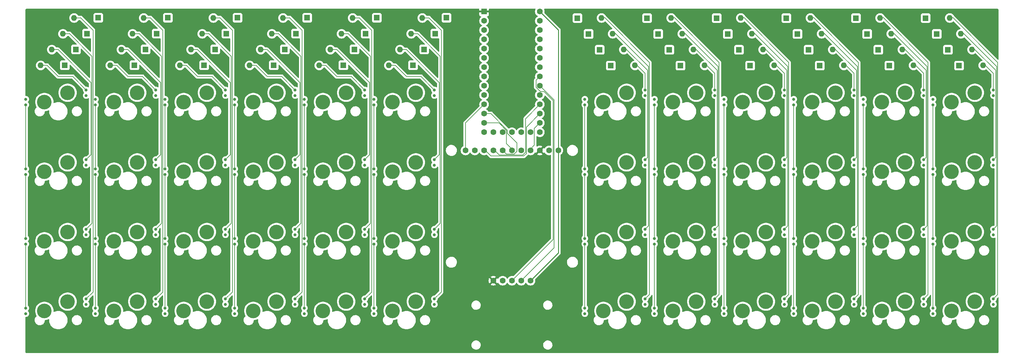
<source format=gtl>
%TF.GenerationSoftware,KiCad,Pcbnew,(6.0.4-0)*%
%TF.CreationDate,2022-06-19T23:04:27+01:00*%
%TF.ProjectId,slimy,736c696d-792e-46b6-9963-61645f706362,rev?*%
%TF.SameCoordinates,Original*%
%TF.FileFunction,Copper,L1,Top*%
%TF.FilePolarity,Positive*%
%FSLAX46Y46*%
G04 Gerber Fmt 4.6, Leading zero omitted, Abs format (unit mm)*
G04 Created by KiCad (PCBNEW (6.0.4-0)) date 2022-06-19 23:04:27*
%MOMM*%
%LPD*%
G01*
G04 APERTURE LIST*
%TA.AperFunction,ComponentPad*%
%ADD10C,0.800000*%
%TD*%
%TA.AperFunction,ComponentPad*%
%ADD11C,4.000000*%
%TD*%
%TA.AperFunction,ComponentPad*%
%ADD12R,1.600000X1.600000*%
%TD*%
%TA.AperFunction,ComponentPad*%
%ADD13O,1.600000X1.600000*%
%TD*%
%TA.AperFunction,ComponentPad*%
%ADD14C,1.600000*%
%TD*%
%TA.AperFunction,Conductor*%
%ADD15C,0.127000*%
%TD*%
%TA.AperFunction,Conductor*%
%ADD16C,0.254000*%
%TD*%
G04 APERTURE END LIST*
D10*
%TO.P,K35,1*%
%TO.N,Col9*%
X273735800Y-151663400D03*
D11*
X278815800Y-152425400D03*
D10*
X273735800Y-153187400D03*
D11*
%TO.P,K35,2*%
%TO.N,Net-(D35-Pad2)*%
X285165800Y-149885400D03*
D10*
X290245800Y-149123400D03*
X290245800Y-150647400D03*
%TD*%
%TO.P,K31,1*%
%TO.N,Col8*%
X254685800Y-151663400D03*
D11*
X259765800Y-152425400D03*
D10*
X254685800Y-153187400D03*
D11*
%TO.P,K31,2*%
%TO.N,Net-(D31-Pad2)*%
X266115800Y-149885400D03*
D10*
X271195800Y-149123400D03*
X271195800Y-150647400D03*
%TD*%
%TO.P,K12,1*%
%TO.N,Col3*%
X120826200Y-170713400D03*
D11*
X125906200Y-171475400D03*
D10*
X120826200Y-172237400D03*
D11*
%TO.P,K12,2*%
%TO.N,Net-(D12-Pad2)*%
X132256200Y-168935400D03*
D10*
X137336200Y-168173400D03*
X137336200Y-169697400D03*
%TD*%
%TO.P,K19,1*%
%TO.N,Col5*%
X158926200Y-151663400D03*
D11*
X164006200Y-152425400D03*
D10*
X158926200Y-153187400D03*
D11*
%TO.P,K19,2*%
%TO.N,Net-(D19-Pad2)*%
X170356200Y-149885400D03*
D10*
X175436200Y-149123400D03*
X175436200Y-150647400D03*
%TD*%
%TO.P,K45,1*%
%TO.N,Col12*%
X330885800Y-113563400D03*
D11*
X335965800Y-114325400D03*
D10*
X330885800Y-115087400D03*
D11*
%TO.P,K45,2*%
%TO.N,Net-(D45-Pad2)*%
X342315800Y-111785400D03*
D10*
X347395800Y-111023400D03*
X347395800Y-112547400D03*
%TD*%
%TO.P,K9,1*%
%TO.N,Col3*%
X120826200Y-113563400D03*
D11*
X125906200Y-114325400D03*
D10*
X120826200Y-115087400D03*
D11*
%TO.P,K9,2*%
%TO.N,Net-(D9-Pad2)*%
X132256200Y-111785400D03*
D10*
X137336200Y-111023400D03*
X137336200Y-112547400D03*
%TD*%
%TO.P,K20,1*%
%TO.N,Col5*%
X158926200Y-170713400D03*
D11*
X164006200Y-171475400D03*
D10*
X158926200Y-172237400D03*
D11*
%TO.P,K20,2*%
%TO.N,Net-(D20-Pad2)*%
X170356200Y-168935400D03*
D10*
X175436200Y-168173400D03*
X175436200Y-169697400D03*
%TD*%
%TO.P,K44,1*%
%TO.N,Col11*%
X311835800Y-170713400D03*
D11*
X316915800Y-171475400D03*
D10*
X311835800Y-172237400D03*
D11*
%TO.P,K44,2*%
%TO.N,Net-(D44-Pad2)*%
X323265800Y-168935400D03*
D10*
X328345800Y-168173400D03*
X328345800Y-169697400D03*
%TD*%
%TO.P,K4,1*%
%TO.N,Col1*%
X82726200Y-170713400D03*
D11*
X87806200Y-171475400D03*
D10*
X82726200Y-172237400D03*
D11*
%TO.P,K4,2*%
%TO.N,Net-(D4-Pad2)*%
X94156200Y-168935400D03*
D10*
X99236200Y-168173400D03*
X99236200Y-169697400D03*
%TD*%
%TO.P,K39,1*%
%TO.N,Col10*%
X292785800Y-151663400D03*
D11*
X297865800Y-152425400D03*
D10*
X292785800Y-153187400D03*
D11*
%TO.P,K39,2*%
%TO.N,Net-(D39-Pad2)*%
X304215800Y-149885400D03*
D10*
X309295800Y-149123400D03*
X309295800Y-150647400D03*
%TD*%
%TO.P,K5,1*%
%TO.N,Col2*%
X101776200Y-113563400D03*
D11*
X106856200Y-114325400D03*
D10*
X101776200Y-115087400D03*
D11*
%TO.P,K5,2*%
%TO.N,Net-(D5-Pad2)*%
X113206200Y-111785400D03*
D10*
X118286200Y-111023400D03*
X118286200Y-112547400D03*
%TD*%
%TO.P,K16,1*%
%TO.N,Col4*%
X139876200Y-170713400D03*
D11*
X144956200Y-171475400D03*
D10*
X139876200Y-172237400D03*
D11*
%TO.P,K16,2*%
%TO.N,Net-(D16-Pad2)*%
X151306200Y-168935400D03*
D10*
X156386200Y-168173400D03*
X156386200Y-169697400D03*
%TD*%
%TO.P,K47,1*%
%TO.N,Col12*%
X330885800Y-151663400D03*
D11*
X335965800Y-152425400D03*
D10*
X330885800Y-153187400D03*
D11*
%TO.P,K47,2*%
%TO.N,Net-(D47-Pad2)*%
X342315800Y-149885400D03*
D10*
X347395800Y-149123400D03*
X347395800Y-150647400D03*
%TD*%
%TO.P,K7,1*%
%TO.N,Col2*%
X101776200Y-151663400D03*
D11*
X106856200Y-152425400D03*
D10*
X101776200Y-153187400D03*
D11*
%TO.P,K7,2*%
%TO.N,Net-(D7-Pad2)*%
X113206200Y-149885400D03*
D10*
X118286200Y-149123400D03*
X118286200Y-150647400D03*
%TD*%
%TO.P,K24,1*%
%TO.N,Col6*%
X177976200Y-170713400D03*
D11*
X183056200Y-171475400D03*
D10*
X177976200Y-172237400D03*
D11*
%TO.P,K24,2*%
%TO.N,Net-(D24-Pad2)*%
X189406200Y-168935400D03*
D10*
X194486200Y-168173400D03*
X194486200Y-169697400D03*
%TD*%
%TO.P,K30,1*%
%TO.N,Col8*%
X254685800Y-132613400D03*
D11*
X259765800Y-133375400D03*
D10*
X254685800Y-134137400D03*
D11*
%TO.P,K30,2*%
%TO.N,Net-(D30-Pad2)*%
X266115800Y-130835400D03*
D10*
X271195800Y-130073400D03*
X271195800Y-131597400D03*
%TD*%
%TO.P,K41,1*%
%TO.N,Col11*%
X311835800Y-113563400D03*
D11*
X316915800Y-114325400D03*
D10*
X311835800Y-115087400D03*
D11*
%TO.P,K41,2*%
%TO.N,Net-(D41-Pad2)*%
X323265800Y-111785400D03*
D10*
X328345800Y-111023400D03*
X328345800Y-112547400D03*
%TD*%
%TO.P,K25,1*%
%TO.N,Col7*%
X235635800Y-113563400D03*
D11*
X240715800Y-114325400D03*
D10*
X235635800Y-115087400D03*
D11*
%TO.P,K25,2*%
%TO.N,Net-(D25-Pad2)*%
X247065800Y-111785400D03*
D10*
X252145800Y-111023400D03*
X252145800Y-112547400D03*
%TD*%
%TO.P,K6,1*%
%TO.N,Col2*%
X101776200Y-132613400D03*
D11*
X106856200Y-133375400D03*
D10*
X101776200Y-134137400D03*
D11*
%TO.P,K6,2*%
%TO.N,Net-(D6-Pad2)*%
X113206200Y-130835400D03*
D10*
X118286200Y-130073400D03*
X118286200Y-131597400D03*
%TD*%
%TO.P,K14,1*%
%TO.N,Col4*%
X139876200Y-132613400D03*
D11*
X144956200Y-133375400D03*
D10*
X139876200Y-134137400D03*
D11*
%TO.P,K14,2*%
%TO.N,Net-(D14-Pad2)*%
X151306200Y-130835400D03*
D10*
X156386200Y-130073400D03*
X156386200Y-131597400D03*
%TD*%
%TO.P,K3,1*%
%TO.N,Col1*%
X82726200Y-151663400D03*
D11*
X87806200Y-152425400D03*
D10*
X82726200Y-153187400D03*
D11*
%TO.P,K3,2*%
%TO.N,Net-(D3-Pad2)*%
X94156200Y-149885400D03*
D10*
X99236200Y-149123400D03*
X99236200Y-150647400D03*
%TD*%
%TO.P,K48,1*%
%TO.N,Col12*%
X330885800Y-170713400D03*
D11*
X335965800Y-171475400D03*
D10*
X330885800Y-172237400D03*
D11*
%TO.P,K48,2*%
%TO.N,Net-(D48-Pad2)*%
X342315800Y-168935400D03*
D10*
X347395800Y-168173400D03*
X347395800Y-169697400D03*
%TD*%
%TO.P,K38,1*%
%TO.N,Col10*%
X292785800Y-132613400D03*
D11*
X297865800Y-133375400D03*
D10*
X292785800Y-134137400D03*
D11*
%TO.P,K38,2*%
%TO.N,Net-(D38-Pad2)*%
X304215800Y-130835400D03*
D10*
X309295800Y-130073400D03*
X309295800Y-131597400D03*
%TD*%
%TO.P,K32,1*%
%TO.N,Col8*%
X254685800Y-170713400D03*
D11*
X259765800Y-171475400D03*
D10*
X254685800Y-172237400D03*
D11*
%TO.P,K32,2*%
%TO.N,Net-(D32-Pad2)*%
X266115800Y-168935400D03*
D10*
X271195800Y-168173400D03*
X271195800Y-169697400D03*
%TD*%
%TO.P,K29,1*%
%TO.N,Col8*%
X254685800Y-113563400D03*
D11*
X259765800Y-114325400D03*
D10*
X254685800Y-115087400D03*
D11*
%TO.P,K29,2*%
%TO.N,Net-(D29-Pad2)*%
X266115800Y-111785400D03*
D10*
X271195800Y-111023400D03*
X271195800Y-112547400D03*
%TD*%
%TO.P,K26,1*%
%TO.N,Col7*%
X235635800Y-132613400D03*
D11*
X240715800Y-133375400D03*
D10*
X235635800Y-134137400D03*
D11*
%TO.P,K26,2*%
%TO.N,Net-(D26-Pad2)*%
X247065800Y-130835400D03*
D10*
X252145800Y-130073400D03*
X252145800Y-131597400D03*
%TD*%
%TO.P,K10,1*%
%TO.N,Col3*%
X120826200Y-132613400D03*
D11*
X125906200Y-133375400D03*
D10*
X120826200Y-134137400D03*
D11*
%TO.P,K10,2*%
%TO.N,Net-(D10-Pad2)*%
X132256200Y-130835400D03*
D10*
X137336200Y-130073400D03*
X137336200Y-131597400D03*
%TD*%
%TO.P,K18,1*%
%TO.N,Col5*%
X158926200Y-132613400D03*
D11*
X164006200Y-133375400D03*
D10*
X158926200Y-134137400D03*
D11*
%TO.P,K18,2*%
%TO.N,Net-(D18-Pad2)*%
X170356200Y-130835400D03*
D10*
X175436200Y-130073400D03*
X175436200Y-131597400D03*
%TD*%
%TO.P,K43,1*%
%TO.N,Col11*%
X311835800Y-151663400D03*
D11*
X316915800Y-152425400D03*
D10*
X311835800Y-153187400D03*
D11*
%TO.P,K43,2*%
%TO.N,Net-(D43-Pad2)*%
X323265800Y-149885400D03*
D10*
X328345800Y-149123400D03*
X328345800Y-150647400D03*
%TD*%
%TO.P,K1,1*%
%TO.N,Col1*%
X82726200Y-113563400D03*
D11*
X87806200Y-114325400D03*
D10*
X82726200Y-115087400D03*
D11*
%TO.P,K1,2*%
%TO.N,Net-(D1-Pad2)*%
X94156200Y-111785400D03*
D10*
X99236200Y-111023400D03*
X99236200Y-112547400D03*
%TD*%
%TO.P,K15,1*%
%TO.N,Col4*%
X139876200Y-151663400D03*
D11*
X144956200Y-152425400D03*
D10*
X139876200Y-153187400D03*
D11*
%TO.P,K15,2*%
%TO.N,Net-(D15-Pad2)*%
X151306200Y-149885400D03*
D10*
X156386200Y-149123400D03*
X156386200Y-150647400D03*
%TD*%
%TO.P,K33,1*%
%TO.N,Col9*%
X273735800Y-113563400D03*
D11*
X278815800Y-114325400D03*
D10*
X273735800Y-115087400D03*
D11*
%TO.P,K33,2*%
%TO.N,Net-(D33-Pad2)*%
X285165800Y-111785400D03*
D10*
X290245800Y-111023400D03*
X290245800Y-112547400D03*
%TD*%
%TO.P,K23,1*%
%TO.N,Col6*%
X177976200Y-151663400D03*
D11*
X183056200Y-152425400D03*
D10*
X177976200Y-153187400D03*
D11*
%TO.P,K23,2*%
%TO.N,Net-(D23-Pad2)*%
X189406200Y-149885400D03*
D10*
X194486200Y-149123400D03*
X194486200Y-150647400D03*
%TD*%
%TO.P,K11,1*%
%TO.N,Col3*%
X120826200Y-151663400D03*
D11*
X125906200Y-152425400D03*
D10*
X120826200Y-153187400D03*
D11*
%TO.P,K11,2*%
%TO.N,Net-(D11-Pad2)*%
X132256200Y-149885400D03*
D10*
X137336200Y-149123400D03*
X137336200Y-150647400D03*
%TD*%
%TO.P,K27,1*%
%TO.N,Col7*%
X235635800Y-151663400D03*
D11*
X240715800Y-152425400D03*
D10*
X235635800Y-153187400D03*
D11*
%TO.P,K27,2*%
%TO.N,Net-(D27-Pad2)*%
X247065800Y-149885400D03*
D10*
X252145800Y-149123400D03*
X252145800Y-150647400D03*
%TD*%
%TO.P,K8,1*%
%TO.N,Col2*%
X101776200Y-170713400D03*
D11*
X106856200Y-171475400D03*
D10*
X101776200Y-172237400D03*
D11*
%TO.P,K8,2*%
%TO.N,Net-(D8-Pad2)*%
X113206200Y-168935400D03*
D10*
X118286200Y-168173400D03*
X118286200Y-169697400D03*
%TD*%
%TO.P,K2,1*%
%TO.N,Col1*%
X82726200Y-132613400D03*
D11*
X87806200Y-133375400D03*
D10*
X82726200Y-134137400D03*
D11*
%TO.P,K2,2*%
%TO.N,Net-(D2-Pad2)*%
X94156200Y-130835400D03*
D10*
X99236200Y-130073400D03*
X99236200Y-131597400D03*
%TD*%
%TO.P,K36,1*%
%TO.N,Col9*%
X273735800Y-170713400D03*
D11*
X278815800Y-171475400D03*
D10*
X273735800Y-172237400D03*
D11*
%TO.P,K36,2*%
%TO.N,Net-(D36-Pad2)*%
X285165800Y-168935400D03*
D10*
X290245800Y-168173400D03*
X290245800Y-169697400D03*
%TD*%
%TO.P,K13,1*%
%TO.N,Col4*%
X139876200Y-113563400D03*
D11*
X144956200Y-114325400D03*
D10*
X139876200Y-115087400D03*
D11*
%TO.P,K13,2*%
%TO.N,Net-(D13-Pad2)*%
X151306200Y-111785400D03*
D10*
X156386200Y-111023400D03*
X156386200Y-112547400D03*
%TD*%
%TO.P,K42,1*%
%TO.N,Col11*%
X311835800Y-132613400D03*
D11*
X316915800Y-133375400D03*
D10*
X311835800Y-134137400D03*
D11*
%TO.P,K42,2*%
%TO.N,Net-(D42-Pad2)*%
X323265800Y-130835400D03*
D10*
X328345800Y-130073400D03*
X328345800Y-131597400D03*
%TD*%
%TO.P,K34,1*%
%TO.N,Col9*%
X273735800Y-132613400D03*
D11*
X278815800Y-133375400D03*
D10*
X273735800Y-134137400D03*
D11*
%TO.P,K34,2*%
%TO.N,Net-(D34-Pad2)*%
X285165800Y-130835400D03*
D10*
X290245800Y-130073400D03*
X290245800Y-131597400D03*
%TD*%
%TO.P,K40,1*%
%TO.N,Col10*%
X292785800Y-170713400D03*
D11*
X297865800Y-171475400D03*
D10*
X292785800Y-172237400D03*
D11*
%TO.P,K40,2*%
%TO.N,Net-(D40-Pad2)*%
X304215800Y-168935400D03*
D10*
X309295800Y-168173400D03*
X309295800Y-169697400D03*
%TD*%
%TO.P,K37,1*%
%TO.N,Col10*%
X292785800Y-113563400D03*
D11*
X297865800Y-114325400D03*
D10*
X292785800Y-115087400D03*
D11*
%TO.P,K37,2*%
%TO.N,Net-(D37-Pad2)*%
X304215800Y-111785400D03*
D10*
X309295800Y-111023400D03*
X309295800Y-112547400D03*
%TD*%
%TO.P,K28,1*%
%TO.N,Col7*%
X235635800Y-170713400D03*
D11*
X240715800Y-171475400D03*
D10*
X235635800Y-172237400D03*
D11*
%TO.P,K28,2*%
%TO.N,Net-(D28-Pad2)*%
X247065800Y-168935400D03*
D10*
X252145800Y-168173400D03*
X252145800Y-169697400D03*
%TD*%
%TO.P,K17,1*%
%TO.N,Col5*%
X158926200Y-113563400D03*
D11*
X164006200Y-114325400D03*
D10*
X158926200Y-115087400D03*
D11*
%TO.P,K17,2*%
%TO.N,Net-(D17-Pad2)*%
X170356200Y-111785400D03*
D10*
X175436200Y-111023400D03*
X175436200Y-112547400D03*
%TD*%
%TO.P,K22,1*%
%TO.N,Col6*%
X177976200Y-132613400D03*
D11*
X183056200Y-133375400D03*
D10*
X177976200Y-134137400D03*
D11*
%TO.P,K22,2*%
%TO.N,Net-(D22-Pad2)*%
X189406200Y-130835400D03*
D10*
X194486200Y-130073400D03*
X194486200Y-131597400D03*
%TD*%
%TO.P,K21,1*%
%TO.N,Col6*%
X177976200Y-113563400D03*
D11*
X183056200Y-114325400D03*
D10*
X177976200Y-115087400D03*
D11*
%TO.P,K21,2*%
%TO.N,Net-(D21-Pad2)*%
X189406200Y-111785400D03*
D10*
X194486200Y-111023400D03*
X194486200Y-112547400D03*
%TD*%
%TO.P,K46,1*%
%TO.N,Col12*%
X330885800Y-132613400D03*
D11*
X335965800Y-133375400D03*
D10*
X330885800Y-134137400D03*
D11*
%TO.P,K46,2*%
%TO.N,Net-(D46-Pad2)*%
X342315800Y-130835400D03*
D10*
X347395800Y-130073400D03*
X347395800Y-131597400D03*
%TD*%
D12*
%TO.P,D26,1*%
%TO.N,Row2*%
X239701800Y-100029480D03*
D13*
%TO.P,D26,2*%
%TO.N,Net-(D26-Pad2)*%
X246301800Y-99979480D03*
%TD*%
D12*
%TO.P,D28,1*%
%TO.N,Row4*%
X233605800Y-91373160D03*
D13*
%TO.P,D28,2*%
%TO.N,Net-(D28-Pad2)*%
X240205800Y-91323160D03*
%TD*%
D12*
%TO.P,D41,1*%
%TO.N,Row1*%
X318949800Y-104357640D03*
D13*
%TO.P,D41,2*%
%TO.N,Net-(D41-Pad2)*%
X325549800Y-104307640D03*
%TD*%
D12*
%TO.P,D39,1*%
%TO.N,Row3*%
X293803800Y-95701320D03*
D13*
%TO.P,D39,2*%
%TO.N,Net-(D39-Pad2)*%
X300403800Y-95651320D03*
%TD*%
D12*
%TO.P,D33,1*%
%TO.N,Row1*%
X280849800Y-104357640D03*
D13*
%TO.P,D33,2*%
%TO.N,Net-(D33-Pad2)*%
X287449800Y-104307640D03*
%TD*%
D12*
%TO.P,D1,1*%
%TO.N,Row1*%
X93392200Y-104257640D03*
D13*
%TO.P,D1,2*%
%TO.N,Net-(D1-Pad2)*%
X86792200Y-104307640D03*
%TD*%
D12*
%TO.P,D47,1*%
%TO.N,Row3*%
X331903800Y-95701320D03*
D13*
%TO.P,D47,2*%
%TO.N,Net-(D47-Pad2)*%
X338503800Y-95651320D03*
%TD*%
D12*
%TO.P,D25,1*%
%TO.N,Row1*%
X242749800Y-104357640D03*
D13*
%TO.P,D25,2*%
%TO.N,Net-(D25-Pad2)*%
X249349800Y-104307640D03*
%TD*%
D12*
%TO.P,D45,1*%
%TO.N,Row1*%
X337999800Y-104357640D03*
D13*
%TO.P,D45,2*%
%TO.N,Net-(D45-Pad2)*%
X344599800Y-104307640D03*
%TD*%
D12*
%TO.P,D44,1*%
%TO.N,Row4*%
X309805800Y-91373160D03*
D13*
%TO.P,D44,2*%
%TO.N,Net-(D44-Pad2)*%
X316405800Y-91323160D03*
%TD*%
D12*
%TO.P,D8,1*%
%TO.N,Row4*%
X121586200Y-91273160D03*
D13*
%TO.P,D8,2*%
%TO.N,Net-(D8-Pad2)*%
X114986200Y-91323160D03*
%TD*%
D12*
%TO.P,D37,1*%
%TO.N,Row1*%
X299899800Y-104357640D03*
D13*
%TO.P,D37,2*%
%TO.N,Net-(D37-Pad2)*%
X306499800Y-104307640D03*
%TD*%
D12*
%TO.P,D13,1*%
%TO.N,Row1*%
X150542200Y-104257640D03*
D13*
%TO.P,D13,2*%
%TO.N,Net-(D13-Pad2)*%
X143942200Y-104307640D03*
%TD*%
D12*
%TO.P,D31,1*%
%TO.N,Row3*%
X255703800Y-95701320D03*
D13*
%TO.P,D31,2*%
%TO.N,Net-(D31-Pad2)*%
X262303800Y-95651320D03*
%TD*%
D14*
%TO.P,U3,1,VDD*%
%TO.N,VCC*%
X220775200Y-163211600D03*
%TO.P,U3,2,SDA*%
%TO.N,SDA*%
X218235200Y-163211600D03*
%TO.P,U3,3,SCL*%
%TO.N,SCL*%
X215695200Y-163211600D03*
%TO.P,U3,4,INT*%
%TO.N,unconnected-(U3-Pad4)*%
X213155200Y-163211600D03*
%TO.P,U3,5,GND*%
%TO.N,GND*%
X210615200Y-163211600D03*
%TD*%
D12*
%TO.P,D35,1*%
%TO.N,Row3*%
X274753800Y-95701320D03*
D13*
%TO.P,D35,2*%
%TO.N,Net-(D35-Pad2)*%
X281353800Y-95651320D03*
%TD*%
D12*
%TO.P,D11,1*%
%TO.N,Row3*%
X137588200Y-95601320D03*
D13*
%TO.P,D11,2*%
%TO.N,Net-(D11-Pad2)*%
X130988200Y-95651320D03*
%TD*%
D12*
%TO.P,D34,1*%
%TO.N,Row2*%
X277801800Y-100029480D03*
D13*
%TO.P,D34,2*%
%TO.N,Net-(D34-Pad2)*%
X284401800Y-99979480D03*
%TD*%
D12*
%TO.P,D19,1*%
%TO.N,Row3*%
X175688200Y-95601320D03*
D13*
%TO.P,D19,2*%
%TO.N,Net-(D19-Pad2)*%
X169088200Y-95651320D03*
%TD*%
D12*
%TO.P,D29,1*%
%TO.N,Row1*%
X261799800Y-104357640D03*
D13*
%TO.P,D29,2*%
%TO.N,Net-(D29-Pad2)*%
X268399800Y-104307640D03*
%TD*%
D12*
%TO.P,D2,1*%
%TO.N,Row2*%
X96440200Y-99929480D03*
D13*
%TO.P,D2,2*%
%TO.N,Net-(D2-Pad2)*%
X89840200Y-99979480D03*
%TD*%
D12*
%TO.P,D6,1*%
%TO.N,Row2*%
X115490200Y-99929480D03*
D13*
%TO.P,D6,2*%
%TO.N,Net-(D6-Pad2)*%
X108890200Y-99979480D03*
%TD*%
D12*
%TO.P,D10,1*%
%TO.N,Row2*%
X134540200Y-99929480D03*
D13*
%TO.P,D10,2*%
%TO.N,Net-(D10-Pad2)*%
X127940200Y-99979480D03*
%TD*%
D12*
%TO.P,D9,1*%
%TO.N,Row1*%
X131492200Y-104257640D03*
D13*
%TO.P,D9,2*%
%TO.N,Net-(D9-Pad2)*%
X124892200Y-104307640D03*
%TD*%
D12*
%TO.P,D38,1*%
%TO.N,Row2*%
X296851800Y-100029480D03*
D13*
%TO.P,D38,2*%
%TO.N,Net-(D38-Pad2)*%
X303451800Y-99979480D03*
%TD*%
D12*
%TO.P,D20,1*%
%TO.N,Row4*%
X178736200Y-91273160D03*
D13*
%TO.P,D20,2*%
%TO.N,Net-(D20-Pad2)*%
X172136200Y-91323160D03*
%TD*%
D12*
%TO.P,D21,1*%
%TO.N,Row1*%
X188642200Y-104257640D03*
D13*
%TO.P,D21,2*%
%TO.N,Net-(D21-Pad2)*%
X182042200Y-104307640D03*
%TD*%
D12*
%TO.P,D23,1*%
%TO.N,Row3*%
X194738200Y-95601320D03*
D13*
%TO.P,D23,2*%
%TO.N,Net-(D23-Pad2)*%
X188138200Y-95651320D03*
%TD*%
D12*
%TO.P,D15,1*%
%TO.N,Row3*%
X156638200Y-95601320D03*
D13*
%TO.P,D15,2*%
%TO.N,Net-(D15-Pad2)*%
X150038200Y-95651320D03*
%TD*%
D12*
%TO.P,D46,1*%
%TO.N,Row2*%
X334951800Y-100029480D03*
D13*
%TO.P,D46,2*%
%TO.N,Net-(D46-Pad2)*%
X341551800Y-99979480D03*
%TD*%
D12*
%TO.P,U1,1,GND*%
%TO.N,GND*%
X208075200Y-89560400D03*
D14*
%TO.P,U1,2,0_RX1_Touch*%
%TO.N,Row4*%
X208075200Y-92100400D03*
%TO.P,U1,3,1_TX1_Touch*%
%TO.N,Row3*%
X208075200Y-94640400D03*
%TO.P,U1,4,2*%
%TO.N,Row2*%
X208075200Y-97180400D03*
%TO.P,U1,5,3_TX_PWM*%
%TO.N,Row1*%
X208075200Y-99720400D03*
%TO.P,U1,6,4_RX_PWM*%
%TO.N,Col6*%
X208075200Y-102260400D03*
%TO.P,U1,7,5_TX1_PWM*%
%TO.N,Col5*%
X208075200Y-104800400D03*
%TO.P,U1,8,6_PWM*%
%TO.N,Col4*%
X208075200Y-107340400D03*
%TO.P,U1,9,7_RX3_DOUT*%
%TO.N,Col3*%
X208075200Y-109880400D03*
%TO.P,U1,10,8_TX3_DIN*%
%TO.N,Col2*%
X208075200Y-112420400D03*
%TO.P,U1,11,9_RX2_CS_PWM*%
%TO.N,LCD LITE*%
X208075200Y-114960400D03*
%TO.P,U1,12,10_TX2_CS_PWM*%
%TO.N,LCD CS*%
X208075200Y-117500400D03*
%TO.P,U1,13,11_DOUT*%
%TO.N,Col1*%
X208075200Y-120040400D03*
%TO.P,U1,14,12_DIN*%
%TO.N,Col7*%
X208075200Y-122580400D03*
%TO.P,U1,15,VBat*%
%TO.N,unconnected-(U1-Pad15)*%
X210615200Y-122580400D03*
%TO.P,U1,16,3.3V*%
%TO.N,unconnected-(U1-Pad16)*%
X213155200Y-122580400D03*
%TO.P,U1,17,GND*%
%TO.N,unconnected-(U1-Pad17)*%
X215695200Y-122580400D03*
%TO.P,U1,18,Program*%
%TO.N,unconnected-(U1-Pad18)*%
X218235200Y-122580400D03*
%TO.P,U1,19,A14/DAC*%
%TO.N,unconnected-(U1-Pad19)*%
X220775200Y-122580400D03*
%TO.P,U1,20,13_LED_SCK*%
%TO.N,unconnected-(U1-Pad20)*%
X223315200Y-122580400D03*
%TO.P,U1,21,14_A0_SCK*%
%TO.N,SCK*%
X223315200Y-120040400D03*
%TO.P,U1,22,15_A1_CS_Touch*%
%TO.N,LCD DC*%
X223315200Y-117500400D03*
%TO.P,U1,23,16_A2_SCL0_Touch*%
%TO.N,LCD RST*%
X223315200Y-114960400D03*
%TO.P,U1,24,17_A3_SDA0_Touch*%
%TO.N,Col8*%
X223315200Y-112420400D03*
%TO.P,U1,25,18_A4_SDA0_Touch*%
%TO.N,SDA*%
X223315200Y-109880400D03*
%TO.P,U1,26,19_A5_SCL0_Touch*%
%TO.N,SCL*%
X223315200Y-107340400D03*
%TO.P,U1,27,20_A6_CS_PWM*%
%TO.N,Col9*%
X223315200Y-104800400D03*
%TO.P,U1,28,21_A7_RX1_CS_PWM*%
%TO.N,Col10*%
X223315200Y-102260400D03*
%TO.P,U1,29,22_A8_Touch_PWM*%
%TO.N,Col11*%
X223315200Y-99720400D03*
%TO.P,U1,30,23_A9_Touch_PWM*%
%TO.N,Col12*%
X223315200Y-97180400D03*
%TO.P,U1,31,3.3V*%
%TO.N,unconnected-(U1-Pad31)*%
X223315200Y-94640400D03*
%TO.P,U1,32,AGND*%
%TO.N,unconnected-(U1-Pad32)*%
X223315200Y-92100400D03*
%TO.P,U1,33,Vin*%
%TO.N,VCC*%
X223315200Y-89560400D03*
%TD*%
%TO.P,U2,1,Vin*%
%TO.N,VCC*%
X228395200Y-127559760D03*
%TO.P,U2,2,3V3*%
%TO.N,unconnected-(U2-Pad2)*%
X225855200Y-127559760D03*
%TO.P,U2,3,GND*%
%TO.N,GND*%
X223315200Y-127559760D03*
%TO.P,U2,4,SCK*%
%TO.N,SCK*%
X220775200Y-127559760D03*
%TO.P,U2,5,SO*%
%TO.N,unconnected-(U2-Pad5)*%
X218235200Y-127559760D03*
%TO.P,U2,6,SI*%
%TO.N,Col1*%
X215695200Y-127559760D03*
%TO.P,U2,7,TCS*%
%TO.N,LCD CS*%
X213155200Y-127559760D03*
%TO.P,U2,8,RST*%
%TO.N,LCD RST*%
X210615200Y-127559760D03*
%TO.P,U2,9,D/C*%
%TO.N,LCD DC*%
X208075200Y-127559760D03*
%TO.P,U2,10,CCS*%
%TO.N,unconnected-(U2-Pad10)*%
X205535200Y-127559760D03*
%TO.P,U2,11,Lite*%
%TO.N,LCD LITE*%
X202995200Y-127559760D03*
%TD*%
D12*
%TO.P,D4,1*%
%TO.N,Row4*%
X102536200Y-91273160D03*
D13*
%TO.P,D4,2*%
%TO.N,Net-(D4-Pad2)*%
X95936200Y-91323160D03*
%TD*%
D12*
%TO.P,D42,1*%
%TO.N,Row2*%
X315901800Y-100029480D03*
D13*
%TO.P,D42,2*%
%TO.N,Net-(D42-Pad2)*%
X322501800Y-99979480D03*
%TD*%
D12*
%TO.P,D5,1*%
%TO.N,Row1*%
X112442200Y-104257640D03*
D13*
%TO.P,D5,2*%
%TO.N,Net-(D5-Pad2)*%
X105842200Y-104307640D03*
%TD*%
D12*
%TO.P,D12,1*%
%TO.N,Row4*%
X140636200Y-91273160D03*
D13*
%TO.P,D12,2*%
%TO.N,Net-(D12-Pad2)*%
X134036200Y-91323160D03*
%TD*%
D12*
%TO.P,D40,1*%
%TO.N,Row4*%
X290755800Y-91373160D03*
D13*
%TO.P,D40,2*%
%TO.N,Net-(D40-Pad2)*%
X297355800Y-91323160D03*
%TD*%
D12*
%TO.P,D18,1*%
%TO.N,Row2*%
X172640200Y-99929480D03*
D13*
%TO.P,D18,2*%
%TO.N,Net-(D18-Pad2)*%
X166040200Y-99979480D03*
%TD*%
D12*
%TO.P,D48,1*%
%TO.N,Row4*%
X328855800Y-91373160D03*
D13*
%TO.P,D48,2*%
%TO.N,Net-(D48-Pad2)*%
X335455800Y-91323160D03*
%TD*%
D12*
%TO.P,D3,1*%
%TO.N,Row3*%
X99488200Y-95601320D03*
D13*
%TO.P,D3,2*%
%TO.N,Net-(D3-Pad2)*%
X92888200Y-95651320D03*
%TD*%
D12*
%TO.P,D27,1*%
%TO.N,Row3*%
X236653800Y-95701320D03*
D13*
%TO.P,D27,2*%
%TO.N,Net-(D27-Pad2)*%
X243253800Y-95651320D03*
%TD*%
D12*
%TO.P,D22,1*%
%TO.N,Row2*%
X191690200Y-99929480D03*
D13*
%TO.P,D22,2*%
%TO.N,Net-(D22-Pad2)*%
X185090200Y-99979480D03*
%TD*%
D12*
%TO.P,D7,1*%
%TO.N,Row3*%
X118538200Y-95601320D03*
D13*
%TO.P,D7,2*%
%TO.N,Net-(D7-Pad2)*%
X111938200Y-95651320D03*
%TD*%
D12*
%TO.P,D14,1*%
%TO.N,Row2*%
X153590200Y-99929480D03*
D13*
%TO.P,D14,2*%
%TO.N,Net-(D14-Pad2)*%
X146990200Y-99979480D03*
%TD*%
D12*
%TO.P,D43,1*%
%TO.N,Row3*%
X312853800Y-95701320D03*
D13*
%TO.P,D43,2*%
%TO.N,Net-(D43-Pad2)*%
X319453800Y-95651320D03*
%TD*%
D12*
%TO.P,D36,1*%
%TO.N,Row4*%
X271705800Y-91373160D03*
D13*
%TO.P,D36,2*%
%TO.N,Net-(D36-Pad2)*%
X278305800Y-91323160D03*
%TD*%
D12*
%TO.P,D17,1*%
%TO.N,Row1*%
X169592200Y-104257640D03*
D13*
%TO.P,D17,2*%
%TO.N,Net-(D17-Pad2)*%
X162992200Y-104307640D03*
%TD*%
D12*
%TO.P,D16,1*%
%TO.N,Row4*%
X159686200Y-91273160D03*
D13*
%TO.P,D16,2*%
%TO.N,Net-(D16-Pad2)*%
X153086200Y-91323160D03*
%TD*%
D12*
%TO.P,D24,1*%
%TO.N,Row4*%
X197786200Y-91273160D03*
D13*
%TO.P,D24,2*%
%TO.N,Net-(D24-Pad2)*%
X191186200Y-91323160D03*
%TD*%
D12*
%TO.P,D30,1*%
%TO.N,Row2*%
X258751800Y-100029480D03*
D13*
%TO.P,D30,2*%
%TO.N,Net-(D30-Pad2)*%
X265351800Y-99979480D03*
%TD*%
D12*
%TO.P,D32,1*%
%TO.N,Row4*%
X252655800Y-91373160D03*
D13*
%TO.P,D32,2*%
%TO.N,Net-(D32-Pad2)*%
X259255800Y-91323160D03*
%TD*%
D15*
%TO.N,Net-(D1-Pad2)*%
X99236200Y-111023400D02*
X95553200Y-107340400D01*
X88506840Y-104292400D02*
X86791800Y-104292400D01*
X91540000Y-107340400D02*
X88492000Y-104292400D01*
X95553200Y-107340400D02*
X91540000Y-107340400D01*
%TO.N,Net-(D2-Pad2)*%
X99236200Y-130073400D02*
X100557000Y-128752600D01*
X100557000Y-108991400D02*
X91540000Y-99974400D01*
X91544680Y-99964240D02*
X89839800Y-99964240D01*
X100557000Y-128752600D02*
X100557000Y-108991400D01*
%TO.N,Net-(D3-Pad2)*%
X100836400Y-147523200D02*
X100836400Y-101803200D01*
X99236200Y-149123400D02*
X100836400Y-147523200D01*
X100836400Y-101803200D02*
X94613400Y-95580200D01*
X94684120Y-95636080D02*
X92887800Y-95636080D01*
%TO.N,Net-(D4-Pad2)*%
X101115800Y-94665800D02*
X97712200Y-91262200D01*
X97772760Y-91307920D02*
X95935800Y-91307920D01*
X99236200Y-168173400D02*
X101115800Y-166293800D01*
X101115800Y-166293800D02*
X101115800Y-94665800D01*
%TO.N,Net-(D5-Pad2)*%
X114603200Y-107340400D02*
X110590000Y-107340400D01*
X118286200Y-111023400D02*
X114603200Y-107340400D01*
X110590000Y-107340400D02*
X107542000Y-104292400D01*
X107556840Y-104292400D02*
X105841800Y-104292400D01*
%TO.N,Net-(D6-Pad2)*%
X119607000Y-108991400D02*
X110590000Y-99974400D01*
X110594680Y-99964240D02*
X108889800Y-99964240D01*
X118286200Y-130073400D02*
X119607000Y-128752600D01*
X119607000Y-128752600D02*
X119607000Y-108991400D01*
%TO.N,Net-(D7-Pad2)*%
X118286200Y-149123400D02*
X119886400Y-147523200D01*
X119886400Y-147523200D02*
X119886400Y-101803200D01*
X113734120Y-95636080D02*
X111937800Y-95636080D01*
X119886400Y-101803200D02*
X113663400Y-95580200D01*
%TO.N,Net-(D8-Pad2)*%
X120165800Y-94665800D02*
X116762200Y-91262200D01*
X116822760Y-91307920D02*
X114985800Y-91307920D01*
X118286200Y-168173400D02*
X120165800Y-166293800D01*
X120165800Y-166293800D02*
X120165800Y-94665800D01*
%TO.N,Net-(D9-Pad2)*%
X126606840Y-104292400D02*
X124891800Y-104292400D01*
X137336200Y-111023400D02*
X133653200Y-107340400D01*
X129640000Y-107340400D02*
X126592000Y-104292400D01*
X133653200Y-107340400D02*
X129640000Y-107340400D01*
%TO.N,Net-(D10-Pad2)*%
X138657000Y-108991400D02*
X129640000Y-99974400D01*
X138657000Y-128752600D02*
X138657000Y-108991400D01*
X137336200Y-130073400D02*
X138657000Y-128752600D01*
X129644680Y-99964240D02*
X127939800Y-99964240D01*
%TO.N,Net-(D11-Pad2)*%
X138936400Y-101803200D02*
X132713400Y-95580200D01*
X137336200Y-149123400D02*
X138936400Y-147523200D01*
X138936400Y-147523200D02*
X138936400Y-101803200D01*
X132784120Y-95636080D02*
X130987800Y-95636080D01*
%TO.N,Net-(D12-Pad2)*%
X135872760Y-91307920D02*
X134035800Y-91307920D01*
X139215800Y-166293800D02*
X139215800Y-94665800D01*
X139215800Y-94665800D02*
X135812200Y-91262200D01*
X137336200Y-168173400D02*
X139215800Y-166293800D01*
%TO.N,Net-(D13-Pad2)*%
X152703200Y-107340400D02*
X148690000Y-107340400D01*
X145631440Y-104292400D02*
X143916400Y-104292400D01*
X156386200Y-111023400D02*
X152703200Y-107340400D01*
X148690000Y-107340400D02*
X145642000Y-104292400D01*
%TO.N,Net-(D14-Pad2)*%
X156386200Y-130073400D02*
X157707000Y-128752600D01*
X148669280Y-99964240D02*
X146964400Y-99964240D01*
X157707000Y-128752600D02*
X157707000Y-108991400D01*
X157707000Y-108991400D02*
X148690000Y-99974400D01*
%TO.N,Net-(D15-Pad2)*%
X151808720Y-95636080D02*
X150012400Y-95636080D01*
X156386200Y-149123400D02*
X157986400Y-147523200D01*
X157986400Y-101803200D02*
X151763400Y-95580200D01*
X157986400Y-147523200D02*
X157986400Y-101803200D01*
%TO.N,Net-(D16-Pad2)*%
X156386200Y-168173400D02*
X158265800Y-166293800D01*
X154897360Y-91307920D02*
X153060400Y-91307920D01*
X158265800Y-166293800D02*
X158265800Y-94665800D01*
X158265800Y-94665800D02*
X154862200Y-91262200D01*
%TO.N,Net-(D17-Pad2)*%
X164706840Y-104292400D02*
X162991800Y-104292400D01*
X171753200Y-107340400D02*
X167740000Y-107340400D01*
X175436200Y-111023400D02*
X171753200Y-107340400D01*
X167740000Y-107340400D02*
X164692000Y-104292400D01*
%TO.N,Net-(D18-Pad2)*%
X167744680Y-99964240D02*
X166039800Y-99964240D01*
X175436200Y-130073400D02*
X176757000Y-128752600D01*
X176757000Y-108991400D02*
X167740000Y-99974400D01*
X176757000Y-128752600D02*
X176757000Y-108991400D01*
%TO.N,Net-(D19-Pad2)*%
X175436200Y-149123400D02*
X177036400Y-147523200D01*
X177036400Y-147523200D02*
X177036400Y-101803200D01*
X170884120Y-95636080D02*
X169087800Y-95636080D01*
X177036400Y-101803200D02*
X170813400Y-95580200D01*
%TO.N,Net-(D20-Pad2)*%
X175436200Y-168173400D02*
X177315800Y-166293800D01*
X173972760Y-91307920D02*
X172135800Y-91307920D01*
X177315800Y-94665800D02*
X173912200Y-91262200D01*
X177315800Y-166293800D02*
X177315800Y-94665800D01*
%TO.N,Net-(D21-Pad2)*%
X190803200Y-107340400D02*
X186790000Y-107340400D01*
X186790000Y-107340400D02*
X183757240Y-104307640D01*
X183757240Y-104307640D02*
X182042200Y-104307640D01*
X194486200Y-111023400D02*
X190803200Y-107340400D01*
%TO.N,Net-(D22-Pad2)*%
X195807000Y-128752600D02*
X195807000Y-108991400D01*
X194486200Y-130073400D02*
X195807000Y-128752600D01*
X186795080Y-99979480D02*
X185090200Y-99979480D01*
X195807000Y-108991400D02*
X186795080Y-99979480D01*
%TO.N,Net-(D23-Pad2)*%
X196086400Y-147523200D02*
X196086400Y-101803200D01*
X196086400Y-101803200D02*
X189934520Y-95651320D01*
X194486200Y-149123400D02*
X196086400Y-147523200D01*
X189934520Y-95651320D02*
X188138200Y-95651320D01*
%TO.N,Net-(D24-Pad2)*%
X194486200Y-168173400D02*
X196365800Y-166293800D01*
X193023160Y-91323160D02*
X191186200Y-91323160D01*
X196365800Y-166293800D02*
X196365800Y-94665800D01*
X196365800Y-94665800D02*
X193023160Y-91323160D01*
%TO.N,Net-(D25-Pad2)*%
X252145800Y-106502200D02*
X249961400Y-104317800D01*
X252145800Y-111023400D02*
X252145800Y-106502200D01*
%TO.N,Net-(D26-Pad2)*%
X252755400Y-129463800D02*
X252755400Y-105664000D01*
X252755400Y-105664000D02*
X247040400Y-99949000D01*
X252145800Y-130073400D02*
X252755400Y-129463800D01*
%TO.N,Net-(D27-Pad2)*%
X252145800Y-149123400D02*
X253034800Y-148234400D01*
X253034800Y-104622600D02*
X243992400Y-95580200D01*
X253034800Y-148234400D02*
X253034800Y-104622600D01*
%TO.N,Net-(D28-Pad2)*%
X253314200Y-167005000D02*
X253314200Y-103505000D01*
X253314200Y-103505000D02*
X240995200Y-91186000D01*
X252145800Y-168173400D02*
X253314200Y-167005000D01*
%TO.N,Net-(D29-Pad2)*%
X271195800Y-106502200D02*
X269011400Y-104317800D01*
X271195800Y-111023400D02*
X271195800Y-106502200D01*
%TO.N,Net-(D30-Pad2)*%
X271805400Y-129463800D02*
X271805400Y-105664000D01*
X271805400Y-105664000D02*
X266090400Y-99949000D01*
X271195800Y-130073400D02*
X271805400Y-129463800D01*
%TO.N,Net-(D31-Pad2)*%
X271195800Y-149123400D02*
X272084800Y-148234400D01*
X272084800Y-104622600D02*
X263042400Y-95580200D01*
X272084800Y-148234400D02*
X272084800Y-104622600D01*
%TO.N,Net-(D32-Pad2)*%
X272364200Y-167005000D02*
X272364200Y-103505000D01*
X272364200Y-103505000D02*
X260045200Y-91186000D01*
X271195800Y-168173400D02*
X272364200Y-167005000D01*
%TO.N,Net-(D33-Pad2)*%
X290245800Y-111023400D02*
X290245800Y-106502200D01*
X290245800Y-106502200D02*
X288061400Y-104317800D01*
%TO.N,Net-(D34-Pad2)*%
X290855400Y-129463800D02*
X290855400Y-105664000D01*
X290245800Y-130073400D02*
X290855400Y-129463800D01*
X290855400Y-105664000D02*
X285140400Y-99949000D01*
%TO.N,Net-(D35-Pad2)*%
X291134800Y-104622600D02*
X282092400Y-95580200D01*
X290245800Y-149123400D02*
X291134800Y-148234400D01*
X291134800Y-148234400D02*
X291134800Y-104622600D01*
%TO.N,Net-(D36-Pad2)*%
X290245800Y-168173400D02*
X291414200Y-167005000D01*
X291414200Y-103505000D02*
X279095200Y-91186000D01*
X291414200Y-167005000D02*
X291414200Y-103505000D01*
%TO.N,Net-(D37-Pad2)*%
X309295800Y-106502200D02*
X307111400Y-104317800D01*
X309295800Y-111023400D02*
X309295800Y-106502200D01*
%TO.N,Net-(D38-Pad2)*%
X309905400Y-105664000D02*
X304190400Y-99949000D01*
X309295800Y-130073400D02*
X309905400Y-129463800D01*
X309905400Y-129463800D02*
X309905400Y-105664000D01*
%TO.N,Net-(D39-Pad2)*%
X310184800Y-104622600D02*
X301142400Y-95580200D01*
X310184800Y-148234400D02*
X310184800Y-104622600D01*
X309295800Y-149123400D02*
X310184800Y-148234400D01*
%TO.N,Net-(D40-Pad2)*%
X310464200Y-103505000D02*
X298145200Y-91186000D01*
X309295800Y-168173400D02*
X310464200Y-167005000D01*
X310464200Y-167005000D02*
X310464200Y-103505000D01*
%TO.N,Net-(D41-Pad2)*%
X328345800Y-111023400D02*
X328345800Y-106502200D01*
X328345800Y-106502200D02*
X326161400Y-104317800D01*
%TO.N,Net-(D42-Pad2)*%
X328955400Y-105664000D02*
X323240400Y-99949000D01*
X328345800Y-130073400D02*
X328955400Y-129463800D01*
X328955400Y-129463800D02*
X328955400Y-105664000D01*
%TO.N,Net-(D43-Pad2)*%
X329234800Y-104622600D02*
X320192400Y-95580200D01*
X328345800Y-149123400D02*
X329234800Y-148234400D01*
X329234800Y-148234400D02*
X329234800Y-104622600D01*
%TO.N,Net-(D44-Pad2)*%
X329514200Y-167005000D02*
X329514200Y-103505000D01*
X329514200Y-103505000D02*
X317195200Y-91186000D01*
X328345800Y-168173400D02*
X329514200Y-167005000D01*
%TO.N,Net-(D45-Pad2)*%
X347395800Y-106502200D02*
X345211400Y-104317800D01*
X347395800Y-111023400D02*
X347395800Y-106502200D01*
%TO.N,Net-(D46-Pad2)*%
X348005400Y-129463800D02*
X348005400Y-105664000D01*
X348005400Y-105664000D02*
X342290400Y-99949000D01*
X347395800Y-130073400D02*
X348005400Y-129463800D01*
%TO.N,Net-(D47-Pad2)*%
X348284800Y-104622600D02*
X339242400Y-95580200D01*
X347395800Y-149123400D02*
X348284800Y-148234400D01*
X348284800Y-148234400D02*
X348284800Y-104622600D01*
%TO.N,Net-(D48-Pad2)*%
X348564200Y-103505000D02*
X336245200Y-91186000D01*
X348564200Y-167005000D02*
X348564200Y-103505000D01*
X347395800Y-168173400D02*
X348564200Y-167005000D01*
%TO.N,Col1*%
X214218211Y-122140085D02*
X212118526Y-120040400D01*
X212118526Y-120040400D02*
X208075200Y-120040400D01*
X82726200Y-115087400D02*
X82726200Y-132613400D01*
X82726200Y-134137400D02*
X82726200Y-151663400D01*
X82726200Y-153187400D02*
X82726200Y-170713400D01*
X214218211Y-125732771D02*
X214218211Y-122140085D01*
X215695200Y-127209760D02*
X214218211Y-125732771D01*
%TO.N,Col2*%
X101776200Y-134137400D02*
X101776200Y-151663400D01*
X101776200Y-115087400D02*
X101776200Y-132613400D01*
X101776200Y-153187400D02*
X101776200Y-170713400D01*
%TO.N,Col3*%
X120826200Y-134137400D02*
X120826200Y-151663400D01*
X120826200Y-115087400D02*
X120826200Y-132613400D01*
X120826200Y-153187400D02*
X120826200Y-170713400D01*
%TO.N,Col4*%
X139876200Y-134137400D02*
X139876200Y-151663400D01*
X139876200Y-153187400D02*
X139876200Y-170713400D01*
X139876200Y-115087400D02*
X139876200Y-132613400D01*
%TO.N,Col5*%
X158926200Y-134137400D02*
X158926200Y-151663400D01*
X158926200Y-153187400D02*
X158926200Y-170713400D01*
X158926200Y-115087400D02*
X158926200Y-132613400D01*
%TO.N,Col6*%
X177976200Y-115087400D02*
X177976200Y-132613400D01*
X177976200Y-153187400D02*
X177976200Y-170713400D01*
X177976200Y-134137400D02*
X177976200Y-151663400D01*
%TO.N,Col7*%
X235635800Y-153187400D02*
X235635800Y-170713400D01*
X235635800Y-115087400D02*
X235635800Y-132613400D01*
X235635800Y-134137400D02*
X235635800Y-151663400D01*
%TO.N,Col8*%
X254685800Y-115087400D02*
X254685800Y-132613400D01*
X254685800Y-134137400D02*
X254685800Y-151663400D01*
X254685800Y-153187400D02*
X254685800Y-170713400D01*
%TO.N,Col9*%
X273735800Y-134137400D02*
X273735800Y-151663400D01*
X273735800Y-153187400D02*
X273735800Y-170713400D01*
X273735800Y-115087400D02*
X273735800Y-132613400D01*
%TO.N,Col10*%
X292785800Y-153187400D02*
X292785800Y-170713400D01*
X292785800Y-115087400D02*
X292785800Y-132613400D01*
X292785800Y-134137400D02*
X292785800Y-151663400D01*
%TO.N,Col11*%
X311835800Y-115087400D02*
X311835800Y-132613400D01*
X311835800Y-134137400D02*
X311835800Y-151663400D01*
X311835800Y-153187400D02*
X311835800Y-170713400D01*
%TO.N,Col12*%
X330885800Y-115087400D02*
X330885800Y-132613400D01*
X330885800Y-153187400D02*
X330885800Y-170713400D01*
X330885800Y-134137400D02*
X330885800Y-151663400D01*
%TO.N,SCK*%
X221838211Y-121517389D02*
X223315200Y-120040400D01*
X221838211Y-126146749D02*
X221838211Y-121517389D01*
X220775200Y-127209760D02*
X221838211Y-126146749D01*
%TO.N,LCD DC*%
X218942960Y-129107040D02*
X219653520Y-128396480D01*
X208075200Y-127209760D02*
X209972480Y-129107040D01*
X219653520Y-128396480D02*
X219653520Y-121162080D01*
X219653520Y-121162080D02*
X223315200Y-117500400D01*
X209972480Y-129107040D02*
X218942960Y-129107040D01*
%TO.N,LCD RST*%
X210615200Y-127209760D02*
X212258960Y-128853520D01*
X212258960Y-128853520D02*
X218646480Y-128853520D01*
X218646480Y-128853520D02*
X219400000Y-128100000D01*
X219400000Y-128100000D02*
X219400000Y-118875600D01*
X219400000Y-118875600D02*
X223315200Y-114960400D01*
%TO.N,SDA*%
X227227920Y-154196680D02*
X227227920Y-113793120D01*
X218235200Y-163189400D02*
X227227920Y-154196680D01*
X227227920Y-113793120D02*
X223315200Y-109880400D01*
%TO.N,SCL*%
X222325189Y-110290477D02*
X222325189Y-108330411D01*
X226974400Y-113898132D02*
X224506657Y-111430389D01*
X215695200Y-163189400D02*
X226974400Y-151910200D01*
X222325189Y-108330411D02*
X223315200Y-107340400D01*
X223465101Y-111430389D02*
X222325189Y-110290477D01*
X226974400Y-151910200D02*
X226974400Y-113898132D01*
X224506657Y-111430389D02*
X223465101Y-111430389D01*
D16*
%TO.N,VCC*%
X228395200Y-155569400D02*
X228395200Y-127209760D01*
X228395200Y-127209760D02*
X228395200Y-94640400D01*
X220775200Y-163189400D02*
X228395200Y-155569400D01*
X228395200Y-94640400D02*
X223315200Y-89560400D01*
D15*
%TO.N,LCD CS*%
X217068400Y-127812800D02*
X217068400Y-125481869D01*
X214471731Y-122035074D02*
X209937057Y-117500400D01*
X217068400Y-125481869D02*
X214471731Y-122885200D01*
X209937057Y-117500400D02*
X208075200Y-117500400D01*
X214471731Y-122885200D02*
X214471731Y-122035074D01*
X213155200Y-127559760D02*
X214195440Y-128600000D01*
X216281200Y-128600000D02*
X217068400Y-127812800D01*
X214195440Y-128600000D02*
X216281200Y-128600000D01*
%TO.N,LCD LITE*%
X202995200Y-127209760D02*
X202995200Y-120040400D01*
X202995200Y-120040400D02*
X208075200Y-114960400D01*
%TD*%
%TA.AperFunction,Conductor*%
%TO.N,GND*%
G36*
X206709321Y-88808920D02*
G01*
X206755814Y-88862576D01*
X206767200Y-88914918D01*
X206767200Y-89288285D01*
X206771675Y-89303524D01*
X206773065Y-89304729D01*
X206780748Y-89306400D01*
X209365084Y-89306400D01*
X209380323Y-89301925D01*
X209381528Y-89300535D01*
X209383199Y-89292852D01*
X209383199Y-88914918D01*
X209403201Y-88846797D01*
X209456857Y-88800304D01*
X209509199Y-88788918D01*
X222033397Y-88788918D01*
X222101518Y-88808920D01*
X222148011Y-88862576D01*
X222158115Y-88932850D01*
X222147592Y-88968167D01*
X222092004Y-89087378D01*
X222080916Y-89111157D01*
X222079494Y-89116465D01*
X222079493Y-89116467D01*
X222030172Y-89300535D01*
X222021657Y-89332313D01*
X222001702Y-89560400D01*
X222021657Y-89788487D01*
X222023081Y-89793800D01*
X222023081Y-89793802D01*
X222068962Y-89965029D01*
X222080916Y-90009643D01*
X222083239Y-90014624D01*
X222083239Y-90014625D01*
X222175351Y-90212162D01*
X222175354Y-90212167D01*
X222177677Y-90217149D01*
X222309002Y-90404700D01*
X222470900Y-90566598D01*
X222475408Y-90569755D01*
X222475411Y-90569757D01*
X222516395Y-90598454D01*
X222658451Y-90697923D01*
X222663433Y-90700246D01*
X222663438Y-90700249D01*
X222697657Y-90716205D01*
X222750942Y-90763122D01*
X222770403Y-90831399D01*
X222749861Y-90899359D01*
X222697657Y-90944595D01*
X222663438Y-90960551D01*
X222663433Y-90960554D01*
X222658451Y-90962877D01*
X222554155Y-91035906D01*
X222475411Y-91091043D01*
X222475408Y-91091045D01*
X222470900Y-91094202D01*
X222309002Y-91256100D01*
X222305845Y-91260608D01*
X222305843Y-91260611D01*
X222262046Y-91323160D01*
X222177677Y-91443651D01*
X222175354Y-91448633D01*
X222175351Y-91448638D01*
X222130060Y-91545767D01*
X222080916Y-91651157D01*
X222021657Y-91872313D01*
X222001702Y-92100400D01*
X222021657Y-92328487D01*
X222023081Y-92333800D01*
X222023081Y-92333802D01*
X222073985Y-92523775D01*
X222080916Y-92549643D01*
X222083239Y-92554624D01*
X222083239Y-92554625D01*
X222175351Y-92752162D01*
X222175354Y-92752167D01*
X222177677Y-92757149D01*
X222309002Y-92944700D01*
X222470900Y-93106598D01*
X222475408Y-93109755D01*
X222475411Y-93109757D01*
X222553589Y-93164498D01*
X222658451Y-93237923D01*
X222663433Y-93240246D01*
X222663438Y-93240249D01*
X222697657Y-93256205D01*
X222750942Y-93303122D01*
X222770403Y-93371399D01*
X222749861Y-93439359D01*
X222697657Y-93484595D01*
X222663438Y-93500551D01*
X222663433Y-93500554D01*
X222658451Y-93502877D01*
X222553589Y-93576302D01*
X222475411Y-93631043D01*
X222475408Y-93631045D01*
X222470900Y-93634202D01*
X222309002Y-93796100D01*
X222177677Y-93983651D01*
X222175354Y-93988633D01*
X222175351Y-93988638D01*
X222133810Y-94077725D01*
X222080916Y-94191157D01*
X222079494Y-94196465D01*
X222079493Y-94196467D01*
X222031030Y-94377332D01*
X222021657Y-94412313D01*
X222001702Y-94640400D01*
X222021657Y-94868487D01*
X222023081Y-94873800D01*
X222023081Y-94873802D01*
X222078150Y-95079319D01*
X222080916Y-95089643D01*
X222083239Y-95094624D01*
X222083239Y-95094625D01*
X222175351Y-95292162D01*
X222175354Y-95292167D01*
X222177677Y-95297149D01*
X222309002Y-95484700D01*
X222470900Y-95646598D01*
X222475408Y-95649755D01*
X222475411Y-95649757D01*
X222553589Y-95704498D01*
X222658451Y-95777923D01*
X222663433Y-95780246D01*
X222663438Y-95780249D01*
X222697657Y-95796205D01*
X222750942Y-95843122D01*
X222770403Y-95911399D01*
X222749861Y-95979359D01*
X222697657Y-96024595D01*
X222663438Y-96040551D01*
X222663433Y-96040554D01*
X222658451Y-96042877D01*
X222583651Y-96095253D01*
X222475411Y-96171043D01*
X222475408Y-96171045D01*
X222470900Y-96174202D01*
X222309002Y-96336100D01*
X222177677Y-96523651D01*
X222175354Y-96528633D01*
X222175351Y-96528638D01*
X222123463Y-96639914D01*
X222080916Y-96731157D01*
X222079494Y-96736465D01*
X222079493Y-96736467D01*
X222033142Y-96909451D01*
X222021657Y-96952313D01*
X222001702Y-97180400D01*
X222021657Y-97408487D01*
X222080916Y-97629643D01*
X222083239Y-97634624D01*
X222083239Y-97634625D01*
X222175351Y-97832162D01*
X222175354Y-97832167D01*
X222177677Y-97837149D01*
X222309002Y-98024700D01*
X222470900Y-98186598D01*
X222475408Y-98189755D01*
X222475411Y-98189757D01*
X222553589Y-98244498D01*
X222658451Y-98317923D01*
X222663433Y-98320246D01*
X222663438Y-98320249D01*
X222697657Y-98336205D01*
X222750942Y-98383122D01*
X222770403Y-98451399D01*
X222749861Y-98519359D01*
X222697657Y-98564595D01*
X222663438Y-98580551D01*
X222663433Y-98580554D01*
X222658451Y-98582877D01*
X222590426Y-98630509D01*
X222475411Y-98711043D01*
X222475408Y-98711045D01*
X222470900Y-98714202D01*
X222309002Y-98876100D01*
X222305845Y-98880608D01*
X222305843Y-98880611D01*
X222251102Y-98958789D01*
X222177677Y-99063651D01*
X222175354Y-99068633D01*
X222175351Y-99068638D01*
X222142219Y-99139691D01*
X222080916Y-99271157D01*
X222079494Y-99276465D01*
X222079493Y-99276467D01*
X222024999Y-99479839D01*
X222021657Y-99492313D01*
X222001702Y-99720400D01*
X222021657Y-99948487D01*
X222023081Y-99953800D01*
X222023081Y-99953802D01*
X222031429Y-99984955D01*
X222080916Y-100169643D01*
X222083239Y-100174624D01*
X222083239Y-100174625D01*
X222175351Y-100372162D01*
X222175354Y-100372167D01*
X222177677Y-100377149D01*
X222213790Y-100428723D01*
X222303080Y-100556242D01*
X222309002Y-100564700D01*
X222470900Y-100726598D01*
X222475408Y-100729755D01*
X222475411Y-100729757D01*
X222538878Y-100774197D01*
X222658451Y-100857923D01*
X222663433Y-100860246D01*
X222663438Y-100860249D01*
X222697657Y-100876205D01*
X222750942Y-100923122D01*
X222770403Y-100991399D01*
X222749861Y-101059359D01*
X222697657Y-101104595D01*
X222663438Y-101120551D01*
X222663433Y-101120554D01*
X222658451Y-101122877D01*
X222572234Y-101183247D01*
X222475411Y-101251043D01*
X222475408Y-101251045D01*
X222470900Y-101254202D01*
X222309002Y-101416100D01*
X222177677Y-101603651D01*
X222175354Y-101608633D01*
X222175351Y-101608638D01*
X222083239Y-101806175D01*
X222080916Y-101811157D01*
X222021657Y-102032313D01*
X222001702Y-102260400D01*
X222021657Y-102488487D01*
X222080916Y-102709643D01*
X222083239Y-102714624D01*
X222083239Y-102714625D01*
X222175351Y-102912162D01*
X222175354Y-102912167D01*
X222177677Y-102917149D01*
X222206750Y-102958669D01*
X222300123Y-103092019D01*
X222309002Y-103104700D01*
X222470900Y-103266598D01*
X222475408Y-103269755D01*
X222475411Y-103269757D01*
X222546227Y-103319343D01*
X222658451Y-103397923D01*
X222663433Y-103400246D01*
X222663438Y-103400249D01*
X222697657Y-103416205D01*
X222750942Y-103463122D01*
X222770403Y-103531399D01*
X222749861Y-103599359D01*
X222697657Y-103644595D01*
X222663438Y-103660551D01*
X222663433Y-103660554D01*
X222658451Y-103662877D01*
X222576300Y-103720400D01*
X222475411Y-103791043D01*
X222475408Y-103791045D01*
X222470900Y-103794202D01*
X222309002Y-103956100D01*
X222305845Y-103960608D01*
X222305843Y-103960611D01*
X222293509Y-103978226D01*
X222177677Y-104143651D01*
X222175354Y-104148633D01*
X222175351Y-104148638D01*
X222173319Y-104152996D01*
X222080916Y-104351157D01*
X222079494Y-104356465D01*
X222079493Y-104356467D01*
X222031460Y-104535727D01*
X222021657Y-104572313D01*
X222001702Y-104800400D01*
X222021657Y-105028487D01*
X222023081Y-105033800D01*
X222023081Y-105033802D01*
X222068246Y-105202357D01*
X222080916Y-105249643D01*
X222083239Y-105254624D01*
X222083239Y-105254625D01*
X222175351Y-105452162D01*
X222175354Y-105452167D01*
X222177677Y-105457149D01*
X222180834Y-105461657D01*
X222292504Y-105621138D01*
X222309002Y-105644700D01*
X222470900Y-105806598D01*
X222475408Y-105809755D01*
X222475411Y-105809757D01*
X222553589Y-105864498D01*
X222658451Y-105937923D01*
X222663433Y-105940246D01*
X222663438Y-105940249D01*
X222697657Y-105956205D01*
X222750942Y-106003122D01*
X222770403Y-106071399D01*
X222749861Y-106139359D01*
X222697657Y-106184595D01*
X222663438Y-106200551D01*
X222663433Y-106200554D01*
X222658451Y-106202877D01*
X222553589Y-106276302D01*
X222475411Y-106331043D01*
X222475408Y-106331045D01*
X222470900Y-106334202D01*
X222309002Y-106496100D01*
X222177677Y-106683651D01*
X222175354Y-106688633D01*
X222175351Y-106688638D01*
X222127470Y-106791320D01*
X222080916Y-106891157D01*
X222079494Y-106896465D01*
X222079493Y-106896467D01*
X222069853Y-106932445D01*
X222021657Y-107112313D01*
X222001702Y-107340400D01*
X222021657Y-107568487D01*
X222023080Y-107573798D01*
X222023082Y-107573809D01*
X222057039Y-107700535D01*
X222055350Y-107771512D01*
X222024428Y-107822242D01*
X221953075Y-107893595D01*
X221940684Y-107904462D01*
X221917234Y-107922456D01*
X221825548Y-108041943D01*
X221767912Y-108181089D01*
X221753189Y-108292919D01*
X221753189Y-108292925D01*
X221748254Y-108330411D01*
X221749332Y-108338599D01*
X221749332Y-108338600D01*
X221752111Y-108359709D01*
X221753189Y-108376155D01*
X221753189Y-110244733D01*
X221752111Y-110261179D01*
X221751569Y-110265300D01*
X221748254Y-110290477D01*
X221753189Y-110327963D01*
X221753189Y-110327969D01*
X221767912Y-110439799D01*
X221825548Y-110578945D01*
X221893932Y-110668064D01*
X221917234Y-110698432D01*
X221923784Y-110703458D01*
X221923787Y-110703461D01*
X221940684Y-110716426D01*
X221953075Y-110727293D01*
X222466347Y-111240565D01*
X222500373Y-111302877D01*
X222495308Y-111373692D01*
X222466347Y-111418755D01*
X222309002Y-111576100D01*
X222177677Y-111763651D01*
X222175354Y-111768633D01*
X222175351Y-111768638D01*
X222083239Y-111966175D01*
X222080916Y-111971157D01*
X222079494Y-111976465D01*
X222079493Y-111976467D01*
X222065856Y-112027361D01*
X222021657Y-112192313D01*
X222001702Y-112420400D01*
X222021657Y-112648487D01*
X222023081Y-112653800D01*
X222023081Y-112653802D01*
X222074306Y-112844973D01*
X222080916Y-112869643D01*
X222083239Y-112874624D01*
X222083239Y-112874625D01*
X222175351Y-113072162D01*
X222175354Y-113072167D01*
X222177677Y-113077149D01*
X222251102Y-113182011D01*
X222305308Y-113259424D01*
X222309002Y-113264700D01*
X222470900Y-113426598D01*
X222475408Y-113429755D01*
X222475411Y-113429757D01*
X222510788Y-113454528D01*
X222658451Y-113557923D01*
X222663433Y-113560246D01*
X222663438Y-113560249D01*
X222697657Y-113576205D01*
X222750942Y-113623122D01*
X222770403Y-113691399D01*
X222749861Y-113759359D01*
X222697657Y-113804595D01*
X222663438Y-113820551D01*
X222663433Y-113820554D01*
X222658451Y-113822877D01*
X222553589Y-113896302D01*
X222475411Y-113951043D01*
X222475408Y-113951045D01*
X222470900Y-113954202D01*
X222309002Y-114116100D01*
X222305845Y-114120608D01*
X222305843Y-114120611D01*
X222277934Y-114160469D01*
X222177677Y-114303651D01*
X222175354Y-114308633D01*
X222175351Y-114308638D01*
X222128221Y-114409710D01*
X222080916Y-114511157D01*
X222079494Y-114516465D01*
X222079493Y-114516467D01*
X222027603Y-114710121D01*
X222021657Y-114732313D01*
X222001702Y-114960400D01*
X222021657Y-115188487D01*
X222023080Y-115193798D01*
X222023082Y-115193809D01*
X222057039Y-115320535D01*
X222055350Y-115391512D01*
X222024428Y-115442242D01*
X219027886Y-118438784D01*
X219015495Y-118449651D01*
X218992045Y-118467645D01*
X218900359Y-118587132D01*
X218842723Y-118726278D01*
X218828000Y-118838108D01*
X218828000Y-118838114D01*
X218823065Y-118875600D01*
X218824143Y-118883788D01*
X218824143Y-118883789D01*
X218826922Y-118904898D01*
X218828000Y-118921344D01*
X218828000Y-121220375D01*
X218807998Y-121288496D01*
X218754342Y-121334989D01*
X218684068Y-121345093D01*
X218669389Y-121342082D01*
X218468602Y-121288281D01*
X218468600Y-121288281D01*
X218463287Y-121286857D01*
X218235200Y-121266902D01*
X218007113Y-121286857D01*
X218001800Y-121288281D01*
X218001798Y-121288281D01*
X217791267Y-121344693D01*
X217791265Y-121344694D01*
X217785957Y-121346116D01*
X217780976Y-121348439D01*
X217780975Y-121348439D01*
X217583438Y-121440551D01*
X217583433Y-121440554D01*
X217578451Y-121442877D01*
X217479371Y-121512254D01*
X217395411Y-121571043D01*
X217395408Y-121571045D01*
X217390900Y-121574202D01*
X217229002Y-121736100D01*
X217097677Y-121923651D01*
X217095354Y-121928633D01*
X217095351Y-121928638D01*
X217079395Y-121962857D01*
X217032478Y-122016142D01*
X216964201Y-122035603D01*
X216896241Y-122015061D01*
X216851005Y-121962857D01*
X216835049Y-121928638D01*
X216835046Y-121928633D01*
X216832723Y-121923651D01*
X216701398Y-121736100D01*
X216539500Y-121574202D01*
X216534992Y-121571045D01*
X216534989Y-121571043D01*
X216451029Y-121512254D01*
X216351949Y-121442877D01*
X216346967Y-121440554D01*
X216346962Y-121440551D01*
X216149425Y-121348439D01*
X216149424Y-121348439D01*
X216144443Y-121346116D01*
X216139135Y-121344694D01*
X216139133Y-121344693D01*
X215928602Y-121288281D01*
X215928600Y-121288281D01*
X215923287Y-121286857D01*
X215695200Y-121266902D01*
X215467113Y-121286857D01*
X215461800Y-121288281D01*
X215461798Y-121288281D01*
X215251267Y-121344693D01*
X215251265Y-121344694D01*
X215245957Y-121346116D01*
X215240976Y-121348439D01*
X215240975Y-121348439D01*
X215043438Y-121440551D01*
X215043433Y-121440554D01*
X215038451Y-121442877D01*
X215033944Y-121446033D01*
X215033942Y-121446034D01*
X214919208Y-121526372D01*
X214851934Y-121549060D01*
X214783073Y-121531775D01*
X214757842Y-121512254D01*
X210373873Y-117128286D01*
X210363006Y-117115895D01*
X210350038Y-117098995D01*
X210345012Y-117092445D01*
X210225525Y-117000759D01*
X210086379Y-116943123D01*
X210055682Y-116939082D01*
X209974560Y-116928401D01*
X209974551Y-116928400D01*
X209974548Y-116928400D01*
X209974536Y-116928399D01*
X209945246Y-116924543D01*
X209945245Y-116924543D01*
X209937057Y-116923465D01*
X209928869Y-116924543D01*
X209928868Y-116924543D01*
X209907759Y-116927322D01*
X209891313Y-116928400D01*
X209332513Y-116928400D01*
X209264392Y-116908398D01*
X209218317Y-116855648D01*
X209215048Y-116848637D01*
X209212723Y-116843651D01*
X209122213Y-116714390D01*
X209084557Y-116660611D01*
X209084555Y-116660608D01*
X209081398Y-116656100D01*
X208919500Y-116494202D01*
X208914992Y-116491045D01*
X208914989Y-116491043D01*
X208773162Y-116391735D01*
X208731949Y-116362877D01*
X208726967Y-116360554D01*
X208726962Y-116360551D01*
X208692743Y-116344595D01*
X208639458Y-116297678D01*
X208619997Y-116229401D01*
X208640539Y-116161441D01*
X208692743Y-116116205D01*
X208726962Y-116100249D01*
X208726967Y-116100246D01*
X208731949Y-116097923D01*
X208836811Y-116024498D01*
X208914989Y-115969757D01*
X208914992Y-115969755D01*
X208919500Y-115966598D01*
X209081398Y-115804700D01*
X209085626Y-115798663D01*
X209186118Y-115655145D01*
X209212723Y-115617149D01*
X209215046Y-115612167D01*
X209215049Y-115612162D01*
X209307161Y-115414625D01*
X209307161Y-115414624D01*
X209309484Y-115409643D01*
X209314533Y-115390802D01*
X209367319Y-115193802D01*
X209367319Y-115193800D01*
X209368743Y-115188487D01*
X209388698Y-114960400D01*
X209368743Y-114732313D01*
X209362797Y-114710121D01*
X209310907Y-114516467D01*
X209310906Y-114516465D01*
X209309484Y-114511157D01*
X209262179Y-114409710D01*
X209215049Y-114308638D01*
X209215046Y-114308633D01*
X209212723Y-114303651D01*
X209112466Y-114160469D01*
X209084557Y-114120611D01*
X209084555Y-114120608D01*
X209081398Y-114116100D01*
X208919500Y-113954202D01*
X208914992Y-113951045D01*
X208914989Y-113951043D01*
X208836811Y-113896302D01*
X208731949Y-113822877D01*
X208726967Y-113820554D01*
X208726962Y-113820551D01*
X208692743Y-113804595D01*
X208639458Y-113757678D01*
X208619997Y-113689401D01*
X208640539Y-113621441D01*
X208692743Y-113576205D01*
X208726962Y-113560249D01*
X208726967Y-113560246D01*
X208731949Y-113557923D01*
X208879612Y-113454528D01*
X208914989Y-113429757D01*
X208914992Y-113429755D01*
X208919500Y-113426598D01*
X209081398Y-113264700D01*
X209085093Y-113259424D01*
X209139298Y-113182011D01*
X209212723Y-113077149D01*
X209215046Y-113072167D01*
X209215049Y-113072162D01*
X209307161Y-112874625D01*
X209307161Y-112874624D01*
X209309484Y-112869643D01*
X209316095Y-112844973D01*
X209367319Y-112653802D01*
X209367319Y-112653800D01*
X209368743Y-112648487D01*
X209388698Y-112420400D01*
X209368743Y-112192313D01*
X209324544Y-112027361D01*
X209310907Y-111976467D01*
X209310906Y-111976465D01*
X209309484Y-111971157D01*
X209307161Y-111966175D01*
X209215049Y-111768638D01*
X209215046Y-111768633D01*
X209212723Y-111763651D01*
X209081398Y-111576100D01*
X208919500Y-111414202D01*
X208914992Y-111411045D01*
X208914989Y-111411043D01*
X208820051Y-111344567D01*
X208731949Y-111282877D01*
X208726967Y-111280554D01*
X208726962Y-111280551D01*
X208692743Y-111264595D01*
X208639458Y-111217678D01*
X208619997Y-111149401D01*
X208640539Y-111081441D01*
X208692743Y-111036205D01*
X208726962Y-111020249D01*
X208726967Y-111020246D01*
X208731949Y-111017923D01*
X208836811Y-110944498D01*
X208914989Y-110889757D01*
X208914992Y-110889755D01*
X208919500Y-110886598D01*
X209081398Y-110724700D01*
X209132413Y-110651844D01*
X209139298Y-110642011D01*
X209212723Y-110537149D01*
X209215046Y-110532167D01*
X209215049Y-110532162D01*
X209307161Y-110334625D01*
X209307161Y-110334624D01*
X209309484Y-110329643D01*
X209314533Y-110310802D01*
X209367319Y-110113802D01*
X209367319Y-110113800D01*
X209368743Y-110108487D01*
X209388698Y-109880400D01*
X209368743Y-109652313D01*
X209309484Y-109431157D01*
X209307161Y-109426175D01*
X209215049Y-109228638D01*
X209215046Y-109228633D01*
X209212723Y-109223651D01*
X209081398Y-109036100D01*
X208919500Y-108874202D01*
X208914992Y-108871045D01*
X208914989Y-108871043D01*
X208836811Y-108816302D01*
X208731949Y-108742877D01*
X208726967Y-108740554D01*
X208726962Y-108740551D01*
X208692743Y-108724595D01*
X208639458Y-108677678D01*
X208619997Y-108609401D01*
X208640539Y-108541441D01*
X208692743Y-108496205D01*
X208726962Y-108480249D01*
X208726967Y-108480246D01*
X208731949Y-108477923D01*
X208836811Y-108404498D01*
X208914989Y-108349757D01*
X208914992Y-108349755D01*
X208919500Y-108346598D01*
X209081398Y-108184700D01*
X209212723Y-107997149D01*
X209215046Y-107992167D01*
X209215049Y-107992162D01*
X209307161Y-107794625D01*
X209307161Y-107794624D01*
X209309484Y-107789643D01*
X209314382Y-107771366D01*
X209367319Y-107573802D01*
X209367319Y-107573800D01*
X209368743Y-107568487D01*
X209388698Y-107340400D01*
X209368743Y-107112313D01*
X209320547Y-106932445D01*
X209310907Y-106896467D01*
X209310906Y-106896465D01*
X209309484Y-106891157D01*
X209262930Y-106791320D01*
X209215049Y-106688638D01*
X209215046Y-106688633D01*
X209212723Y-106683651D01*
X209081398Y-106496100D01*
X208919500Y-106334202D01*
X208914992Y-106331045D01*
X208914989Y-106331043D01*
X208836811Y-106276302D01*
X208731949Y-106202877D01*
X208726967Y-106200554D01*
X208726962Y-106200551D01*
X208692743Y-106184595D01*
X208639458Y-106137678D01*
X208619997Y-106069401D01*
X208640539Y-106001441D01*
X208692743Y-105956205D01*
X208726962Y-105940249D01*
X208726967Y-105940246D01*
X208731949Y-105937923D01*
X208836811Y-105864498D01*
X208914989Y-105809757D01*
X208914992Y-105809755D01*
X208919500Y-105806598D01*
X209081398Y-105644700D01*
X209097897Y-105621138D01*
X209209566Y-105461657D01*
X209212723Y-105457149D01*
X209215046Y-105452167D01*
X209215049Y-105452162D01*
X209307161Y-105254625D01*
X209307161Y-105254624D01*
X209309484Y-105249643D01*
X209322155Y-105202357D01*
X209367319Y-105033802D01*
X209367319Y-105033800D01*
X209368743Y-105028487D01*
X209388698Y-104800400D01*
X209368743Y-104572313D01*
X209358940Y-104535727D01*
X209310907Y-104356467D01*
X209310906Y-104356465D01*
X209309484Y-104351157D01*
X209217081Y-104152996D01*
X209215049Y-104148638D01*
X209215046Y-104148633D01*
X209212723Y-104143651D01*
X209096891Y-103978226D01*
X209084557Y-103960611D01*
X209084555Y-103960608D01*
X209081398Y-103956100D01*
X208919500Y-103794202D01*
X208914992Y-103791045D01*
X208914989Y-103791043D01*
X208814100Y-103720400D01*
X208731949Y-103662877D01*
X208726967Y-103660554D01*
X208726962Y-103660551D01*
X208692743Y-103644595D01*
X208639458Y-103597678D01*
X208619997Y-103529401D01*
X208640539Y-103461441D01*
X208692743Y-103416205D01*
X208726962Y-103400249D01*
X208726967Y-103400246D01*
X208731949Y-103397923D01*
X208844173Y-103319343D01*
X208914989Y-103269757D01*
X208914992Y-103269755D01*
X208919500Y-103266598D01*
X209081398Y-103104700D01*
X209090278Y-103092019D01*
X209183650Y-102958669D01*
X209212723Y-102917149D01*
X209215046Y-102912167D01*
X209215049Y-102912162D01*
X209307161Y-102714625D01*
X209307161Y-102714624D01*
X209309484Y-102709643D01*
X209368743Y-102488487D01*
X209388698Y-102260400D01*
X209368743Y-102032313D01*
X209309484Y-101811157D01*
X209307161Y-101806175D01*
X209215049Y-101608638D01*
X209215046Y-101608633D01*
X209212723Y-101603651D01*
X209081398Y-101416100D01*
X208919500Y-101254202D01*
X208914992Y-101251045D01*
X208914989Y-101251043D01*
X208818166Y-101183247D01*
X208731949Y-101122877D01*
X208726967Y-101120554D01*
X208726962Y-101120551D01*
X208692743Y-101104595D01*
X208639458Y-101057678D01*
X208619997Y-100989401D01*
X208640539Y-100921441D01*
X208692743Y-100876205D01*
X208726962Y-100860249D01*
X208726967Y-100860246D01*
X208731949Y-100857923D01*
X208851522Y-100774197D01*
X208914989Y-100729757D01*
X208914992Y-100729755D01*
X208919500Y-100726598D01*
X209081398Y-100564700D01*
X209087321Y-100556242D01*
X209176610Y-100428723D01*
X209212723Y-100377149D01*
X209215046Y-100372167D01*
X209215049Y-100372162D01*
X209307161Y-100174625D01*
X209307161Y-100174624D01*
X209309484Y-100169643D01*
X209358972Y-99984955D01*
X209367319Y-99953802D01*
X209367319Y-99953800D01*
X209368743Y-99948487D01*
X209388698Y-99720400D01*
X209368743Y-99492313D01*
X209365401Y-99479839D01*
X209310907Y-99276467D01*
X209310906Y-99276465D01*
X209309484Y-99271157D01*
X209248181Y-99139691D01*
X209215049Y-99068638D01*
X209215046Y-99068633D01*
X209212723Y-99063651D01*
X209139298Y-98958789D01*
X209084557Y-98880611D01*
X209084555Y-98880608D01*
X209081398Y-98876100D01*
X208919500Y-98714202D01*
X208914992Y-98711045D01*
X208914989Y-98711043D01*
X208799974Y-98630509D01*
X208731949Y-98582877D01*
X208726967Y-98580554D01*
X208726962Y-98580551D01*
X208692743Y-98564595D01*
X208639458Y-98517678D01*
X208619997Y-98449401D01*
X208640539Y-98381441D01*
X208692743Y-98336205D01*
X208726962Y-98320249D01*
X208726967Y-98320246D01*
X208731949Y-98317923D01*
X208836811Y-98244498D01*
X208914989Y-98189757D01*
X208914992Y-98189755D01*
X208919500Y-98186598D01*
X209081398Y-98024700D01*
X209212723Y-97837149D01*
X209215046Y-97832167D01*
X209215049Y-97832162D01*
X209307161Y-97634625D01*
X209307161Y-97634624D01*
X209309484Y-97629643D01*
X209368743Y-97408487D01*
X209388698Y-97180400D01*
X209368743Y-96952313D01*
X209357258Y-96909451D01*
X209310907Y-96736467D01*
X209310906Y-96736465D01*
X209309484Y-96731157D01*
X209266937Y-96639914D01*
X209215049Y-96528638D01*
X209215046Y-96528633D01*
X209212723Y-96523651D01*
X209081398Y-96336100D01*
X208919500Y-96174202D01*
X208914992Y-96171045D01*
X208914989Y-96171043D01*
X208806749Y-96095253D01*
X208731949Y-96042877D01*
X208726967Y-96040554D01*
X208726962Y-96040551D01*
X208692743Y-96024595D01*
X208639458Y-95977678D01*
X208619997Y-95909401D01*
X208640539Y-95841441D01*
X208692743Y-95796205D01*
X208726962Y-95780249D01*
X208726967Y-95780246D01*
X208731949Y-95777923D01*
X208836811Y-95704498D01*
X208914989Y-95649757D01*
X208914992Y-95649755D01*
X208919500Y-95646598D01*
X209081398Y-95484700D01*
X209212723Y-95297149D01*
X209215046Y-95292167D01*
X209215049Y-95292162D01*
X209307161Y-95094625D01*
X209307161Y-95094624D01*
X209309484Y-95089643D01*
X209312251Y-95079319D01*
X209367319Y-94873802D01*
X209367319Y-94873800D01*
X209368743Y-94868487D01*
X209388698Y-94640400D01*
X209368743Y-94412313D01*
X209359370Y-94377332D01*
X209310907Y-94196467D01*
X209310906Y-94196465D01*
X209309484Y-94191157D01*
X209256590Y-94077725D01*
X209215049Y-93988638D01*
X209215046Y-93988633D01*
X209212723Y-93983651D01*
X209081398Y-93796100D01*
X208919500Y-93634202D01*
X208914992Y-93631045D01*
X208914989Y-93631043D01*
X208836811Y-93576302D01*
X208731949Y-93502877D01*
X208726967Y-93500554D01*
X208726962Y-93500551D01*
X208692743Y-93484595D01*
X208639458Y-93437678D01*
X208619997Y-93369401D01*
X208640539Y-93301441D01*
X208692743Y-93256205D01*
X208726962Y-93240249D01*
X208726967Y-93240246D01*
X208731949Y-93237923D01*
X208836811Y-93164498D01*
X208914989Y-93109757D01*
X208914992Y-93109755D01*
X208919500Y-93106598D01*
X209081398Y-92944700D01*
X209212723Y-92757149D01*
X209215046Y-92752167D01*
X209215049Y-92752162D01*
X209307161Y-92554625D01*
X209307161Y-92554624D01*
X209309484Y-92549643D01*
X209316416Y-92523775D01*
X209367319Y-92333802D01*
X209367319Y-92333800D01*
X209368743Y-92328487D01*
X209388698Y-92100400D01*
X209368743Y-91872313D01*
X209309484Y-91651157D01*
X209260340Y-91545767D01*
X209215049Y-91448638D01*
X209215046Y-91448633D01*
X209212723Y-91443651D01*
X209128354Y-91323160D01*
X209084557Y-91260611D01*
X209084555Y-91260608D01*
X209081398Y-91256100D01*
X208919500Y-91094202D01*
X208914989Y-91091043D01*
X208910776Y-91087508D01*
X208911588Y-91086540D01*
X208871110Y-91035906D01*
X208863796Y-90965287D01*
X208895824Y-90901924D01*
X208957023Y-90865936D01*
X208974101Y-90862880D01*
X208977552Y-90862505D01*
X208992804Y-90858879D01*
X209113254Y-90813724D01*
X209128849Y-90805186D01*
X209230924Y-90728685D01*
X209243485Y-90716124D01*
X209319986Y-90614049D01*
X209328524Y-90598454D01*
X209373678Y-90478006D01*
X209377305Y-90462751D01*
X209382831Y-90411886D01*
X209383200Y-90405072D01*
X209383200Y-89832515D01*
X209378725Y-89817276D01*
X209377335Y-89816071D01*
X209369652Y-89814400D01*
X206785316Y-89814400D01*
X206770077Y-89818875D01*
X206768872Y-89820265D01*
X206767201Y-89827948D01*
X206767201Y-90405069D01*
X206767571Y-90411890D01*
X206773095Y-90462752D01*
X206776721Y-90478004D01*
X206821876Y-90598454D01*
X206830414Y-90614049D01*
X206906915Y-90716124D01*
X206919476Y-90728685D01*
X207021551Y-90805186D01*
X207037146Y-90813724D01*
X207157594Y-90858878D01*
X207172843Y-90862504D01*
X207176296Y-90862879D01*
X207178806Y-90863922D01*
X207180531Y-90864332D01*
X207180465Y-90864611D01*
X207241859Y-90890119D01*
X207282288Y-90948480D01*
X207284746Y-91019434D01*
X207248453Y-91080454D01*
X207236960Y-91089744D01*
X207235414Y-91091041D01*
X207230900Y-91094202D01*
X207069002Y-91256100D01*
X207065845Y-91260608D01*
X207065843Y-91260611D01*
X207022046Y-91323160D01*
X206937677Y-91443651D01*
X206935354Y-91448633D01*
X206935351Y-91448638D01*
X206890060Y-91545767D01*
X206840916Y-91651157D01*
X206781657Y-91872313D01*
X206761702Y-92100400D01*
X206781657Y-92328487D01*
X206783081Y-92333800D01*
X206783081Y-92333802D01*
X206833985Y-92523775D01*
X206840916Y-92549643D01*
X206843239Y-92554624D01*
X206843239Y-92554625D01*
X206935351Y-92752162D01*
X206935354Y-92752167D01*
X206937677Y-92757149D01*
X207069002Y-92944700D01*
X207230900Y-93106598D01*
X207235408Y-93109755D01*
X207235411Y-93109757D01*
X207313589Y-93164498D01*
X207418451Y-93237923D01*
X207423433Y-93240246D01*
X207423438Y-93240249D01*
X207457657Y-93256205D01*
X207510942Y-93303122D01*
X207530403Y-93371399D01*
X207509861Y-93439359D01*
X207457657Y-93484595D01*
X207423438Y-93500551D01*
X207423433Y-93500554D01*
X207418451Y-93502877D01*
X207313589Y-93576302D01*
X207235411Y-93631043D01*
X207235408Y-93631045D01*
X207230900Y-93634202D01*
X207069002Y-93796100D01*
X206937677Y-93983651D01*
X206935354Y-93988633D01*
X206935351Y-93988638D01*
X206893810Y-94077725D01*
X206840916Y-94191157D01*
X206839494Y-94196465D01*
X206839493Y-94196467D01*
X206791030Y-94377332D01*
X206781657Y-94412313D01*
X206761702Y-94640400D01*
X206781657Y-94868487D01*
X206783081Y-94873800D01*
X206783081Y-94873802D01*
X206838150Y-95079319D01*
X206840916Y-95089643D01*
X206843239Y-95094624D01*
X206843239Y-95094625D01*
X206935351Y-95292162D01*
X206935354Y-95292167D01*
X206937677Y-95297149D01*
X207069002Y-95484700D01*
X207230900Y-95646598D01*
X207235408Y-95649755D01*
X207235411Y-95649757D01*
X207313589Y-95704498D01*
X207418451Y-95777923D01*
X207423433Y-95780246D01*
X207423438Y-95780249D01*
X207457657Y-95796205D01*
X207510942Y-95843122D01*
X207530403Y-95911399D01*
X207509861Y-95979359D01*
X207457657Y-96024595D01*
X207423438Y-96040551D01*
X207423433Y-96040554D01*
X207418451Y-96042877D01*
X207343651Y-96095253D01*
X207235411Y-96171043D01*
X207235408Y-96171045D01*
X207230900Y-96174202D01*
X207069002Y-96336100D01*
X206937677Y-96523651D01*
X206935354Y-96528633D01*
X206935351Y-96528638D01*
X206883463Y-96639914D01*
X206840916Y-96731157D01*
X206839494Y-96736465D01*
X206839493Y-96736467D01*
X206793142Y-96909451D01*
X206781657Y-96952313D01*
X206761702Y-97180400D01*
X206781657Y-97408487D01*
X206840916Y-97629643D01*
X206843239Y-97634624D01*
X206843239Y-97634625D01*
X206935351Y-97832162D01*
X206935354Y-97832167D01*
X206937677Y-97837149D01*
X207069002Y-98024700D01*
X207230900Y-98186598D01*
X207235408Y-98189755D01*
X207235411Y-98189757D01*
X207313589Y-98244498D01*
X207418451Y-98317923D01*
X207423433Y-98320246D01*
X207423438Y-98320249D01*
X207457657Y-98336205D01*
X207510942Y-98383122D01*
X207530403Y-98451399D01*
X207509861Y-98519359D01*
X207457657Y-98564595D01*
X207423438Y-98580551D01*
X207423433Y-98580554D01*
X207418451Y-98582877D01*
X207350426Y-98630509D01*
X207235411Y-98711043D01*
X207235408Y-98711045D01*
X207230900Y-98714202D01*
X207069002Y-98876100D01*
X207065845Y-98880608D01*
X207065843Y-98880611D01*
X207011102Y-98958789D01*
X206937677Y-99063651D01*
X206935354Y-99068633D01*
X206935351Y-99068638D01*
X206902219Y-99139691D01*
X206840916Y-99271157D01*
X206839494Y-99276465D01*
X206839493Y-99276467D01*
X206784999Y-99479839D01*
X206781657Y-99492313D01*
X206761702Y-99720400D01*
X206781657Y-99948487D01*
X206783081Y-99953800D01*
X206783081Y-99953802D01*
X206791429Y-99984955D01*
X206840916Y-100169643D01*
X206843239Y-100174624D01*
X206843239Y-100174625D01*
X206935351Y-100372162D01*
X206935354Y-100372167D01*
X206937677Y-100377149D01*
X206973790Y-100428723D01*
X207063080Y-100556242D01*
X207069002Y-100564700D01*
X207230900Y-100726598D01*
X207235408Y-100729755D01*
X207235411Y-100729757D01*
X207298878Y-100774197D01*
X207418451Y-100857923D01*
X207423433Y-100860246D01*
X207423438Y-100860249D01*
X207457657Y-100876205D01*
X207510942Y-100923122D01*
X207530403Y-100991399D01*
X207509861Y-101059359D01*
X207457657Y-101104595D01*
X207423438Y-101120551D01*
X207423433Y-101120554D01*
X207418451Y-101122877D01*
X207332234Y-101183247D01*
X207235411Y-101251043D01*
X207235408Y-101251045D01*
X207230900Y-101254202D01*
X207069002Y-101416100D01*
X206937677Y-101603651D01*
X206935354Y-101608633D01*
X206935351Y-101608638D01*
X206843239Y-101806175D01*
X206840916Y-101811157D01*
X206781657Y-102032313D01*
X206761702Y-102260400D01*
X206781657Y-102488487D01*
X206840916Y-102709643D01*
X206843239Y-102714624D01*
X206843239Y-102714625D01*
X206935351Y-102912162D01*
X206935354Y-102912167D01*
X206937677Y-102917149D01*
X206966750Y-102958669D01*
X207060123Y-103092019D01*
X207069002Y-103104700D01*
X207230900Y-103266598D01*
X207235408Y-103269755D01*
X207235411Y-103269757D01*
X207306227Y-103319343D01*
X207418451Y-103397923D01*
X207423433Y-103400246D01*
X207423438Y-103400249D01*
X207457657Y-103416205D01*
X207510942Y-103463122D01*
X207530403Y-103531399D01*
X207509861Y-103599359D01*
X207457657Y-103644595D01*
X207423438Y-103660551D01*
X207423433Y-103660554D01*
X207418451Y-103662877D01*
X207336300Y-103720400D01*
X207235411Y-103791043D01*
X207235408Y-103791045D01*
X207230900Y-103794202D01*
X207069002Y-103956100D01*
X207065845Y-103960608D01*
X207065843Y-103960611D01*
X207053509Y-103978226D01*
X206937677Y-104143651D01*
X206935354Y-104148633D01*
X206935351Y-104148638D01*
X206933319Y-104152996D01*
X206840916Y-104351157D01*
X206839494Y-104356465D01*
X206839493Y-104356467D01*
X206791460Y-104535727D01*
X206781657Y-104572313D01*
X206761702Y-104800400D01*
X206781657Y-105028487D01*
X206783081Y-105033800D01*
X206783081Y-105033802D01*
X206828246Y-105202357D01*
X206840916Y-105249643D01*
X206843239Y-105254624D01*
X206843239Y-105254625D01*
X206935351Y-105452162D01*
X206935354Y-105452167D01*
X206937677Y-105457149D01*
X206940834Y-105461657D01*
X207052504Y-105621138D01*
X207069002Y-105644700D01*
X207230900Y-105806598D01*
X207235408Y-105809755D01*
X207235411Y-105809757D01*
X207313589Y-105864498D01*
X207418451Y-105937923D01*
X207423433Y-105940246D01*
X207423438Y-105940249D01*
X207457657Y-105956205D01*
X207510942Y-106003122D01*
X207530403Y-106071399D01*
X207509861Y-106139359D01*
X207457657Y-106184595D01*
X207423438Y-106200551D01*
X207423433Y-106200554D01*
X207418451Y-106202877D01*
X207313589Y-106276302D01*
X207235411Y-106331043D01*
X207235408Y-106331045D01*
X207230900Y-106334202D01*
X207069002Y-106496100D01*
X206937677Y-106683651D01*
X206935354Y-106688633D01*
X206935351Y-106688638D01*
X206887470Y-106791320D01*
X206840916Y-106891157D01*
X206839494Y-106896465D01*
X206839493Y-106896467D01*
X206829853Y-106932445D01*
X206781657Y-107112313D01*
X206761702Y-107340400D01*
X206781657Y-107568487D01*
X206783081Y-107573800D01*
X206783081Y-107573802D01*
X206836019Y-107771366D01*
X206840916Y-107789643D01*
X206843239Y-107794624D01*
X206843239Y-107794625D01*
X206935351Y-107992162D01*
X206935354Y-107992167D01*
X206937677Y-107997149D01*
X207069002Y-108184700D01*
X207230900Y-108346598D01*
X207235408Y-108349755D01*
X207235411Y-108349757D01*
X207313589Y-108404498D01*
X207418451Y-108477923D01*
X207423433Y-108480246D01*
X207423438Y-108480249D01*
X207457657Y-108496205D01*
X207510942Y-108543122D01*
X207530403Y-108611399D01*
X207509861Y-108679359D01*
X207457657Y-108724595D01*
X207423438Y-108740551D01*
X207423433Y-108740554D01*
X207418451Y-108742877D01*
X207313589Y-108816302D01*
X207235411Y-108871043D01*
X207235408Y-108871045D01*
X207230900Y-108874202D01*
X207069002Y-109036100D01*
X206937677Y-109223651D01*
X206935354Y-109228633D01*
X206935351Y-109228638D01*
X206843239Y-109426175D01*
X206840916Y-109431157D01*
X206781657Y-109652313D01*
X206761702Y-109880400D01*
X206781657Y-110108487D01*
X206783081Y-110113800D01*
X206783081Y-110113802D01*
X206835868Y-110310802D01*
X206840916Y-110329643D01*
X206843239Y-110334624D01*
X206843239Y-110334625D01*
X206935351Y-110532162D01*
X206935354Y-110532167D01*
X206937677Y-110537149D01*
X207011102Y-110642011D01*
X207017988Y-110651844D01*
X207069002Y-110724700D01*
X207230900Y-110886598D01*
X207235408Y-110889755D01*
X207235411Y-110889757D01*
X207313589Y-110944498D01*
X207418451Y-111017923D01*
X207423433Y-111020246D01*
X207423438Y-111020249D01*
X207457657Y-111036205D01*
X207510942Y-111083122D01*
X207530403Y-111151399D01*
X207509861Y-111219359D01*
X207457657Y-111264595D01*
X207423438Y-111280551D01*
X207423433Y-111280554D01*
X207418451Y-111282877D01*
X207330349Y-111344567D01*
X207235411Y-111411043D01*
X207235408Y-111411045D01*
X207230900Y-111414202D01*
X207069002Y-111576100D01*
X206937677Y-111763651D01*
X206935354Y-111768633D01*
X206935351Y-111768638D01*
X206843239Y-111966175D01*
X206840916Y-111971157D01*
X206839494Y-111976465D01*
X206839493Y-111976467D01*
X206825856Y-112027361D01*
X206781657Y-112192313D01*
X206761702Y-112420400D01*
X206781657Y-112648487D01*
X206783081Y-112653800D01*
X206783081Y-112653802D01*
X206834306Y-112844973D01*
X206840916Y-112869643D01*
X206843239Y-112874624D01*
X206843239Y-112874625D01*
X206935351Y-113072162D01*
X206935354Y-113072167D01*
X206937677Y-113077149D01*
X207011102Y-113182011D01*
X207065308Y-113259424D01*
X207069002Y-113264700D01*
X207230900Y-113426598D01*
X207235408Y-113429755D01*
X207235411Y-113429757D01*
X207270788Y-113454528D01*
X207418451Y-113557923D01*
X207423433Y-113560246D01*
X207423438Y-113560249D01*
X207457657Y-113576205D01*
X207510942Y-113623122D01*
X207530403Y-113691399D01*
X207509861Y-113759359D01*
X207457657Y-113804595D01*
X207423438Y-113820551D01*
X207423433Y-113820554D01*
X207418451Y-113822877D01*
X207313589Y-113896302D01*
X207235411Y-113951043D01*
X207235408Y-113951045D01*
X207230900Y-113954202D01*
X207069002Y-114116100D01*
X207065845Y-114120608D01*
X207065843Y-114120611D01*
X207037934Y-114160469D01*
X206937677Y-114303651D01*
X206935354Y-114308633D01*
X206935351Y-114308638D01*
X206888221Y-114409710D01*
X206840916Y-114511157D01*
X206839494Y-114516465D01*
X206839493Y-114516467D01*
X206787603Y-114710121D01*
X206781657Y-114732313D01*
X206761702Y-114960400D01*
X206781657Y-115188487D01*
X206783080Y-115193798D01*
X206783082Y-115193809D01*
X206817039Y-115320535D01*
X206815350Y-115391512D01*
X206784428Y-115442242D01*
X202623090Y-119603580D01*
X202610700Y-119614447D01*
X202587245Y-119632445D01*
X202564225Y-119662445D01*
X202564224Y-119662446D01*
X202495559Y-119751932D01*
X202437923Y-119891078D01*
X202423200Y-120002908D01*
X202423200Y-120002914D01*
X202418265Y-120040400D01*
X202419343Y-120048588D01*
X202419343Y-120048589D01*
X202422122Y-120069698D01*
X202423200Y-120086144D01*
X202423200Y-126302447D01*
X202403198Y-126370568D01*
X202350449Y-126416642D01*
X202338451Y-126422237D01*
X202264957Y-126473698D01*
X202155411Y-126550403D01*
X202155408Y-126550405D01*
X202150900Y-126553562D01*
X201989002Y-126715460D01*
X201857677Y-126903011D01*
X201855354Y-126907993D01*
X201855351Y-126907998D01*
X201795155Y-127037091D01*
X201760916Y-127110517D01*
X201759494Y-127115825D01*
X201759493Y-127115827D01*
X201725200Y-127243810D01*
X201701657Y-127331673D01*
X201681702Y-127559760D01*
X201701657Y-127787847D01*
X201703081Y-127793160D01*
X201703081Y-127793162D01*
X201756302Y-127991782D01*
X201760916Y-128009003D01*
X201763239Y-128013984D01*
X201763239Y-128013985D01*
X201855351Y-128211522D01*
X201855354Y-128211527D01*
X201857677Y-128216509D01*
X201989002Y-128404060D01*
X202150900Y-128565958D01*
X202155408Y-128569115D01*
X202155411Y-128569117D01*
X202209732Y-128607153D01*
X202338451Y-128697283D01*
X202343433Y-128699606D01*
X202343438Y-128699609D01*
X202529092Y-128786180D01*
X202545957Y-128794044D01*
X202551265Y-128795466D01*
X202551267Y-128795467D01*
X202761798Y-128851879D01*
X202761800Y-128851879D01*
X202767113Y-128853303D01*
X202995200Y-128873258D01*
X203223287Y-128853303D01*
X203228600Y-128851879D01*
X203228602Y-128851879D01*
X203439133Y-128795467D01*
X203439135Y-128795466D01*
X203444443Y-128794044D01*
X203461308Y-128786180D01*
X203646962Y-128699609D01*
X203646967Y-128699606D01*
X203651949Y-128697283D01*
X203780668Y-128607153D01*
X203834989Y-128569117D01*
X203834992Y-128569115D01*
X203839500Y-128565958D01*
X204001398Y-128404060D01*
X204132723Y-128216509D01*
X204135046Y-128211527D01*
X204135049Y-128211522D01*
X204151005Y-128177303D01*
X204197922Y-128124018D01*
X204266199Y-128104557D01*
X204334159Y-128125099D01*
X204379395Y-128177303D01*
X204395351Y-128211522D01*
X204395354Y-128211527D01*
X204397677Y-128216509D01*
X204529002Y-128404060D01*
X204690900Y-128565958D01*
X204695408Y-128569115D01*
X204695411Y-128569117D01*
X204749732Y-128607153D01*
X204878451Y-128697283D01*
X204883433Y-128699606D01*
X204883438Y-128699609D01*
X205069092Y-128786180D01*
X205085957Y-128794044D01*
X205091265Y-128795466D01*
X205091267Y-128795467D01*
X205301798Y-128851879D01*
X205301800Y-128851879D01*
X205307113Y-128853303D01*
X205535200Y-128873258D01*
X205763287Y-128853303D01*
X205768600Y-128851879D01*
X205768602Y-128851879D01*
X205979133Y-128795467D01*
X205979135Y-128795466D01*
X205984443Y-128794044D01*
X206001308Y-128786180D01*
X206186962Y-128699609D01*
X206186967Y-128699606D01*
X206191949Y-128697283D01*
X206320668Y-128607153D01*
X206374989Y-128569117D01*
X206374992Y-128569115D01*
X206379500Y-128565958D01*
X206541398Y-128404060D01*
X206672723Y-128216509D01*
X206675046Y-128211527D01*
X206675049Y-128211522D01*
X206691005Y-128177303D01*
X206737922Y-128124018D01*
X206806199Y-128104557D01*
X206874159Y-128125099D01*
X206919395Y-128177303D01*
X206935351Y-128211522D01*
X206935354Y-128211527D01*
X206937677Y-128216509D01*
X207069002Y-128404060D01*
X207230900Y-128565958D01*
X207235408Y-128569115D01*
X207235411Y-128569117D01*
X207289732Y-128607153D01*
X207418451Y-128697283D01*
X207423433Y-128699606D01*
X207423438Y-128699609D01*
X207609092Y-128786180D01*
X207625957Y-128794044D01*
X207631265Y-128795466D01*
X207631267Y-128795467D01*
X207841798Y-128851879D01*
X207841800Y-128851879D01*
X207847113Y-128853303D01*
X208075200Y-128873258D01*
X208303287Y-128853303D01*
X208308600Y-128851879D01*
X208308602Y-128851879D01*
X208519133Y-128795467D01*
X208519135Y-128795466D01*
X208524443Y-128794044D01*
X208529425Y-128791721D01*
X208529430Y-128791719D01*
X208666888Y-128727622D01*
X208737079Y-128716961D01*
X208801892Y-128745941D01*
X208809232Y-128752722D01*
X209535664Y-129479154D01*
X209546531Y-129491545D01*
X209564525Y-129514995D01*
X209684012Y-129606681D01*
X209823158Y-129664317D01*
X209853855Y-129668358D01*
X209934977Y-129679039D01*
X209934986Y-129679040D01*
X209934989Y-129679040D01*
X209935001Y-129679041D01*
X209964291Y-129682897D01*
X209964292Y-129682897D01*
X209972480Y-129683975D01*
X209980668Y-129682897D01*
X209980669Y-129682897D01*
X210001778Y-129680118D01*
X210018224Y-129679040D01*
X218897216Y-129679040D01*
X218913662Y-129680118D01*
X218934771Y-129682897D01*
X218934772Y-129682897D01*
X218942960Y-129683975D01*
X218951148Y-129682897D01*
X218951149Y-129682897D01*
X218980439Y-129679041D01*
X218980451Y-129679040D01*
X218980454Y-129679040D01*
X218980463Y-129679039D01*
X219061585Y-129668358D01*
X219092282Y-129664317D01*
X219231428Y-129606681D01*
X219350915Y-129514995D01*
X219368909Y-129491545D01*
X219379776Y-129479154D01*
X220025634Y-128833296D01*
X220038025Y-128822429D01*
X220054925Y-128809461D01*
X220061475Y-128804435D01*
X220075483Y-128786179D01*
X220132820Y-128744313D01*
X220203691Y-128740092D01*
X220228693Y-128748690D01*
X220320968Y-128791718D01*
X220320972Y-128791719D01*
X220325957Y-128794044D01*
X220436535Y-128823674D01*
X220541798Y-128851879D01*
X220541800Y-128851879D01*
X220547113Y-128853303D01*
X220775200Y-128873258D01*
X221003287Y-128853303D01*
X221008600Y-128851879D01*
X221008602Y-128851879D01*
X221219133Y-128795467D01*
X221219135Y-128795466D01*
X221224443Y-128794044D01*
X221241308Y-128786180D01*
X221426962Y-128699609D01*
X221426967Y-128699606D01*
X221431949Y-128697283D01*
X221505443Y-128645822D01*
X222593693Y-128645822D01*
X222602989Y-128657837D01*
X222654194Y-128693691D01*
X222663689Y-128699174D01*
X222861147Y-128791250D01*
X222871439Y-128794996D01*
X223081888Y-128851385D01*
X223092681Y-128853288D01*
X223309725Y-128872277D01*
X223320675Y-128872277D01*
X223537719Y-128853288D01*
X223548512Y-128851385D01*
X223758961Y-128794996D01*
X223769253Y-128791250D01*
X223966711Y-128699174D01*
X223976206Y-128693691D01*
X224028248Y-128657251D01*
X224036624Y-128646772D01*
X224029556Y-128633326D01*
X223328012Y-127931782D01*
X223314068Y-127924168D01*
X223312235Y-127924299D01*
X223305620Y-127928550D01*
X222600123Y-128634047D01*
X222593693Y-128645822D01*
X221505443Y-128645822D01*
X221560668Y-128607153D01*
X221614989Y-128569117D01*
X221614992Y-128569115D01*
X221619500Y-128565958D01*
X221781398Y-128404060D01*
X221912723Y-128216509D01*
X221915046Y-128211527D01*
X221915049Y-128211522D01*
X221931281Y-128176711D01*
X221978198Y-128123426D01*
X222046475Y-128103965D01*
X222114435Y-128124507D01*
X222159671Y-128176711D01*
X222175786Y-128211271D01*
X222181269Y-128220766D01*
X222217709Y-128272808D01*
X222228188Y-128281184D01*
X222241634Y-128274116D01*
X224030277Y-126485473D01*
X224036707Y-126473698D01*
X224027411Y-126461683D01*
X223976206Y-126425829D01*
X223966711Y-126420346D01*
X223769253Y-126328270D01*
X223758961Y-126324524D01*
X223548512Y-126268135D01*
X223537719Y-126266232D01*
X223320675Y-126247243D01*
X223309725Y-126247243D01*
X223092681Y-126266232D01*
X223081888Y-126268135D01*
X222871439Y-126324524D01*
X222861147Y-126328270D01*
X222663689Y-126420346D01*
X222654194Y-126425829D01*
X222568207Y-126486038D01*
X222500933Y-126508726D01*
X222432073Y-126491441D01*
X222383489Y-126439672D01*
X222370605Y-126369854D01*
X222379527Y-126334607D01*
X222392329Y-126303701D01*
X222392330Y-126303697D01*
X222395489Y-126296071D01*
X222399204Y-126267856D01*
X222409780Y-126187517D01*
X222415147Y-126146749D01*
X222411289Y-126117443D01*
X222410211Y-126100998D01*
X222410211Y-123786147D01*
X222430213Y-123718026D01*
X222483869Y-123671533D01*
X222554143Y-123661429D01*
X222608481Y-123682934D01*
X222658451Y-123717923D01*
X222663433Y-123720246D01*
X222663438Y-123720249D01*
X222821149Y-123793790D01*
X222865957Y-123814684D01*
X222871265Y-123816106D01*
X222871267Y-123816107D01*
X223081798Y-123872519D01*
X223081800Y-123872519D01*
X223087113Y-123873943D01*
X223315200Y-123893898D01*
X223543287Y-123873943D01*
X223548600Y-123872519D01*
X223548602Y-123872519D01*
X223759133Y-123816107D01*
X223759135Y-123816106D01*
X223764443Y-123814684D01*
X223809251Y-123793790D01*
X223966962Y-123720249D01*
X223966967Y-123720246D01*
X223971949Y-123717923D01*
X224076811Y-123644498D01*
X224154989Y-123589757D01*
X224154992Y-123589755D01*
X224159500Y-123586598D01*
X224321398Y-123424700D01*
X224452723Y-123237149D01*
X224455046Y-123232167D01*
X224455049Y-123232162D01*
X224547161Y-123034625D01*
X224547161Y-123034624D01*
X224549484Y-123029643D01*
X224608743Y-122808487D01*
X224628698Y-122580400D01*
X224608743Y-122352313D01*
X224549484Y-122131157D01*
X224471005Y-121962857D01*
X224455049Y-121928638D01*
X224455046Y-121928633D01*
X224452723Y-121923651D01*
X224321398Y-121736100D01*
X224159500Y-121574202D01*
X224154992Y-121571045D01*
X224154989Y-121571043D01*
X224071029Y-121512254D01*
X223971949Y-121442877D01*
X223966967Y-121440554D01*
X223966962Y-121440551D01*
X223932743Y-121424595D01*
X223879458Y-121377678D01*
X223859997Y-121309401D01*
X223880539Y-121241441D01*
X223932743Y-121196205D01*
X223966962Y-121180249D01*
X223966967Y-121180246D01*
X223971949Y-121177923D01*
X224110979Y-121080573D01*
X224154989Y-121049757D01*
X224154992Y-121049755D01*
X224159500Y-121046598D01*
X224321398Y-120884700D01*
X224452723Y-120697149D01*
X224455048Y-120692163D01*
X224455049Y-120692162D01*
X224547161Y-120494625D01*
X224547161Y-120494624D01*
X224549484Y-120489643D01*
X224554533Y-120470802D01*
X224607319Y-120273802D01*
X224607319Y-120273800D01*
X224608743Y-120268487D01*
X224628698Y-120040400D01*
X224608743Y-119812313D01*
X224607319Y-119806998D01*
X224550907Y-119596467D01*
X224550906Y-119596465D01*
X224549484Y-119591157D01*
X224492242Y-119468400D01*
X224455049Y-119388638D01*
X224455046Y-119388633D01*
X224452723Y-119383651D01*
X224379298Y-119278789D01*
X224324557Y-119200611D01*
X224324555Y-119200608D01*
X224321398Y-119196100D01*
X224159500Y-119034202D01*
X224154992Y-119031045D01*
X224154989Y-119031043D01*
X224076811Y-118976302D01*
X223971949Y-118902877D01*
X223966967Y-118900554D01*
X223966962Y-118900551D01*
X223932743Y-118884595D01*
X223879458Y-118837678D01*
X223859997Y-118769401D01*
X223880539Y-118701441D01*
X223932743Y-118656205D01*
X223966962Y-118640249D01*
X223966967Y-118640246D01*
X223971949Y-118637923D01*
X224076811Y-118564498D01*
X224154989Y-118509757D01*
X224154992Y-118509755D01*
X224159500Y-118506598D01*
X224321398Y-118344700D01*
X224452723Y-118157149D01*
X224455048Y-118152163D01*
X224455049Y-118152162D01*
X224547161Y-117954625D01*
X224547161Y-117954624D01*
X224549484Y-117949643D01*
X224551042Y-117943831D01*
X224607319Y-117733802D01*
X224607319Y-117733800D01*
X224608743Y-117728487D01*
X224628698Y-117500400D01*
X224608743Y-117272313D01*
X224606623Y-117264401D01*
X224550907Y-117056467D01*
X224550906Y-117056465D01*
X224549484Y-117051157D01*
X224507944Y-116962074D01*
X224455049Y-116848638D01*
X224455046Y-116848633D01*
X224452723Y-116843651D01*
X224362213Y-116714390D01*
X224324557Y-116660611D01*
X224324555Y-116660608D01*
X224321398Y-116656100D01*
X224159500Y-116494202D01*
X224154992Y-116491045D01*
X224154989Y-116491043D01*
X224013162Y-116391735D01*
X223971949Y-116362877D01*
X223966967Y-116360554D01*
X223966962Y-116360551D01*
X223932743Y-116344595D01*
X223879458Y-116297678D01*
X223859997Y-116229401D01*
X223880539Y-116161441D01*
X223932743Y-116116205D01*
X223966962Y-116100249D01*
X223966967Y-116100246D01*
X223971949Y-116097923D01*
X224076811Y-116024498D01*
X224154989Y-115969757D01*
X224154992Y-115969755D01*
X224159500Y-115966598D01*
X224321398Y-115804700D01*
X224325626Y-115798663D01*
X224426118Y-115655145D01*
X224452723Y-115617149D01*
X224455046Y-115612167D01*
X224455049Y-115612162D01*
X224547161Y-115414625D01*
X224547161Y-115414624D01*
X224549484Y-115409643D01*
X224554533Y-115390802D01*
X224607319Y-115193802D01*
X224607319Y-115193800D01*
X224608743Y-115188487D01*
X224628698Y-114960400D01*
X224608743Y-114732313D01*
X224602797Y-114710121D01*
X224550907Y-114516467D01*
X224550906Y-114516465D01*
X224549484Y-114511157D01*
X224502179Y-114409710D01*
X224455049Y-114308638D01*
X224455046Y-114308633D01*
X224452723Y-114303651D01*
X224352466Y-114160469D01*
X224324557Y-114120611D01*
X224324555Y-114120608D01*
X224321398Y-114116100D01*
X224159500Y-113954202D01*
X224154992Y-113951045D01*
X224154989Y-113951043D01*
X224076811Y-113896302D01*
X223971949Y-113822877D01*
X223966967Y-113820554D01*
X223966962Y-113820551D01*
X223932743Y-113804595D01*
X223879458Y-113757678D01*
X223859997Y-113689401D01*
X223880539Y-113621441D01*
X223932743Y-113576205D01*
X223966962Y-113560249D01*
X223966967Y-113560246D01*
X223971949Y-113557923D01*
X224119612Y-113454528D01*
X224154989Y-113429757D01*
X224154992Y-113429755D01*
X224159500Y-113426598D01*
X224321398Y-113264700D01*
X224325093Y-113259424D01*
X224379298Y-113182011D01*
X224452723Y-113077149D01*
X224455046Y-113072167D01*
X224455049Y-113072162D01*
X224547161Y-112874625D01*
X224547161Y-112874624D01*
X224549484Y-112869643D01*
X224556095Y-112844973D01*
X224607319Y-112653802D01*
X224607319Y-112653800D01*
X224608743Y-112648487D01*
X224609223Y-112643005D01*
X224609224Y-112642997D01*
X224609899Y-112635286D01*
X224635763Y-112569169D01*
X224693268Y-112527531D01*
X224764155Y-112523592D01*
X224824514Y-112557176D01*
X226365495Y-114098157D01*
X226399521Y-114160469D01*
X226402400Y-114187252D01*
X226402400Y-126187517D01*
X226382398Y-126255638D01*
X226328742Y-126302131D01*
X226258468Y-126312235D01*
X226243797Y-126309226D01*
X226083287Y-126266217D01*
X225855200Y-126246262D01*
X225627113Y-126266217D01*
X225621800Y-126267641D01*
X225621798Y-126267641D01*
X225411267Y-126324053D01*
X225411265Y-126324054D01*
X225405957Y-126325476D01*
X225400976Y-126327799D01*
X225400975Y-126327799D01*
X225203438Y-126419911D01*
X225203433Y-126419914D01*
X225198451Y-126422237D01*
X225124957Y-126473698D01*
X225015411Y-126550403D01*
X225015408Y-126550405D01*
X225010900Y-126553562D01*
X224849002Y-126715460D01*
X224717677Y-126903011D01*
X224715354Y-126907993D01*
X224715351Y-126907998D01*
X224699119Y-126942809D01*
X224652202Y-126996094D01*
X224583925Y-127015555D01*
X224515965Y-126995013D01*
X224470729Y-126942809D01*
X224454614Y-126908249D01*
X224449131Y-126898754D01*
X224412691Y-126846712D01*
X224402212Y-126838336D01*
X224388766Y-126845404D01*
X223687222Y-127546948D01*
X223679608Y-127560892D01*
X223679739Y-127562725D01*
X223683990Y-127569340D01*
X224389487Y-128274837D01*
X224401262Y-128281267D01*
X224413277Y-128271971D01*
X224449131Y-128220766D01*
X224454614Y-128211271D01*
X224470729Y-128176711D01*
X224517646Y-128123426D01*
X224585923Y-128103965D01*
X224653883Y-128124507D01*
X224699119Y-128176711D01*
X224715351Y-128211522D01*
X224715354Y-128211527D01*
X224717677Y-128216509D01*
X224849002Y-128404060D01*
X225010900Y-128565958D01*
X225015408Y-128569115D01*
X225015411Y-128569117D01*
X225069732Y-128607153D01*
X225198451Y-128697283D01*
X225203433Y-128699606D01*
X225203438Y-128699609D01*
X225389092Y-128786180D01*
X225405957Y-128794044D01*
X225411265Y-128795466D01*
X225411267Y-128795467D01*
X225621798Y-128851879D01*
X225621800Y-128851879D01*
X225627113Y-128853303D01*
X225855200Y-128873258D01*
X226083287Y-128853303D01*
X226243790Y-128810296D01*
X226314765Y-128811986D01*
X226373561Y-128851780D01*
X226401509Y-128917044D01*
X226402400Y-128932003D01*
X226402400Y-151621080D01*
X226382398Y-151689201D01*
X226365495Y-151710175D01*
X216159534Y-161916136D01*
X216097222Y-161950162D01*
X216037828Y-161948748D01*
X215928602Y-161919481D01*
X215928600Y-161919481D01*
X215923287Y-161918057D01*
X215695200Y-161898102D01*
X215467113Y-161918057D01*
X215461800Y-161919481D01*
X215461798Y-161919481D01*
X215251267Y-161975893D01*
X215251265Y-161975894D01*
X215245957Y-161977316D01*
X215240976Y-161979639D01*
X215240975Y-161979639D01*
X215043438Y-162071751D01*
X215043433Y-162071754D01*
X215038451Y-162074077D01*
X214981280Y-162114109D01*
X214855411Y-162202243D01*
X214855408Y-162202245D01*
X214850900Y-162205402D01*
X214689002Y-162367300D01*
X214557677Y-162554851D01*
X214555354Y-162559833D01*
X214555351Y-162559838D01*
X214539395Y-162594057D01*
X214492478Y-162647342D01*
X214424201Y-162666803D01*
X214356241Y-162646261D01*
X214311005Y-162594057D01*
X214295049Y-162559838D01*
X214295046Y-162559833D01*
X214292723Y-162554851D01*
X214161398Y-162367300D01*
X213999500Y-162205402D01*
X213994992Y-162202245D01*
X213994989Y-162202243D01*
X213869120Y-162114109D01*
X213811949Y-162074077D01*
X213806967Y-162071754D01*
X213806962Y-162071751D01*
X213609425Y-161979639D01*
X213609424Y-161979639D01*
X213604443Y-161977316D01*
X213599135Y-161975894D01*
X213599133Y-161975893D01*
X213388602Y-161919481D01*
X213388600Y-161919481D01*
X213383287Y-161918057D01*
X213155200Y-161898102D01*
X212927113Y-161918057D01*
X212921800Y-161919481D01*
X212921798Y-161919481D01*
X212711267Y-161975893D01*
X212711265Y-161975894D01*
X212705957Y-161977316D01*
X212700976Y-161979639D01*
X212700975Y-161979639D01*
X212503438Y-162071751D01*
X212503433Y-162071754D01*
X212498451Y-162074077D01*
X212441280Y-162114109D01*
X212315411Y-162202243D01*
X212315408Y-162202245D01*
X212310900Y-162205402D01*
X212149002Y-162367300D01*
X212017677Y-162554851D01*
X212015354Y-162559833D01*
X212015351Y-162559838D01*
X211999119Y-162594649D01*
X211952202Y-162647934D01*
X211883925Y-162667395D01*
X211815965Y-162646853D01*
X211770729Y-162594649D01*
X211754614Y-162560089D01*
X211749131Y-162550594D01*
X211712691Y-162498552D01*
X211702212Y-162490176D01*
X211688766Y-162497244D01*
X210987222Y-163198788D01*
X210979608Y-163212732D01*
X210979739Y-163214565D01*
X210983990Y-163221180D01*
X211689487Y-163926677D01*
X211701262Y-163933107D01*
X211713277Y-163923811D01*
X211749131Y-163872606D01*
X211754614Y-163863111D01*
X211770729Y-163828551D01*
X211817646Y-163775266D01*
X211885923Y-163755805D01*
X211953883Y-163776347D01*
X211999119Y-163828551D01*
X212015351Y-163863362D01*
X212015354Y-163863367D01*
X212017677Y-163868349D01*
X212149002Y-164055900D01*
X212310900Y-164217798D01*
X212315408Y-164220955D01*
X212315411Y-164220957D01*
X212393589Y-164275698D01*
X212498451Y-164349123D01*
X212503433Y-164351446D01*
X212503438Y-164351449D01*
X212699965Y-164443090D01*
X212705957Y-164445884D01*
X212711265Y-164447306D01*
X212711267Y-164447307D01*
X212921798Y-164503719D01*
X212921800Y-164503719D01*
X212927113Y-164505143D01*
X213155200Y-164525098D01*
X213383287Y-164505143D01*
X213388600Y-164503719D01*
X213388602Y-164503719D01*
X213599133Y-164447307D01*
X213599135Y-164447306D01*
X213604443Y-164445884D01*
X213610435Y-164443090D01*
X213806962Y-164351449D01*
X213806967Y-164351446D01*
X213811949Y-164349123D01*
X213916811Y-164275698D01*
X213994989Y-164220957D01*
X213994992Y-164220955D01*
X213999500Y-164217798D01*
X214161398Y-164055900D01*
X214292723Y-163868349D01*
X214295046Y-163863367D01*
X214295049Y-163863362D01*
X214311005Y-163829143D01*
X214357922Y-163775858D01*
X214426199Y-163756397D01*
X214494159Y-163776939D01*
X214539395Y-163829143D01*
X214555351Y-163863362D01*
X214555354Y-163863367D01*
X214557677Y-163868349D01*
X214689002Y-164055900D01*
X214850900Y-164217798D01*
X214855408Y-164220955D01*
X214855411Y-164220957D01*
X214933589Y-164275698D01*
X215038451Y-164349123D01*
X215043433Y-164351446D01*
X215043438Y-164351449D01*
X215239965Y-164443090D01*
X215245957Y-164445884D01*
X215251265Y-164447306D01*
X215251267Y-164447307D01*
X215461798Y-164503719D01*
X215461800Y-164503719D01*
X215467113Y-164505143D01*
X215695200Y-164525098D01*
X215923287Y-164505143D01*
X215928600Y-164503719D01*
X215928602Y-164503719D01*
X216139133Y-164447307D01*
X216139135Y-164447306D01*
X216144443Y-164445884D01*
X216150435Y-164443090D01*
X216346962Y-164351449D01*
X216346967Y-164351446D01*
X216351949Y-164349123D01*
X216456811Y-164275698D01*
X216534989Y-164220957D01*
X216534992Y-164220955D01*
X216539500Y-164217798D01*
X216701398Y-164055900D01*
X216832723Y-163868349D01*
X216835046Y-163863367D01*
X216835049Y-163863362D01*
X216851005Y-163829143D01*
X216897922Y-163775858D01*
X216966199Y-163756397D01*
X217034159Y-163776939D01*
X217079395Y-163829143D01*
X217095351Y-163863362D01*
X217095354Y-163863367D01*
X217097677Y-163868349D01*
X217229002Y-164055900D01*
X217390900Y-164217798D01*
X217395408Y-164220955D01*
X217395411Y-164220957D01*
X217473589Y-164275698D01*
X217578451Y-164349123D01*
X217583433Y-164351446D01*
X217583438Y-164351449D01*
X217779965Y-164443090D01*
X217785957Y-164445884D01*
X217791265Y-164447306D01*
X217791267Y-164447307D01*
X218001798Y-164503719D01*
X218001800Y-164503719D01*
X218007113Y-164505143D01*
X218235200Y-164525098D01*
X218463287Y-164505143D01*
X218468600Y-164503719D01*
X218468602Y-164503719D01*
X218679133Y-164447307D01*
X218679135Y-164447306D01*
X218684443Y-164445884D01*
X218690435Y-164443090D01*
X218886962Y-164351449D01*
X218886967Y-164351446D01*
X218891949Y-164349123D01*
X218996811Y-164275698D01*
X219074989Y-164220957D01*
X219074992Y-164220955D01*
X219079500Y-164217798D01*
X219241398Y-164055900D01*
X219372723Y-163868349D01*
X219375046Y-163863367D01*
X219375049Y-163863362D01*
X219391005Y-163829143D01*
X219437922Y-163775858D01*
X219506199Y-163756397D01*
X219574159Y-163776939D01*
X219619395Y-163829143D01*
X219635351Y-163863362D01*
X219635354Y-163863367D01*
X219637677Y-163868349D01*
X219769002Y-164055900D01*
X219930900Y-164217798D01*
X219935408Y-164220955D01*
X219935411Y-164220957D01*
X220013589Y-164275698D01*
X220118451Y-164349123D01*
X220123433Y-164351446D01*
X220123438Y-164351449D01*
X220319965Y-164443090D01*
X220325957Y-164445884D01*
X220331265Y-164447306D01*
X220331267Y-164447307D01*
X220541798Y-164503719D01*
X220541800Y-164503719D01*
X220547113Y-164505143D01*
X220775200Y-164525098D01*
X221003287Y-164505143D01*
X221008600Y-164503719D01*
X221008602Y-164503719D01*
X221219133Y-164447307D01*
X221219135Y-164447306D01*
X221224443Y-164445884D01*
X221230435Y-164443090D01*
X221426962Y-164351449D01*
X221426967Y-164351446D01*
X221431949Y-164349123D01*
X221536811Y-164275698D01*
X221614989Y-164220957D01*
X221614992Y-164220955D01*
X221619500Y-164217798D01*
X221781398Y-164055900D01*
X221912723Y-163868349D01*
X221915046Y-163863367D01*
X221915049Y-163863362D01*
X222007161Y-163665825D01*
X222007161Y-163665824D01*
X222009484Y-163660843D01*
X222030176Y-163583622D01*
X222067319Y-163445002D01*
X222067319Y-163445000D01*
X222068743Y-163439687D01*
X222088698Y-163211600D01*
X222068743Y-162983513D01*
X222047646Y-162904780D01*
X222049336Y-162833803D01*
X222080258Y-162783074D01*
X226650755Y-158212577D01*
X230742714Y-158212577D01*
X230743295Y-158217597D01*
X230743295Y-158217601D01*
X230759123Y-158354391D01*
X230770615Y-158453716D01*
X230771991Y-158458580D01*
X230771992Y-158458583D01*
X230817676Y-158620026D01*
X230836710Y-158687292D01*
X230838844Y-158691868D01*
X230838846Y-158691874D01*
X230895646Y-158813682D01*
X230939299Y-158907296D01*
X231075744Y-159108067D01*
X231242532Y-159284441D01*
X231246558Y-159287519D01*
X231246559Y-159287520D01*
X231431354Y-159428807D01*
X231431358Y-159428810D01*
X231435374Y-159431880D01*
X231649309Y-159546591D01*
X231878831Y-159625622D01*
X231978178Y-159642782D01*
X232114126Y-159666264D01*
X232114132Y-159666265D01*
X232118036Y-159666939D01*
X232121997Y-159667119D01*
X232121998Y-159667119D01*
X232145706Y-159668196D01*
X232145725Y-159668196D01*
X232147125Y-159668260D01*
X232316201Y-159668260D01*
X232318709Y-159668058D01*
X232318714Y-159668058D01*
X232492124Y-159654106D01*
X232492129Y-159654105D01*
X232497165Y-159653700D01*
X232502073Y-159652494D01*
X232502076Y-159652494D01*
X232727992Y-159597004D01*
X232732906Y-159595797D01*
X232737558Y-159593822D01*
X232737562Y-159593821D01*
X232951698Y-159502925D01*
X232956356Y-159500948D01*
X233062237Y-159434271D01*
X233157488Y-159374288D01*
X233157491Y-159374286D01*
X233161767Y-159371593D01*
X233260622Y-159284441D01*
X233340058Y-159214410D01*
X233340061Y-159214407D01*
X233343855Y-159211062D01*
X233497934Y-159023482D01*
X233620041Y-158813682D01*
X233707033Y-158587058D01*
X233756674Y-158349440D01*
X233767686Y-158106943D01*
X233752435Y-157975133D01*
X233740367Y-157870831D01*
X233740366Y-157870827D01*
X233739785Y-157865804D01*
X233700717Y-157727738D01*
X233675066Y-157637091D01*
X233673690Y-157632228D01*
X233671556Y-157627652D01*
X233671554Y-157627646D01*
X233573238Y-157416806D01*
X233573236Y-157416802D01*
X233571101Y-157412224D01*
X233434656Y-157211453D01*
X233267868Y-157035079D01*
X233213991Y-156993887D01*
X233079046Y-156890713D01*
X233079042Y-156890710D01*
X233075026Y-156887640D01*
X232861091Y-156772929D01*
X232631569Y-156693898D01*
X232532222Y-156676738D01*
X232396274Y-156653256D01*
X232396268Y-156653255D01*
X232392364Y-156652581D01*
X232388403Y-156652401D01*
X232388402Y-156652401D01*
X232364694Y-156651324D01*
X232364675Y-156651324D01*
X232363275Y-156651260D01*
X232194199Y-156651260D01*
X232191691Y-156651462D01*
X232191686Y-156651462D01*
X232018276Y-156665414D01*
X232018271Y-156665415D01*
X232013235Y-156665820D01*
X232008327Y-156667026D01*
X232008324Y-156667026D01*
X231892207Y-156695547D01*
X231777494Y-156723723D01*
X231772842Y-156725698D01*
X231772838Y-156725699D01*
X231665452Y-156771282D01*
X231554044Y-156818572D01*
X231549760Y-156821270D01*
X231352912Y-156945232D01*
X231352909Y-156945234D01*
X231348633Y-156947927D01*
X231344839Y-156951272D01*
X231170342Y-157105110D01*
X231170339Y-157105113D01*
X231166545Y-157108458D01*
X231163335Y-157112366D01*
X231163334Y-157112367D01*
X231122068Y-157162606D01*
X231012466Y-157296038D01*
X230890359Y-157505838D01*
X230803367Y-157732462D01*
X230753726Y-157970080D01*
X230742714Y-158212577D01*
X226650755Y-158212577D01*
X228788677Y-156074655D01*
X228797003Y-156067078D01*
X228803503Y-156062953D01*
X228850301Y-156013118D01*
X228853055Y-156010277D01*
X228872838Y-155990494D01*
X228875329Y-155987283D01*
X228883038Y-155978256D01*
X228907989Y-155951686D01*
X228913417Y-155945906D01*
X228923222Y-155928071D01*
X228934076Y-155911547D01*
X228941691Y-155901730D01*
X228941692Y-155901729D01*
X228946549Y-155895467D01*
X228964169Y-155854750D01*
X228969392Y-155844089D01*
X228986949Y-155812153D01*
X228986951Y-155812148D01*
X228990769Y-155805203D01*
X228992739Y-155797529D01*
X228992742Y-155797522D01*
X228995832Y-155785487D01*
X229002236Y-155766782D01*
X229007167Y-155755387D01*
X229010317Y-155748108D01*
X229017260Y-155704273D01*
X229019667Y-155692651D01*
X229019751Y-155692324D01*
X229030700Y-155649682D01*
X229030700Y-155629335D01*
X229032251Y-155609624D01*
X229034195Y-155597350D01*
X229035435Y-155589521D01*
X229031259Y-155545344D01*
X229030700Y-155533486D01*
X229030700Y-128777753D01*
X229050702Y-128709632D01*
X229084429Y-128674540D01*
X229108284Y-128657837D01*
X229180668Y-128607153D01*
X229234989Y-128569117D01*
X229234992Y-128569115D01*
X229239500Y-128565958D01*
X229401398Y-128404060D01*
X229532723Y-128216509D01*
X229535046Y-128211527D01*
X229535049Y-128211522D01*
X229627161Y-128013985D01*
X229627161Y-128013984D01*
X229629484Y-128009003D01*
X229634099Y-127991782D01*
X229687319Y-127793162D01*
X229687319Y-127793160D01*
X229688743Y-127787847D01*
X229704077Y-127612577D01*
X230742714Y-127612577D01*
X230743295Y-127617597D01*
X230743295Y-127617601D01*
X230763609Y-127793162D01*
X230770615Y-127853716D01*
X230771991Y-127858580D01*
X230771992Y-127858583D01*
X230813054Y-128003693D01*
X230836710Y-128087292D01*
X230838844Y-128091868D01*
X230838846Y-128091874D01*
X230937162Y-128302714D01*
X230939299Y-128307296D01*
X231075744Y-128508067D01*
X231242532Y-128684441D01*
X231246558Y-128687519D01*
X231246559Y-128687520D01*
X231431354Y-128828807D01*
X231431358Y-128828810D01*
X231435374Y-128831880D01*
X231439832Y-128834270D01*
X231439833Y-128834271D01*
X231555737Y-128896418D01*
X231649309Y-128946591D01*
X231878831Y-129025622D01*
X231955704Y-129038900D01*
X232114126Y-129066264D01*
X232114132Y-129066265D01*
X232118036Y-129066939D01*
X232121997Y-129067119D01*
X232121998Y-129067119D01*
X232145706Y-129068196D01*
X232145725Y-129068196D01*
X232147125Y-129068260D01*
X232316201Y-129068260D01*
X232318709Y-129068058D01*
X232318714Y-129068058D01*
X232492124Y-129054106D01*
X232492129Y-129054105D01*
X232497165Y-129053700D01*
X232502073Y-129052494D01*
X232502076Y-129052494D01*
X232727992Y-128997004D01*
X232732906Y-128995797D01*
X232737558Y-128993822D01*
X232737562Y-128993821D01*
X232951698Y-128902925D01*
X232956356Y-128900948D01*
X233063785Y-128833296D01*
X233157488Y-128774288D01*
X233157491Y-128774286D01*
X233161767Y-128771593D01*
X233230149Y-128711307D01*
X233340058Y-128614410D01*
X233340061Y-128614407D01*
X233343855Y-128611062D01*
X233384105Y-128562061D01*
X233494726Y-128427388D01*
X233494728Y-128427385D01*
X233497934Y-128423482D01*
X233568223Y-128302714D01*
X233617499Y-128218050D01*
X233617500Y-128218048D01*
X233620041Y-128213682D01*
X233621854Y-128208959D01*
X233705220Y-127991782D01*
X233705221Y-127991778D01*
X233707033Y-127987058D01*
X233720144Y-127924299D01*
X233755640Y-127754391D01*
X233755640Y-127754387D01*
X233756674Y-127749440D01*
X233767686Y-127506943D01*
X233752435Y-127375133D01*
X233740367Y-127270831D01*
X233740366Y-127270827D01*
X233739785Y-127265804D01*
X233733562Y-127243810D01*
X233675066Y-127037091D01*
X233673690Y-127032228D01*
X233671556Y-127027652D01*
X233671554Y-127027646D01*
X233573238Y-126816806D01*
X233573236Y-126816802D01*
X233571101Y-126812224D01*
X233434656Y-126611453D01*
X233267868Y-126435079D01*
X233255201Y-126425394D01*
X233079046Y-126290713D01*
X233079042Y-126290710D01*
X233075026Y-126287640D01*
X233038650Y-126268135D01*
X232865552Y-126175321D01*
X232861091Y-126172929D01*
X232631569Y-126093898D01*
X232532222Y-126076738D01*
X232396274Y-126053256D01*
X232396268Y-126053255D01*
X232392364Y-126052581D01*
X232388403Y-126052401D01*
X232388402Y-126052401D01*
X232364694Y-126051324D01*
X232364675Y-126051324D01*
X232363275Y-126051260D01*
X232194199Y-126051260D01*
X232191691Y-126051462D01*
X232191686Y-126051462D01*
X232018276Y-126065414D01*
X232018271Y-126065415D01*
X232013235Y-126065820D01*
X232008327Y-126067026D01*
X232008324Y-126067026D01*
X231803058Y-126117444D01*
X231777494Y-126123723D01*
X231772842Y-126125698D01*
X231772838Y-126125699D01*
X231701605Y-126155936D01*
X231554044Y-126218572D01*
X231549760Y-126221270D01*
X231352912Y-126345232D01*
X231352909Y-126345234D01*
X231348633Y-126347927D01*
X231323907Y-126369726D01*
X231170342Y-126505110D01*
X231170339Y-126505113D01*
X231166545Y-126508458D01*
X231163335Y-126512366D01*
X231163334Y-126512367D01*
X231109650Y-126577724D01*
X231012466Y-126696038D01*
X231009924Y-126700406D01*
X230925533Y-126845404D01*
X230890359Y-126905838D01*
X230888546Y-126910561D01*
X230809753Y-127115827D01*
X230803367Y-127132462D01*
X230802333Y-127137412D01*
X230802332Y-127137415D01*
X230760605Y-127337153D01*
X230753726Y-127370080D01*
X230742714Y-127612577D01*
X229704077Y-127612577D01*
X229708698Y-127559760D01*
X229688743Y-127331673D01*
X229665200Y-127243810D01*
X229630907Y-127115827D01*
X229630906Y-127115825D01*
X229629484Y-127110517D01*
X229595245Y-127037091D01*
X229535049Y-126907998D01*
X229535046Y-126907993D01*
X229532723Y-126903011D01*
X229401398Y-126715460D01*
X229239500Y-126553562D01*
X229234992Y-126550405D01*
X229234989Y-126550403D01*
X229125443Y-126473698D01*
X229084429Y-126444980D01*
X229040101Y-126389523D01*
X229030700Y-126341767D01*
X229030700Y-111785400D01*
X244552340Y-111785400D01*
X244572159Y-112100420D01*
X244631305Y-112410472D01*
X244632532Y-112414248D01*
X244710725Y-112654900D01*
X244728844Y-112710666D01*
X244730531Y-112714252D01*
X244730533Y-112714256D01*
X244861550Y-112992683D01*
X244861554Y-112992690D01*
X244863238Y-112996269D01*
X245032368Y-113262775D01*
X245039739Y-113271685D01*
X245208683Y-113475902D01*
X245233567Y-113505982D01*
X245463660Y-113722054D01*
X245719021Y-113907584D01*
X245722490Y-113909491D01*
X245722493Y-113909493D01*
X245906005Y-114010380D01*
X245995621Y-114059647D01*
X245999290Y-114061100D01*
X245999295Y-114061102D01*
X246149598Y-114120611D01*
X246289098Y-114175843D01*
X246594825Y-114254340D01*
X246907979Y-114293900D01*
X247223621Y-114293900D01*
X247536775Y-114254340D01*
X247842502Y-114175843D01*
X247982002Y-114120611D01*
X248132305Y-114061102D01*
X248132310Y-114061100D01*
X248135979Y-114059647D01*
X248225595Y-114010380D01*
X248409107Y-113909493D01*
X248409110Y-113909491D01*
X248412579Y-113907584D01*
X248667940Y-113722054D01*
X248898033Y-113505982D01*
X248922918Y-113475902D01*
X249091861Y-113271685D01*
X249099232Y-113262775D01*
X249268362Y-112996269D01*
X249270046Y-112992690D01*
X249270050Y-112992683D01*
X249401067Y-112714256D01*
X249401069Y-112714252D01*
X249402756Y-112710666D01*
X249420876Y-112654900D01*
X249499068Y-112414248D01*
X249500295Y-112410472D01*
X249559441Y-112100420D01*
X249579260Y-111785400D01*
X249559441Y-111470380D01*
X249500295Y-111160328D01*
X249411250Y-110886275D01*
X249403982Y-110863907D01*
X249403982Y-110863906D01*
X249402756Y-110860134D01*
X249401067Y-110856544D01*
X249270050Y-110578117D01*
X249270046Y-110578110D01*
X249268362Y-110574531D01*
X249099232Y-110308025D01*
X248934159Y-110108487D01*
X248900558Y-110067870D01*
X248900557Y-110067869D01*
X248898033Y-110064818D01*
X248667940Y-109848746D01*
X248412579Y-109663216D01*
X248135979Y-109511153D01*
X248132310Y-109509700D01*
X248132305Y-109509698D01*
X247846172Y-109396410D01*
X247846171Y-109396410D01*
X247842502Y-109394957D01*
X247536775Y-109316460D01*
X247223621Y-109276900D01*
X246907979Y-109276900D01*
X246594825Y-109316460D01*
X246289098Y-109394957D01*
X246285429Y-109396410D01*
X246285428Y-109396410D01*
X245999295Y-109509698D01*
X245999290Y-109509700D01*
X245995621Y-109511153D01*
X245719021Y-109663216D01*
X245463660Y-109848746D01*
X245233567Y-110064818D01*
X245231043Y-110067869D01*
X245231042Y-110067870D01*
X245197441Y-110108487D01*
X245032368Y-110308025D01*
X244863238Y-110574531D01*
X244861554Y-110578110D01*
X244861550Y-110578117D01*
X244730533Y-110856544D01*
X244728844Y-110860134D01*
X244727618Y-110863906D01*
X244727618Y-110863907D01*
X244720350Y-110886275D01*
X244631305Y-111160328D01*
X244572159Y-111470380D01*
X244552340Y-111785400D01*
X229030700Y-111785400D01*
X229030700Y-105205774D01*
X241441300Y-105205774D01*
X241448055Y-105267956D01*
X241499185Y-105404345D01*
X241586539Y-105520901D01*
X241703095Y-105608255D01*
X241839484Y-105659385D01*
X241901666Y-105666140D01*
X243597934Y-105666140D01*
X243660116Y-105659385D01*
X243796505Y-105608255D01*
X243913061Y-105520901D01*
X244000415Y-105404345D01*
X244051545Y-105267956D01*
X244058300Y-105205774D01*
X244058300Y-103509506D01*
X244051545Y-103447324D01*
X244000415Y-103310935D01*
X243913061Y-103194379D01*
X243796505Y-103107025D01*
X243660116Y-103055895D01*
X243597934Y-103049140D01*
X241901666Y-103049140D01*
X241839484Y-103055895D01*
X241703095Y-103107025D01*
X241586539Y-103194379D01*
X241499185Y-103310935D01*
X241448055Y-103447324D01*
X241441300Y-103509506D01*
X241441300Y-105205774D01*
X229030700Y-105205774D01*
X229030700Y-100877614D01*
X238393300Y-100877614D01*
X238400055Y-100939796D01*
X238451185Y-101076185D01*
X238538539Y-101192741D01*
X238655095Y-101280095D01*
X238791484Y-101331225D01*
X238853666Y-101337980D01*
X240549934Y-101337980D01*
X240612116Y-101331225D01*
X240748505Y-101280095D01*
X240865061Y-101192741D01*
X240952415Y-101076185D01*
X241003545Y-100939796D01*
X241010300Y-100877614D01*
X241010300Y-99181346D01*
X241003545Y-99119164D01*
X240952415Y-98982775D01*
X240865061Y-98866219D01*
X240748505Y-98778865D01*
X240612116Y-98727735D01*
X240549934Y-98720980D01*
X238853666Y-98720980D01*
X238791484Y-98727735D01*
X238655095Y-98778865D01*
X238538539Y-98866219D01*
X238451185Y-98982775D01*
X238400055Y-99119164D01*
X238393300Y-99181346D01*
X238393300Y-100877614D01*
X229030700Y-100877614D01*
X229030700Y-96549454D01*
X235345300Y-96549454D01*
X235352055Y-96611636D01*
X235403185Y-96748025D01*
X235490539Y-96864581D01*
X235607095Y-96951935D01*
X235743484Y-97003065D01*
X235805666Y-97009820D01*
X237501934Y-97009820D01*
X237564116Y-97003065D01*
X237700505Y-96951935D01*
X237817061Y-96864581D01*
X237904415Y-96748025D01*
X237955545Y-96611636D01*
X237962300Y-96549454D01*
X237962300Y-94853186D01*
X237955545Y-94791004D01*
X237904415Y-94654615D01*
X237817061Y-94538059D01*
X237700505Y-94450705D01*
X237564116Y-94399575D01*
X237501934Y-94392820D01*
X235805666Y-94392820D01*
X235743484Y-94399575D01*
X235607095Y-94450705D01*
X235490539Y-94538059D01*
X235403185Y-94654615D01*
X235352055Y-94791004D01*
X235345300Y-94853186D01*
X235345300Y-96549454D01*
X229030700Y-96549454D01*
X229030700Y-94719432D01*
X229031230Y-94708193D01*
X229032909Y-94700681D01*
X229030762Y-94632369D01*
X229030700Y-94628412D01*
X229030700Y-94600417D01*
X229030192Y-94596394D01*
X229029259Y-94584552D01*
X229028583Y-94563023D01*
X229027865Y-94540195D01*
X229022187Y-94520651D01*
X229018177Y-94501288D01*
X229016620Y-94488960D01*
X229016620Y-94488958D01*
X229015627Y-94481101D01*
X229012711Y-94473737D01*
X229012710Y-94473732D01*
X228999293Y-94439844D01*
X228995448Y-94428615D01*
X228985281Y-94393622D01*
X228983069Y-94386007D01*
X228979030Y-94379177D01*
X228972712Y-94368494D01*
X228964012Y-94350736D01*
X228959439Y-94339185D01*
X228959435Y-94339179D01*
X228956519Y-94331812D01*
X228930434Y-94295909D01*
X228923919Y-94285990D01*
X228905374Y-94254632D01*
X228905371Y-94254628D01*
X228901334Y-94247802D01*
X228886950Y-94233418D01*
X228874109Y-94218384D01*
X228866802Y-94208327D01*
X228862142Y-94201913D01*
X228827944Y-94173622D01*
X228819165Y-94165633D01*
X226874826Y-92221294D01*
X232297300Y-92221294D01*
X232304055Y-92283476D01*
X232355185Y-92419865D01*
X232442539Y-92536421D01*
X232559095Y-92623775D01*
X232695484Y-92674905D01*
X232757666Y-92681660D01*
X234453934Y-92681660D01*
X234516116Y-92674905D01*
X234652505Y-92623775D01*
X234769061Y-92536421D01*
X234856415Y-92419865D01*
X234907545Y-92283476D01*
X234914300Y-92221294D01*
X234914300Y-91323160D01*
X238892302Y-91323160D01*
X238912257Y-91551247D01*
X238971516Y-91772403D01*
X238973839Y-91777384D01*
X238973839Y-91777385D01*
X239065951Y-91974922D01*
X239065952Y-91974923D01*
X239068277Y-91979909D01*
X239093874Y-92016465D01*
X239164884Y-92117877D01*
X239199602Y-92167460D01*
X239361500Y-92329358D01*
X239366008Y-92332515D01*
X239366011Y-92332517D01*
X239444189Y-92387258D01*
X239549051Y-92460683D01*
X239554033Y-92463006D01*
X239554038Y-92463009D01*
X239751575Y-92555121D01*
X239756557Y-92557444D01*
X239761865Y-92558866D01*
X239761867Y-92558867D01*
X239972398Y-92615279D01*
X239972400Y-92615279D01*
X239977713Y-92616703D01*
X240205800Y-92636658D01*
X240433887Y-92616703D01*
X240439200Y-92615279D01*
X240439202Y-92615279D01*
X240649733Y-92558867D01*
X240649735Y-92558866D01*
X240655043Y-92557444D01*
X240660025Y-92555121D01*
X240857562Y-92463009D01*
X240857567Y-92463006D01*
X240862549Y-92460683D01*
X240967411Y-92387258D01*
X241045589Y-92332517D01*
X241045592Y-92332515D01*
X241050100Y-92329358D01*
X241100769Y-92278689D01*
X241163081Y-92244663D01*
X241233896Y-92249728D01*
X241278959Y-92278689D01*
X243140245Y-94139975D01*
X243174271Y-94202287D01*
X243169206Y-94273102D01*
X243126659Y-94329938D01*
X243062132Y-94354591D01*
X243054417Y-94355266D01*
X243031194Y-94357297D01*
X243031189Y-94357298D01*
X243025713Y-94357777D01*
X243020400Y-94359201D01*
X243020398Y-94359201D01*
X242809867Y-94415613D01*
X242809865Y-94415614D01*
X242804557Y-94417036D01*
X242799576Y-94419359D01*
X242799575Y-94419359D01*
X242602038Y-94511471D01*
X242602033Y-94511474D01*
X242597051Y-94513797D01*
X242549020Y-94547429D01*
X242414011Y-94641963D01*
X242414008Y-94641965D01*
X242409500Y-94645122D01*
X242247602Y-94807020D01*
X242244445Y-94811528D01*
X242244443Y-94811531D01*
X242208399Y-94863007D01*
X242116277Y-94994571D01*
X242113954Y-94999553D01*
X242113951Y-94999558D01*
X242038582Y-95161190D01*
X242019516Y-95202077D01*
X242018094Y-95207385D01*
X242018093Y-95207387D01*
X241961681Y-95417918D01*
X241960257Y-95423233D01*
X241940302Y-95651320D01*
X241960257Y-95879407D01*
X241961681Y-95884720D01*
X241961681Y-95884722D01*
X241968562Y-95910400D01*
X242019516Y-96100563D01*
X242021839Y-96105544D01*
X242021839Y-96105545D01*
X242113951Y-96303082D01*
X242113952Y-96303083D01*
X242116277Y-96308069D01*
X242189702Y-96412931D01*
X242212884Y-96446037D01*
X242247602Y-96495620D01*
X242409500Y-96657518D01*
X242414008Y-96660675D01*
X242414011Y-96660677D01*
X242419601Y-96664591D01*
X242597051Y-96788843D01*
X242602033Y-96791166D01*
X242602038Y-96791169D01*
X242771012Y-96869962D01*
X242804557Y-96885604D01*
X242809865Y-96887026D01*
X242809867Y-96887027D01*
X243020398Y-96943439D01*
X243020400Y-96943439D01*
X243025713Y-96944863D01*
X243253800Y-96964818D01*
X243481887Y-96944863D01*
X243487200Y-96943439D01*
X243487202Y-96943439D01*
X243697733Y-96887027D01*
X243697735Y-96887026D01*
X243703043Y-96885604D01*
X243736588Y-96869962D01*
X243905562Y-96791169D01*
X243905567Y-96791166D01*
X243910549Y-96788843D01*
X244087999Y-96664591D01*
X244093596Y-96660672D01*
X244093598Y-96660670D01*
X244098100Y-96657518D01*
X244098978Y-96656640D01*
X244162809Y-96628701D01*
X244232914Y-96639914D01*
X244267861Y-96664591D01*
X246089350Y-98486080D01*
X246123376Y-98548392D01*
X246118311Y-98619207D01*
X246075764Y-98676043D01*
X246032866Y-98696882D01*
X245857867Y-98743773D01*
X245857865Y-98743774D01*
X245852557Y-98745196D01*
X245847576Y-98747519D01*
X245847575Y-98747519D01*
X245650038Y-98839631D01*
X245650033Y-98839634D01*
X245645051Y-98841957D01*
X245597020Y-98875589D01*
X245462011Y-98970123D01*
X245462008Y-98970125D01*
X245457500Y-98973282D01*
X245295602Y-99135180D01*
X245292445Y-99139688D01*
X245292443Y-99139691D01*
X245237702Y-99217869D01*
X245164277Y-99322731D01*
X245161954Y-99327713D01*
X245161951Y-99327718D01*
X245085200Y-99492313D01*
X245067516Y-99530237D01*
X245066094Y-99535545D01*
X245066093Y-99535547D01*
X245013079Y-99733396D01*
X245008257Y-99751393D01*
X244988302Y-99979480D01*
X245008257Y-100207567D01*
X245009681Y-100212880D01*
X245009681Y-100212882D01*
X245054905Y-100381657D01*
X245067516Y-100428723D01*
X245069839Y-100433704D01*
X245069839Y-100433705D01*
X245161951Y-100631242D01*
X245161952Y-100631243D01*
X245164277Y-100636229D01*
X245224826Y-100722701D01*
X245260884Y-100774197D01*
X245295602Y-100823780D01*
X245457500Y-100985678D01*
X245462008Y-100988835D01*
X245462011Y-100988837D01*
X245464605Y-100990653D01*
X245645051Y-101117003D01*
X245650033Y-101119326D01*
X245650038Y-101119329D01*
X245819012Y-101198122D01*
X245852557Y-101213764D01*
X245857865Y-101215186D01*
X245857867Y-101215187D01*
X246068398Y-101271599D01*
X246068400Y-101271599D01*
X246073713Y-101273023D01*
X246301800Y-101292978D01*
X246529887Y-101273023D01*
X246535200Y-101271599D01*
X246535202Y-101271599D01*
X246745733Y-101215187D01*
X246745735Y-101215186D01*
X246751043Y-101213764D01*
X246784588Y-101198122D01*
X246953562Y-101119329D01*
X246953567Y-101119326D01*
X246958549Y-101117003D01*
X247131279Y-100996056D01*
X247198552Y-100973368D01*
X247267412Y-100990653D01*
X247292644Y-101010174D01*
X249105298Y-102822828D01*
X249139324Y-102885140D01*
X249134259Y-102955955D01*
X249091712Y-103012791D01*
X249048815Y-103033630D01*
X248968905Y-103055042D01*
X248900557Y-103073356D01*
X248895576Y-103075679D01*
X248895575Y-103075679D01*
X248698038Y-103167791D01*
X248698033Y-103167794D01*
X248693051Y-103170117D01*
X248634757Y-103210935D01*
X248510011Y-103298283D01*
X248510008Y-103298285D01*
X248505500Y-103301442D01*
X248343602Y-103463340D01*
X248340445Y-103467848D01*
X248340443Y-103467851D01*
X248308698Y-103513188D01*
X248212277Y-103650891D01*
X248209954Y-103655873D01*
X248209951Y-103655878D01*
X248147597Y-103789599D01*
X248115516Y-103858397D01*
X248114094Y-103863705D01*
X248114093Y-103863707D01*
X248057681Y-104074238D01*
X248056257Y-104079553D01*
X248036302Y-104307640D01*
X248056257Y-104535727D01*
X248057681Y-104541040D01*
X248057681Y-104541042D01*
X248067529Y-104577793D01*
X248115516Y-104756883D01*
X248117839Y-104761864D01*
X248117839Y-104761865D01*
X248209951Y-104959402D01*
X248209952Y-104959403D01*
X248212277Y-104964389D01*
X248215434Y-104968897D01*
X248308884Y-105102357D01*
X248343602Y-105151940D01*
X248505500Y-105313838D01*
X248510008Y-105316995D01*
X248510011Y-105316997D01*
X248586519Y-105370568D01*
X248693051Y-105445163D01*
X248698033Y-105447486D01*
X248698038Y-105447489D01*
X248867012Y-105526282D01*
X248900557Y-105541924D01*
X248905865Y-105543346D01*
X248905867Y-105543347D01*
X249116398Y-105599759D01*
X249116400Y-105599759D01*
X249121713Y-105601183D01*
X249349800Y-105621138D01*
X249577887Y-105601183D01*
X249583200Y-105599759D01*
X249583202Y-105599759D01*
X249793733Y-105543347D01*
X249793735Y-105543346D01*
X249799043Y-105541924D01*
X249832588Y-105526282D01*
X250001562Y-105447489D01*
X250001567Y-105447486D01*
X250006549Y-105445163D01*
X250080678Y-105393257D01*
X250147951Y-105370568D01*
X250216811Y-105387852D01*
X250242044Y-105407374D01*
X251536895Y-106702225D01*
X251570921Y-106764537D01*
X251573800Y-106791320D01*
X251573800Y-110254021D01*
X251553798Y-110322142D01*
X251535116Y-110344120D01*
X251534547Y-110344534D01*
X251530132Y-110349437D01*
X251530129Y-110349440D01*
X251448770Y-110439799D01*
X251406760Y-110486456D01*
X251311273Y-110651844D01*
X251252258Y-110833472D01*
X251232296Y-111023400D01*
X251232986Y-111029965D01*
X251247098Y-111164229D01*
X251252258Y-111213328D01*
X251311273Y-111394956D01*
X251406760Y-111560344D01*
X251411178Y-111565251D01*
X251411179Y-111565252D01*
X251533488Y-111701090D01*
X251564206Y-111765097D01*
X251555441Y-111835551D01*
X251533488Y-111869710D01*
X251474740Y-111934957D01*
X251406760Y-112010456D01*
X251311273Y-112175844D01*
X251252258Y-112357472D01*
X251251568Y-112364033D01*
X251251568Y-112364035D01*
X251245644Y-112420400D01*
X251232296Y-112547400D01*
X251232986Y-112553965D01*
X251247624Y-112693234D01*
X251252258Y-112737328D01*
X251311273Y-112918956D01*
X251406760Y-113084344D01*
X251534547Y-113226266D01*
X251689048Y-113338518D01*
X251695076Y-113341202D01*
X251695078Y-113341203D01*
X251857481Y-113413509D01*
X251863512Y-113416194D01*
X251927321Y-113429757D01*
X252043856Y-113454528D01*
X252043861Y-113454528D01*
X252050313Y-113455900D01*
X252057400Y-113455900D01*
X252057670Y-113455979D01*
X252063482Y-113456590D01*
X252063370Y-113457653D01*
X252125521Y-113475902D01*
X252172014Y-113529558D01*
X252183400Y-113581900D01*
X252183400Y-129038900D01*
X252163398Y-129107021D01*
X252109742Y-129153514D01*
X252063417Y-129163591D01*
X252063482Y-129164210D01*
X252057852Y-129164802D01*
X252057400Y-129164900D01*
X252050313Y-129164900D01*
X252043861Y-129166272D01*
X252043856Y-129166272D01*
X251956913Y-129184753D01*
X251863512Y-129204606D01*
X251857482Y-129207291D01*
X251857481Y-129207291D01*
X251695078Y-129279597D01*
X251695076Y-129279598D01*
X251689048Y-129282282D01*
X251534547Y-129394534D01*
X251530126Y-129399444D01*
X251530125Y-129399445D01*
X251426084Y-129514995D01*
X251406760Y-129536456D01*
X251364391Y-129609841D01*
X251323817Y-129680118D01*
X251311273Y-129701844D01*
X251252258Y-129883472D01*
X251232296Y-130073400D01*
X251232986Y-130079965D01*
X251247098Y-130214229D01*
X251252258Y-130263328D01*
X251311273Y-130444956D01*
X251314576Y-130450678D01*
X251314577Y-130450679D01*
X251331909Y-130480699D01*
X251406760Y-130610344D01*
X251411178Y-130615251D01*
X251411179Y-130615252D01*
X251533488Y-130751090D01*
X251564206Y-130815097D01*
X251555441Y-130885551D01*
X251533488Y-130919710D01*
X251474740Y-130984957D01*
X251406760Y-131060456D01*
X251311273Y-131225844D01*
X251252258Y-131407472D01*
X251251568Y-131414033D01*
X251251568Y-131414035D01*
X251246291Y-131464248D01*
X251232296Y-131597400D01*
X251252258Y-131787328D01*
X251311273Y-131968956D01*
X251314576Y-131974678D01*
X251314577Y-131974679D01*
X251331909Y-132004699D01*
X251406760Y-132134344D01*
X251534547Y-132276266D01*
X251689048Y-132388518D01*
X251695076Y-132391202D01*
X251695078Y-132391203D01*
X251857481Y-132463509D01*
X251863512Y-132466194D01*
X251956913Y-132486047D01*
X252043856Y-132504528D01*
X252043861Y-132504528D01*
X252050313Y-132505900D01*
X252241287Y-132505900D01*
X252247742Y-132504528D01*
X252247751Y-132504527D01*
X252310602Y-132491167D01*
X252381393Y-132496568D01*
X252438026Y-132539384D01*
X252462520Y-132606022D01*
X252462800Y-132614413D01*
X252462800Y-147945280D01*
X252442798Y-148013401D01*
X252425895Y-148034375D01*
X252282275Y-148177995D01*
X252219963Y-148212021D01*
X252193180Y-148214900D01*
X252050313Y-148214900D01*
X252043861Y-148216272D01*
X252043856Y-148216272D01*
X251956913Y-148234753D01*
X251863512Y-148254606D01*
X251857482Y-148257291D01*
X251857481Y-148257291D01*
X251695078Y-148329597D01*
X251695076Y-148329598D01*
X251689048Y-148332282D01*
X251534547Y-148444534D01*
X251406760Y-148586456D01*
X251311273Y-148751844D01*
X251252258Y-148933472D01*
X251232296Y-149123400D01*
X251232986Y-149129965D01*
X251247098Y-149264229D01*
X251252258Y-149313328D01*
X251311273Y-149494956D01*
X251406760Y-149660344D01*
X251411178Y-149665251D01*
X251411179Y-149665252D01*
X251533488Y-149801090D01*
X251564206Y-149865097D01*
X251555441Y-149935551D01*
X251533488Y-149969710D01*
X251474740Y-150034957D01*
X251406760Y-150110456D01*
X251311273Y-150275844D01*
X251252258Y-150457472D01*
X251251568Y-150464033D01*
X251251568Y-150464035D01*
X251246291Y-150514248D01*
X251232296Y-150647400D01*
X251252258Y-150837328D01*
X251311273Y-151018956D01*
X251406760Y-151184344D01*
X251534547Y-151326266D01*
X251689048Y-151438518D01*
X251695076Y-151441202D01*
X251695078Y-151441203D01*
X251857481Y-151513509D01*
X251863512Y-151516194D01*
X251956785Y-151536020D01*
X252043856Y-151554528D01*
X252043861Y-151554528D01*
X252050313Y-151555900D01*
X252241287Y-151555900D01*
X252247739Y-151554528D01*
X252247744Y-151554528D01*
X252334815Y-151536020D01*
X252428088Y-151516194D01*
X252455686Y-151503907D01*
X252564951Y-151455259D01*
X252635318Y-151445825D01*
X252699615Y-151475932D01*
X252737429Y-151536020D01*
X252742200Y-151570366D01*
X252742200Y-166715880D01*
X252722198Y-166784001D01*
X252705295Y-166804975D01*
X252282275Y-167227995D01*
X252219963Y-167262021D01*
X252193180Y-167264900D01*
X252050313Y-167264900D01*
X252043861Y-167266272D01*
X252043856Y-167266272D01*
X251956912Y-167284753D01*
X251863512Y-167304606D01*
X251857482Y-167307291D01*
X251857481Y-167307291D01*
X251695078Y-167379597D01*
X251695076Y-167379598D01*
X251689048Y-167382282D01*
X251534547Y-167494534D01*
X251406760Y-167636456D01*
X251403459Y-167642174D01*
X251318447Y-167789419D01*
X251311273Y-167801844D01*
X251252258Y-167983472D01*
X251232296Y-168173400D01*
X251232986Y-168179965D01*
X251247098Y-168314229D01*
X251252258Y-168363328D01*
X251311273Y-168544956D01*
X251406760Y-168710344D01*
X251411178Y-168715251D01*
X251411179Y-168715252D01*
X251533488Y-168851090D01*
X251564206Y-168915097D01*
X251555441Y-168985551D01*
X251533488Y-169019710D01*
X251474740Y-169084957D01*
X251406760Y-169160456D01*
X251311273Y-169325844D01*
X251252258Y-169507472D01*
X251251568Y-169514033D01*
X251251568Y-169514035D01*
X251232986Y-169690835D01*
X251232296Y-169697400D01*
X251232986Y-169703965D01*
X251250598Y-169871531D01*
X251252258Y-169887328D01*
X251311273Y-170068956D01*
X251314576Y-170074678D01*
X251314577Y-170074679D01*
X251328012Y-170097949D01*
X251406760Y-170234344D01*
X251534547Y-170376266D01*
X251689048Y-170488518D01*
X251695076Y-170491202D01*
X251695078Y-170491203D01*
X251857481Y-170563509D01*
X251863512Y-170566194D01*
X251956912Y-170586047D01*
X252043856Y-170604528D01*
X252043861Y-170604528D01*
X252050313Y-170605900D01*
X252241287Y-170605900D01*
X252247739Y-170604528D01*
X252247744Y-170604528D01*
X252334688Y-170586047D01*
X252428088Y-170566194D01*
X252434119Y-170563509D01*
X252596522Y-170491203D01*
X252596524Y-170491202D01*
X252602552Y-170488518D01*
X252757053Y-170376266D01*
X252884840Y-170234344D01*
X252963588Y-170097949D01*
X252977023Y-170074679D01*
X252977024Y-170074678D01*
X252980327Y-170068956D01*
X253039342Y-169887328D01*
X253041003Y-169871531D01*
X253058614Y-169703965D01*
X253059304Y-169697400D01*
X253058614Y-169690835D01*
X253040032Y-169514035D01*
X253040032Y-169514033D01*
X253039342Y-169507472D01*
X252980327Y-169325844D01*
X252884840Y-169160456D01*
X252816861Y-169084957D01*
X252758112Y-169019710D01*
X252727394Y-168955703D01*
X252736159Y-168885249D01*
X252758112Y-168851090D01*
X252880421Y-168715252D01*
X252880422Y-168715251D01*
X252884840Y-168710344D01*
X252980327Y-168544956D01*
X253039342Y-168363328D01*
X253044503Y-168314229D01*
X253058614Y-168179965D01*
X253059304Y-168173400D01*
X253055640Y-168138541D01*
X253068412Y-168068703D01*
X253091855Y-168036275D01*
X253686314Y-167441816D01*
X253698705Y-167430949D01*
X253715602Y-167417984D01*
X253715605Y-167417981D01*
X253722155Y-167412955D01*
X253745692Y-167382282D01*
X253813841Y-167293468D01*
X253871391Y-167154530D01*
X253915939Y-167099249D01*
X253983303Y-167076828D01*
X254052094Y-167094386D01*
X254100472Y-167146348D01*
X254113800Y-167202748D01*
X254113800Y-169944021D01*
X254093798Y-170012142D01*
X254075116Y-170034120D01*
X254074547Y-170034534D01*
X254070132Y-170039437D01*
X254070129Y-170039440D01*
X253977169Y-170142683D01*
X253946760Y-170176456D01*
X253943459Y-170182174D01*
X253864765Y-170318476D01*
X253851273Y-170341844D01*
X253792258Y-170523472D01*
X253791568Y-170530033D01*
X253791568Y-170530035D01*
X253778652Y-170652930D01*
X253772296Y-170713400D01*
X253772986Y-170719965D01*
X253787098Y-170854229D01*
X253792258Y-170903328D01*
X253851273Y-171084956D01*
X253946760Y-171250344D01*
X253951178Y-171255251D01*
X253951179Y-171255252D01*
X254073488Y-171391090D01*
X254104206Y-171455097D01*
X254095441Y-171525551D01*
X254073488Y-171559710D01*
X253962567Y-171682901D01*
X253946760Y-171700456D01*
X253943459Y-171706174D01*
X253877558Y-171820318D01*
X253851273Y-171865844D01*
X253792258Y-172047472D01*
X253791568Y-172054033D01*
X253791568Y-172054035D01*
X253786291Y-172104248D01*
X253772296Y-172237400D01*
X253772986Y-172243965D01*
X253791526Y-172420360D01*
X253792258Y-172427328D01*
X253851273Y-172608956D01*
X253946760Y-172774344D01*
X253951178Y-172779251D01*
X253951179Y-172779252D01*
X254033878Y-172871099D01*
X254074547Y-172916266D01*
X254229048Y-173028518D01*
X254235076Y-173031202D01*
X254235078Y-173031203D01*
X254397481Y-173103509D01*
X254403512Y-173106194D01*
X254496912Y-173126047D01*
X254583856Y-173144528D01*
X254583861Y-173144528D01*
X254590313Y-173145900D01*
X254781287Y-173145900D01*
X254787739Y-173144528D01*
X254787744Y-173144528D01*
X254874688Y-173126047D01*
X254968088Y-173106194D01*
X254974119Y-173103509D01*
X255136522Y-173031203D01*
X255136524Y-173031202D01*
X255142552Y-173028518D01*
X255297053Y-172916266D01*
X255337722Y-172871099D01*
X255420421Y-172779252D01*
X255420422Y-172779251D01*
X255424840Y-172774344D01*
X255520327Y-172608956D01*
X255579342Y-172427328D01*
X255580075Y-172420360D01*
X255598614Y-172243965D01*
X255599304Y-172237400D01*
X255585309Y-172104248D01*
X255580032Y-172054035D01*
X255580032Y-172054033D01*
X255579342Y-172047472D01*
X255520327Y-171865844D01*
X255494043Y-171820318D01*
X255428141Y-171706174D01*
X255424840Y-171700456D01*
X255409034Y-171682901D01*
X255298112Y-171559710D01*
X255267394Y-171495703D01*
X255276159Y-171425249D01*
X255298112Y-171391090D01*
X255420421Y-171255252D01*
X255420422Y-171255251D01*
X255424840Y-171250344D01*
X255520327Y-171084956D01*
X255579342Y-170903328D01*
X255584503Y-170854229D01*
X255598614Y-170719965D01*
X255599304Y-170713400D01*
X255592948Y-170652930D01*
X255580032Y-170530035D01*
X255580032Y-170530033D01*
X255579342Y-170523472D01*
X255520327Y-170341844D01*
X255506836Y-170318476D01*
X255428141Y-170182174D01*
X255424840Y-170176456D01*
X255394431Y-170142683D01*
X255301471Y-170039440D01*
X255301468Y-170039437D01*
X255297053Y-170034534D01*
X255297383Y-170034237D01*
X255262250Y-169977210D01*
X255257800Y-169944021D01*
X255257800Y-168935400D01*
X263602340Y-168935400D01*
X263622159Y-169250420D01*
X263681305Y-169560472D01*
X263778844Y-169860666D01*
X263780531Y-169864252D01*
X263780533Y-169864256D01*
X263911550Y-170142683D01*
X263911554Y-170142690D01*
X263913238Y-170146269D01*
X264082368Y-170412775D01*
X264084893Y-170415827D01*
X264233217Y-170595119D01*
X264283567Y-170655982D01*
X264513660Y-170872054D01*
X264769021Y-171057584D01*
X264772490Y-171059491D01*
X264772493Y-171059493D01*
X264995322Y-171181995D01*
X265045621Y-171209647D01*
X265049290Y-171211100D01*
X265049295Y-171211102D01*
X265335428Y-171324390D01*
X265339098Y-171325843D01*
X265644825Y-171404340D01*
X265957979Y-171443900D01*
X266273621Y-171443900D01*
X266586775Y-171404340D01*
X266892502Y-171325843D01*
X266896172Y-171324390D01*
X267182305Y-171211102D01*
X267182310Y-171211100D01*
X267185979Y-171209647D01*
X267236278Y-171181995D01*
X267459107Y-171059493D01*
X267459110Y-171059491D01*
X267462579Y-171057584D01*
X267717940Y-170872054D01*
X267948033Y-170655982D01*
X267998384Y-170595119D01*
X268146707Y-170415827D01*
X268149232Y-170412775D01*
X268318362Y-170146269D01*
X268320046Y-170142690D01*
X268320050Y-170142683D01*
X268451067Y-169864256D01*
X268451069Y-169864252D01*
X268452756Y-169860666D01*
X268550295Y-169560472D01*
X268609441Y-169250420D01*
X268629260Y-168935400D01*
X268609441Y-168620380D01*
X268550295Y-168310328D01*
X268452756Y-168010134D01*
X268451067Y-168006544D01*
X268320050Y-167728117D01*
X268320046Y-167728110D01*
X268318362Y-167724531D01*
X268149232Y-167458025D01*
X267948033Y-167214818D01*
X267717940Y-166998746D01*
X267462579Y-166813216D01*
X267409438Y-166784001D01*
X267189448Y-166663060D01*
X267189447Y-166663059D01*
X267185979Y-166661153D01*
X267182310Y-166659700D01*
X267182305Y-166659698D01*
X266896172Y-166546410D01*
X266896171Y-166546410D01*
X266892502Y-166544957D01*
X266586775Y-166466460D01*
X266273621Y-166426900D01*
X265957979Y-166426900D01*
X265644825Y-166466460D01*
X265339098Y-166544957D01*
X265335429Y-166546410D01*
X265335428Y-166546410D01*
X265049295Y-166659698D01*
X265049290Y-166659700D01*
X265045621Y-166661153D01*
X265042153Y-166663059D01*
X265042152Y-166663060D01*
X264822163Y-166784001D01*
X264769021Y-166813216D01*
X264513660Y-166998746D01*
X264283567Y-167214818D01*
X264082368Y-167458025D01*
X263913238Y-167724531D01*
X263911554Y-167728110D01*
X263911550Y-167728117D01*
X263780533Y-168006544D01*
X263778844Y-168010134D01*
X263681305Y-168310328D01*
X263622159Y-168620380D01*
X263602340Y-168935400D01*
X255257800Y-168935400D01*
X255257800Y-154899993D01*
X257108839Y-154899993D01*
X257117648Y-155134616D01*
X257118743Y-155139834D01*
X257161387Y-155343072D01*
X257165862Y-155364401D01*
X257252102Y-155582777D01*
X257254871Y-155587340D01*
X257369284Y-155775886D01*
X257373904Y-155783500D01*
X257527785Y-155960832D01*
X257531917Y-155964220D01*
X257705216Y-156106317D01*
X257705222Y-156106321D01*
X257709344Y-156109701D01*
X257713980Y-156112340D01*
X257713983Y-156112342D01*
X257825208Y-156175655D01*
X257913390Y-156225851D01*
X258134089Y-156305961D01*
X258139338Y-156306910D01*
X258139341Y-156306911D01*
X258220415Y-156321571D01*
X258365130Y-156347740D01*
X258369269Y-156347935D01*
X258369276Y-156347936D01*
X258388240Y-156348830D01*
X258388249Y-156348830D01*
X258389729Y-156348900D01*
X258554750Y-156348900D01*
X258636099Y-156341997D01*
X258724437Y-156334502D01*
X258724441Y-156334501D01*
X258729748Y-156334051D01*
X258734903Y-156332713D01*
X258734909Y-156332712D01*
X258951835Y-156276409D01*
X258951834Y-156276409D01*
X258957006Y-156275067D01*
X258961872Y-156272875D01*
X258961875Y-156272874D01*
X259166217Y-156180824D01*
X259166220Y-156180823D01*
X259171078Y-156178634D01*
X259365841Y-156047512D01*
X259404874Y-156010277D01*
X259479636Y-155938957D01*
X259535727Y-155885449D01*
X259675878Y-155697079D01*
X259696075Y-155657356D01*
X259779869Y-155492544D01*
X259779869Y-155492543D01*
X259782287Y-155487788D01*
X259851911Y-155263560D01*
X259882367Y-155033776D01*
X259911147Y-154968875D01*
X259970446Y-154929836D01*
X259991481Y-154925327D01*
X260236775Y-154894340D01*
X260542502Y-154815843D01*
X260835979Y-154699647D01*
X260839442Y-154697743D01*
X260839453Y-154697738D01*
X260889124Y-154670431D01*
X260958454Y-154655141D01*
X261025045Y-154679761D01*
X261067754Y-154736475D01*
X261074831Y-154796637D01*
X261073400Y-154807962D01*
X261073400Y-155122838D01*
X261112864Y-155435230D01*
X261191170Y-155740213D01*
X261307084Y-156032977D01*
X261308986Y-156036436D01*
X261308987Y-156036439D01*
X261440912Y-156276409D01*
X261458776Y-156308904D01*
X261643855Y-156563644D01*
X261859402Y-156793178D01*
X262102018Y-156993887D01*
X262367876Y-157162606D01*
X262371455Y-157164290D01*
X262371462Y-157164294D01*
X262649194Y-157294984D01*
X262649198Y-157294986D01*
X262652784Y-157296673D01*
X262952248Y-157393975D01*
X263261546Y-157452977D01*
X263355100Y-157458863D01*
X263495158Y-157467675D01*
X263495174Y-157467676D01*
X263497153Y-157467800D01*
X263654447Y-157467800D01*
X263656426Y-157467676D01*
X263656442Y-157467675D01*
X263796500Y-157458863D01*
X263890054Y-157452977D01*
X264199352Y-157393975D01*
X264498816Y-157296673D01*
X264502402Y-157294986D01*
X264502406Y-157294984D01*
X264780138Y-157164294D01*
X264780145Y-157164290D01*
X264783724Y-157162606D01*
X265049582Y-156993887D01*
X265292198Y-156793178D01*
X265507745Y-156563644D01*
X265692824Y-156308904D01*
X265710689Y-156276409D01*
X265842613Y-156036439D01*
X265842614Y-156036436D01*
X265844516Y-156032977D01*
X265960430Y-155740213D01*
X266038736Y-155435230D01*
X266078200Y-155122838D01*
X266078200Y-154899993D01*
X267268839Y-154899993D01*
X267277648Y-155134616D01*
X267278743Y-155139834D01*
X267321387Y-155343072D01*
X267325862Y-155364401D01*
X267412102Y-155582777D01*
X267414871Y-155587340D01*
X267529284Y-155775886D01*
X267533904Y-155783500D01*
X267687785Y-155960832D01*
X267691917Y-155964220D01*
X267865216Y-156106317D01*
X267865222Y-156106321D01*
X267869344Y-156109701D01*
X267873980Y-156112340D01*
X267873983Y-156112342D01*
X267985208Y-156175655D01*
X268073390Y-156225851D01*
X268294089Y-156305961D01*
X268299338Y-156306910D01*
X268299341Y-156306911D01*
X268380415Y-156321571D01*
X268525130Y-156347740D01*
X268529269Y-156347935D01*
X268529276Y-156347936D01*
X268548240Y-156348830D01*
X268548249Y-156348830D01*
X268549729Y-156348900D01*
X268714750Y-156348900D01*
X268796099Y-156341997D01*
X268884437Y-156334502D01*
X268884441Y-156334501D01*
X268889748Y-156334051D01*
X268894903Y-156332713D01*
X268894909Y-156332712D01*
X269111835Y-156276409D01*
X269111834Y-156276409D01*
X269117006Y-156275067D01*
X269121872Y-156272875D01*
X269121875Y-156272874D01*
X269326217Y-156180824D01*
X269326220Y-156180823D01*
X269331078Y-156178634D01*
X269525841Y-156047512D01*
X269564874Y-156010277D01*
X269639636Y-155938957D01*
X269695727Y-155885449D01*
X269835878Y-155697079D01*
X269856075Y-155657356D01*
X269939869Y-155492544D01*
X269939869Y-155492543D01*
X269942287Y-155487788D01*
X270011911Y-155263560D01*
X270029002Y-155134616D01*
X270042061Y-155036090D01*
X270042061Y-155036087D01*
X270042761Y-155030807D01*
X270033952Y-154796184D01*
X270009524Y-154679761D01*
X269986835Y-154571626D01*
X269986834Y-154571623D01*
X269985738Y-154566399D01*
X269899498Y-154348023D01*
X269777696Y-154147300D01*
X269623815Y-153969968D01*
X269547703Y-153907560D01*
X269446384Y-153824483D01*
X269446378Y-153824479D01*
X269442256Y-153821099D01*
X269437620Y-153818460D01*
X269437617Y-153818458D01*
X269242853Y-153707592D01*
X269238210Y-153704949D01*
X269017511Y-153624839D01*
X269012262Y-153623890D01*
X269012259Y-153623889D01*
X268931185Y-153609229D01*
X268786470Y-153583060D01*
X268782331Y-153582865D01*
X268782324Y-153582864D01*
X268763360Y-153581970D01*
X268763351Y-153581970D01*
X268761871Y-153581900D01*
X268596850Y-153581900D01*
X268515501Y-153588803D01*
X268427163Y-153596298D01*
X268427159Y-153596299D01*
X268421852Y-153596749D01*
X268416697Y-153598087D01*
X268416691Y-153598088D01*
X268238977Y-153644214D01*
X268194594Y-153655733D01*
X268189728Y-153657925D01*
X268189725Y-153657926D01*
X267985383Y-153749976D01*
X267985380Y-153749977D01*
X267980522Y-153752166D01*
X267785759Y-153883288D01*
X267781902Y-153886967D01*
X267781900Y-153886969D01*
X267711645Y-153953990D01*
X267615873Y-154045351D01*
X267475722Y-154233721D01*
X267473306Y-154238472D01*
X267473304Y-154238476D01*
X267387339Y-154407557D01*
X267369313Y-154443012D01*
X267299689Y-154667240D01*
X267298988Y-154672529D01*
X267279863Y-154816824D01*
X267268839Y-154899993D01*
X266078200Y-154899993D01*
X266078200Y-154807962D01*
X266038736Y-154495570D01*
X265960430Y-154190587D01*
X265844516Y-153897823D01*
X265838549Y-153886969D01*
X265694733Y-153625368D01*
X265694731Y-153625365D01*
X265692824Y-153621896D01*
X265519697Y-153383606D01*
X265510073Y-153370360D01*
X265510072Y-153370358D01*
X265507745Y-153367156D01*
X265292198Y-153137622D01*
X265049582Y-152936913D01*
X264783724Y-152768194D01*
X264780145Y-152766510D01*
X264780138Y-152766506D01*
X264502406Y-152635816D01*
X264502402Y-152635814D01*
X264498816Y-152634127D01*
X264199352Y-152536825D01*
X263890054Y-152477823D01*
X263796500Y-152471937D01*
X263656442Y-152463125D01*
X263656426Y-152463124D01*
X263654447Y-152463000D01*
X263497153Y-152463000D01*
X263495174Y-152463124D01*
X263495158Y-152463125D01*
X263355100Y-152471937D01*
X263261546Y-152477823D01*
X262952248Y-152536825D01*
X262652784Y-152634127D01*
X262649198Y-152635814D01*
X262649194Y-152635816D01*
X262447109Y-152730910D01*
X262376955Y-152741816D01*
X262312042Y-152713063D01*
X262272978Y-152653779D01*
X262267710Y-152608991D01*
X262279011Y-152429358D01*
X262279260Y-152425400D01*
X262259441Y-152110380D01*
X262200295Y-151800328D01*
X262125576Y-151570366D01*
X262103982Y-151503907D01*
X262103982Y-151503906D01*
X262102756Y-151500134D01*
X262101067Y-151496544D01*
X261970050Y-151218117D01*
X261970046Y-151218110D01*
X261968362Y-151214531D01*
X261799232Y-150948025D01*
X261598033Y-150704818D01*
X261367940Y-150488746D01*
X261112579Y-150303216D01*
X261074223Y-150282129D01*
X260839448Y-150153060D01*
X260839447Y-150153059D01*
X260835979Y-150151153D01*
X260832310Y-150149700D01*
X260832305Y-150149698D01*
X260546172Y-150036410D01*
X260546171Y-150036410D01*
X260542502Y-150034957D01*
X260236775Y-149956460D01*
X259923621Y-149916900D01*
X259607979Y-149916900D01*
X259294825Y-149956460D01*
X258989098Y-150034957D01*
X258985429Y-150036410D01*
X258985428Y-150036410D01*
X258699295Y-150149698D01*
X258699290Y-150149700D01*
X258695621Y-150151153D01*
X258692153Y-150153059D01*
X258692152Y-150153060D01*
X258457378Y-150282129D01*
X258419021Y-150303216D01*
X258163660Y-150488746D01*
X257933567Y-150704818D01*
X257732368Y-150948025D01*
X257563238Y-151214531D01*
X257561554Y-151218110D01*
X257561550Y-151218117D01*
X257430533Y-151496544D01*
X257428844Y-151500134D01*
X257427618Y-151503906D01*
X257427618Y-151503907D01*
X257406024Y-151570366D01*
X257331305Y-151800328D01*
X257272159Y-152110380D01*
X257252340Y-152425400D01*
X257272159Y-152740420D01*
X257331305Y-153050472D01*
X257332532Y-153054248D01*
X257423043Y-153332811D01*
X257428844Y-153350666D01*
X257430531Y-153354252D01*
X257430533Y-153354256D01*
X257561550Y-153632683D01*
X257561554Y-153632690D01*
X257563238Y-153636269D01*
X257629056Y-153739981D01*
X257648668Y-153808212D01*
X257628277Y-153876218D01*
X257609643Y-153898662D01*
X257455873Y-154045351D01*
X257315722Y-154233721D01*
X257313306Y-154238472D01*
X257313304Y-154238476D01*
X257227339Y-154407557D01*
X257209313Y-154443012D01*
X257139689Y-154667240D01*
X257138988Y-154672529D01*
X257119863Y-154816824D01*
X257108839Y-154899993D01*
X255257800Y-154899993D01*
X255257800Y-153956779D01*
X255277802Y-153888658D01*
X255296484Y-153866680D01*
X255297053Y-153866266D01*
X255301468Y-153861363D01*
X255301471Y-153861360D01*
X255420421Y-153729252D01*
X255420422Y-153729251D01*
X255424840Y-153724344D01*
X255520327Y-153558956D01*
X255579342Y-153377328D01*
X255580075Y-153370360D01*
X255598614Y-153193965D01*
X255599304Y-153187400D01*
X255585309Y-153054248D01*
X255580032Y-153004035D01*
X255580032Y-153004033D01*
X255579342Y-152997472D01*
X255520327Y-152815844D01*
X255494043Y-152770318D01*
X255428141Y-152656174D01*
X255424840Y-152650456D01*
X255409034Y-152632901D01*
X255298112Y-152509710D01*
X255267394Y-152445703D01*
X255276159Y-152375249D01*
X255298112Y-152341090D01*
X255420421Y-152205252D01*
X255420422Y-152205251D01*
X255424840Y-152200344D01*
X255520327Y-152034956D01*
X255579342Y-151853328D01*
X255584503Y-151804229D01*
X255598614Y-151669965D01*
X255599304Y-151663400D01*
X255589526Y-151570366D01*
X255580032Y-151480035D01*
X255580032Y-151480033D01*
X255579342Y-151473472D01*
X255520327Y-151291844D01*
X255424840Y-151126456D01*
X255322388Y-151012671D01*
X255301471Y-150989440D01*
X255301468Y-150989437D01*
X255297053Y-150984534D01*
X255297383Y-150984237D01*
X255262250Y-150927210D01*
X255257800Y-150894021D01*
X255257800Y-149885400D01*
X263602340Y-149885400D01*
X263622159Y-150200420D01*
X263681305Y-150510472D01*
X263778844Y-150810666D01*
X263780531Y-150814252D01*
X263780533Y-150814256D01*
X263911550Y-151092683D01*
X263911554Y-151092690D01*
X263913238Y-151096269D01*
X264082368Y-151362775D01*
X264283567Y-151605982D01*
X264513660Y-151822054D01*
X264769021Y-152007584D01*
X264772490Y-152009491D01*
X264772493Y-152009493D01*
X264956005Y-152110380D01*
X265045621Y-152159647D01*
X265049290Y-152161100D01*
X265049295Y-152161102D01*
X265335428Y-152274390D01*
X265339098Y-152275843D01*
X265644825Y-152354340D01*
X265957979Y-152393900D01*
X266273621Y-152393900D01*
X266586775Y-152354340D01*
X266892502Y-152275843D01*
X266896172Y-152274390D01*
X267182305Y-152161102D01*
X267182310Y-152161100D01*
X267185979Y-152159647D01*
X267275595Y-152110380D01*
X267459107Y-152009493D01*
X267459110Y-152009491D01*
X267462579Y-152007584D01*
X267717940Y-151822054D01*
X267948033Y-151605982D01*
X268149232Y-151362775D01*
X268318362Y-151096269D01*
X268320046Y-151092690D01*
X268320050Y-151092683D01*
X268451067Y-150814256D01*
X268451069Y-150814252D01*
X268452756Y-150810666D01*
X268550295Y-150510472D01*
X268609441Y-150200420D01*
X268629260Y-149885400D01*
X268609441Y-149570380D01*
X268550295Y-149260328D01*
X268452756Y-148960134D01*
X268451067Y-148956544D01*
X268320050Y-148678117D01*
X268320046Y-148678110D01*
X268318362Y-148674531D01*
X268149232Y-148408025D01*
X267948033Y-148164818D01*
X267717940Y-147948746D01*
X267713170Y-147945280D01*
X267662169Y-147908226D01*
X267462579Y-147763216D01*
X267185979Y-147611153D01*
X267182310Y-147609700D01*
X267182305Y-147609698D01*
X266896172Y-147496410D01*
X266896171Y-147496410D01*
X266892502Y-147494957D01*
X266586775Y-147416460D01*
X266273621Y-147376900D01*
X265957979Y-147376900D01*
X265644825Y-147416460D01*
X265339098Y-147494957D01*
X265335429Y-147496410D01*
X265335428Y-147496410D01*
X265049295Y-147609698D01*
X265049290Y-147609700D01*
X265045621Y-147611153D01*
X264769021Y-147763216D01*
X264569431Y-147908226D01*
X264518431Y-147945280D01*
X264513660Y-147948746D01*
X264283567Y-148164818D01*
X264082368Y-148408025D01*
X263913238Y-148674531D01*
X263911554Y-148678110D01*
X263911550Y-148678117D01*
X263780533Y-148956544D01*
X263778844Y-148960134D01*
X263681305Y-149260328D01*
X263622159Y-149570380D01*
X263602340Y-149885400D01*
X255257800Y-149885400D01*
X255257800Y-135849993D01*
X257108839Y-135849993D01*
X257117648Y-136084616D01*
X257118743Y-136089834D01*
X257143594Y-136208271D01*
X257165862Y-136314401D01*
X257252102Y-136532777D01*
X257373904Y-136733500D01*
X257527785Y-136910832D01*
X257531917Y-136914220D01*
X257705216Y-137056317D01*
X257705222Y-137056321D01*
X257709344Y-137059701D01*
X257713980Y-137062340D01*
X257713983Y-137062342D01*
X257825208Y-137125655D01*
X257913390Y-137175851D01*
X258134089Y-137255961D01*
X258139338Y-137256910D01*
X258139341Y-137256911D01*
X258220415Y-137271571D01*
X258365130Y-137297740D01*
X258369269Y-137297935D01*
X258369276Y-137297936D01*
X258388240Y-137298830D01*
X258388249Y-137298830D01*
X258389729Y-137298900D01*
X258554750Y-137298900D01*
X258636099Y-137291997D01*
X258724437Y-137284502D01*
X258724441Y-137284501D01*
X258729748Y-137284051D01*
X258734903Y-137282713D01*
X258734909Y-137282712D01*
X258951835Y-137226409D01*
X258951834Y-137226409D01*
X258957006Y-137225067D01*
X258961872Y-137222875D01*
X258961875Y-137222874D01*
X259166217Y-137130824D01*
X259166220Y-137130823D01*
X259171078Y-137128634D01*
X259365841Y-136997512D01*
X259535727Y-136835449D01*
X259675878Y-136647079D01*
X259736519Y-136527808D01*
X259779869Y-136442544D01*
X259779869Y-136442543D01*
X259782287Y-136437788D01*
X259851911Y-136213560D01*
X259882367Y-135983776D01*
X259911147Y-135918875D01*
X259970446Y-135879836D01*
X259991481Y-135875327D01*
X260236775Y-135844340D01*
X260542502Y-135765843D01*
X260835979Y-135649647D01*
X260839442Y-135647743D01*
X260839453Y-135647738D01*
X260889124Y-135620431D01*
X260958454Y-135605141D01*
X261025045Y-135629761D01*
X261067754Y-135686475D01*
X261074831Y-135746637D01*
X261073400Y-135757962D01*
X261073400Y-136072838D01*
X261112864Y-136385230D01*
X261191170Y-136690213D01*
X261307084Y-136982977D01*
X261308986Y-136986436D01*
X261308987Y-136986439D01*
X261440912Y-137226409D01*
X261458776Y-137258904D01*
X261643855Y-137513644D01*
X261859402Y-137743178D01*
X262102018Y-137943887D01*
X262367876Y-138112606D01*
X262371455Y-138114290D01*
X262371462Y-138114294D01*
X262649194Y-138244984D01*
X262649198Y-138244986D01*
X262652784Y-138246673D01*
X262952248Y-138343975D01*
X263261546Y-138402977D01*
X263355100Y-138408863D01*
X263495158Y-138417675D01*
X263495174Y-138417676D01*
X263497153Y-138417800D01*
X263654447Y-138417800D01*
X263656426Y-138417676D01*
X263656442Y-138417675D01*
X263796500Y-138408863D01*
X263890054Y-138402977D01*
X264199352Y-138343975D01*
X264498816Y-138246673D01*
X264502402Y-138244986D01*
X264502406Y-138244984D01*
X264780138Y-138114294D01*
X264780145Y-138114290D01*
X264783724Y-138112606D01*
X265049582Y-137943887D01*
X265292198Y-137743178D01*
X265507745Y-137513644D01*
X265692824Y-137258904D01*
X265710689Y-137226409D01*
X265842613Y-136986439D01*
X265842614Y-136986436D01*
X265844516Y-136982977D01*
X265960430Y-136690213D01*
X266038736Y-136385230D01*
X266078200Y-136072838D01*
X266078200Y-135849993D01*
X267268839Y-135849993D01*
X267277648Y-136084616D01*
X267278743Y-136089834D01*
X267303594Y-136208271D01*
X267325862Y-136314401D01*
X267412102Y-136532777D01*
X267533904Y-136733500D01*
X267687785Y-136910832D01*
X267691917Y-136914220D01*
X267865216Y-137056317D01*
X267865222Y-137056321D01*
X267869344Y-137059701D01*
X267873980Y-137062340D01*
X267873983Y-137062342D01*
X267985208Y-137125655D01*
X268073390Y-137175851D01*
X268294089Y-137255961D01*
X268299338Y-137256910D01*
X268299341Y-137256911D01*
X268380415Y-137271571D01*
X268525130Y-137297740D01*
X268529269Y-137297935D01*
X268529276Y-137297936D01*
X268548240Y-137298830D01*
X268548249Y-137298830D01*
X268549729Y-137298900D01*
X268714750Y-137298900D01*
X268796099Y-137291997D01*
X268884437Y-137284502D01*
X268884441Y-137284501D01*
X268889748Y-137284051D01*
X268894903Y-137282713D01*
X268894909Y-137282712D01*
X269111835Y-137226409D01*
X269111834Y-137226409D01*
X269117006Y-137225067D01*
X269121872Y-137222875D01*
X269121875Y-137222874D01*
X269326217Y-137130824D01*
X269326220Y-137130823D01*
X269331078Y-137128634D01*
X269525841Y-136997512D01*
X269695727Y-136835449D01*
X269835878Y-136647079D01*
X269896519Y-136527808D01*
X269939869Y-136442544D01*
X269939869Y-136442543D01*
X269942287Y-136437788D01*
X270011911Y-136213560D01*
X270029002Y-136084616D01*
X270042061Y-135986090D01*
X270042061Y-135986087D01*
X270042761Y-135980807D01*
X270033952Y-135746184D01*
X270009524Y-135629761D01*
X269986835Y-135521626D01*
X269986834Y-135521623D01*
X269985738Y-135516399D01*
X269899498Y-135298023D01*
X269777696Y-135097300D01*
X269623815Y-134919968D01*
X269567253Y-134873590D01*
X269446384Y-134774483D01*
X269446378Y-134774479D01*
X269442256Y-134771099D01*
X269437620Y-134768460D01*
X269437617Y-134768458D01*
X269242853Y-134657592D01*
X269238210Y-134654949D01*
X269017511Y-134574839D01*
X269012262Y-134573890D01*
X269012259Y-134573889D01*
X268931185Y-134559229D01*
X268786470Y-134533060D01*
X268782331Y-134532865D01*
X268782324Y-134532864D01*
X268763360Y-134531970D01*
X268763351Y-134531970D01*
X268761871Y-134531900D01*
X268596850Y-134531900D01*
X268515501Y-134538803D01*
X268427163Y-134546298D01*
X268427159Y-134546299D01*
X268421852Y-134546749D01*
X268416697Y-134548087D01*
X268416691Y-134548088D01*
X268238977Y-134594214D01*
X268194594Y-134605733D01*
X268189728Y-134607925D01*
X268189725Y-134607926D01*
X267985383Y-134699976D01*
X267985380Y-134699977D01*
X267980522Y-134702166D01*
X267785759Y-134833288D01*
X267781902Y-134836967D01*
X267781900Y-134836969D01*
X267711645Y-134903990D01*
X267615873Y-134995351D01*
X267475722Y-135183721D01*
X267473306Y-135188472D01*
X267473304Y-135188476D01*
X267371731Y-135388256D01*
X267369313Y-135393012D01*
X267299689Y-135617240D01*
X267298988Y-135622529D01*
X267279863Y-135766824D01*
X267268839Y-135849993D01*
X266078200Y-135849993D01*
X266078200Y-135757962D01*
X266038736Y-135445570D01*
X265960430Y-135140587D01*
X265844516Y-134847823D01*
X265838549Y-134836969D01*
X265694733Y-134575368D01*
X265694731Y-134575365D01*
X265692824Y-134571896D01*
X265519697Y-134333606D01*
X265510073Y-134320360D01*
X265510072Y-134320358D01*
X265507745Y-134317156D01*
X265292198Y-134087622D01*
X265049582Y-133886913D01*
X264783724Y-133718194D01*
X264780145Y-133716510D01*
X264780138Y-133716506D01*
X264502406Y-133585816D01*
X264502402Y-133585814D01*
X264498816Y-133584127D01*
X264199352Y-133486825D01*
X263890054Y-133427823D01*
X263796500Y-133421937D01*
X263656442Y-133413125D01*
X263656426Y-133413124D01*
X263654447Y-133413000D01*
X263497153Y-133413000D01*
X263495174Y-133413124D01*
X263495158Y-133413125D01*
X263355100Y-133421937D01*
X263261546Y-133427823D01*
X262952248Y-133486825D01*
X262652784Y-133584127D01*
X262649198Y-133585814D01*
X262649194Y-133585816D01*
X262447109Y-133680910D01*
X262376955Y-133691816D01*
X262312042Y-133663063D01*
X262272978Y-133603779D01*
X262267710Y-133558991D01*
X262279011Y-133379358D01*
X262279260Y-133375400D01*
X262259441Y-133060380D01*
X262200295Y-132750328D01*
X262131755Y-132539384D01*
X262103982Y-132453907D01*
X262103982Y-132453906D01*
X262102756Y-132450134D01*
X262101067Y-132446544D01*
X261970050Y-132168117D01*
X261970046Y-132168110D01*
X261968362Y-132164531D01*
X261799232Y-131898025D01*
X261598033Y-131654818D01*
X261367940Y-131438746D01*
X261112579Y-131253216D01*
X261074223Y-131232129D01*
X260839448Y-131103060D01*
X260839447Y-131103059D01*
X260835979Y-131101153D01*
X260832310Y-131099700D01*
X260832305Y-131099698D01*
X260546172Y-130986410D01*
X260546171Y-130986410D01*
X260542502Y-130984957D01*
X260236775Y-130906460D01*
X259923621Y-130866900D01*
X259607979Y-130866900D01*
X259294825Y-130906460D01*
X258989098Y-130984957D01*
X258985429Y-130986410D01*
X258985428Y-130986410D01*
X258699295Y-131099698D01*
X258699290Y-131099700D01*
X258695621Y-131101153D01*
X258692153Y-131103059D01*
X258692152Y-131103060D01*
X258457378Y-131232129D01*
X258419021Y-131253216D01*
X258163660Y-131438746D01*
X257933567Y-131654818D01*
X257732368Y-131898025D01*
X257563238Y-132164531D01*
X257561554Y-132168110D01*
X257561550Y-132168117D01*
X257430533Y-132446544D01*
X257428844Y-132450134D01*
X257427618Y-132453906D01*
X257427618Y-132453907D01*
X257399845Y-132539384D01*
X257331305Y-132750328D01*
X257272159Y-133060380D01*
X257252340Y-133375400D01*
X257272159Y-133690420D01*
X257331305Y-134000472D01*
X257428844Y-134300666D01*
X257430531Y-134304252D01*
X257430533Y-134304256D01*
X257561550Y-134582683D01*
X257561554Y-134582690D01*
X257563238Y-134586269D01*
X257629056Y-134689981D01*
X257648668Y-134758212D01*
X257628277Y-134826218D01*
X257609643Y-134848662D01*
X257455873Y-134995351D01*
X257315722Y-135183721D01*
X257313306Y-135188472D01*
X257313304Y-135188476D01*
X257211731Y-135388256D01*
X257209313Y-135393012D01*
X257139689Y-135617240D01*
X257138988Y-135622529D01*
X257119863Y-135766824D01*
X257108839Y-135849993D01*
X255257800Y-135849993D01*
X255257800Y-134906779D01*
X255277802Y-134838658D01*
X255296484Y-134816680D01*
X255297053Y-134816266D01*
X255301468Y-134811363D01*
X255301471Y-134811360D01*
X255420421Y-134679252D01*
X255420422Y-134679251D01*
X255424840Y-134674344D01*
X255520327Y-134508956D01*
X255579342Y-134327328D01*
X255580075Y-134320360D01*
X255598614Y-134143965D01*
X255599304Y-134137400D01*
X255585309Y-134004248D01*
X255580032Y-133954035D01*
X255580032Y-133954033D01*
X255579342Y-133947472D01*
X255520327Y-133765844D01*
X255494043Y-133720318D01*
X255428141Y-133606174D01*
X255424840Y-133600456D01*
X255409034Y-133582901D01*
X255298112Y-133459710D01*
X255267394Y-133395703D01*
X255276159Y-133325249D01*
X255298112Y-133291090D01*
X255420421Y-133155252D01*
X255420422Y-133155251D01*
X255424840Y-133150344D01*
X255520327Y-132984956D01*
X255579342Y-132803328D01*
X255584503Y-132754229D01*
X255598614Y-132619965D01*
X255599304Y-132613400D01*
X255591525Y-132539384D01*
X255580032Y-132430035D01*
X255580032Y-132430033D01*
X255579342Y-132423472D01*
X255520327Y-132241844D01*
X255424840Y-132076456D01*
X255322388Y-131962671D01*
X255301471Y-131939440D01*
X255301468Y-131939437D01*
X255297053Y-131934534D01*
X255297383Y-131934237D01*
X255262250Y-131877210D01*
X255257800Y-131844021D01*
X255257800Y-130835400D01*
X263602340Y-130835400D01*
X263622159Y-131150420D01*
X263681305Y-131460472D01*
X263778844Y-131760666D01*
X263780531Y-131764252D01*
X263780533Y-131764256D01*
X263911550Y-132042683D01*
X263911554Y-132042690D01*
X263913238Y-132046269D01*
X264082368Y-132312775D01*
X264084893Y-132315827D01*
X264241000Y-132504527D01*
X264283567Y-132555982D01*
X264513660Y-132772054D01*
X264769021Y-132957584D01*
X264772490Y-132959491D01*
X264772493Y-132959493D01*
X264956005Y-133060380D01*
X265045621Y-133109647D01*
X265049290Y-133111100D01*
X265049295Y-133111102D01*
X265335428Y-133224390D01*
X265339098Y-133225843D01*
X265644825Y-133304340D01*
X265957979Y-133343900D01*
X266273621Y-133343900D01*
X266586775Y-133304340D01*
X266892502Y-133225843D01*
X266896172Y-133224390D01*
X267182305Y-133111102D01*
X267182310Y-133111100D01*
X267185979Y-133109647D01*
X267275595Y-133060380D01*
X267459107Y-132959493D01*
X267459110Y-132959491D01*
X267462579Y-132957584D01*
X267717940Y-132772054D01*
X267948033Y-132555982D01*
X267990601Y-132504527D01*
X268146707Y-132315827D01*
X268149232Y-132312775D01*
X268318362Y-132046269D01*
X268320046Y-132042690D01*
X268320050Y-132042683D01*
X268451067Y-131764256D01*
X268451069Y-131764252D01*
X268452756Y-131760666D01*
X268550295Y-131460472D01*
X268609441Y-131150420D01*
X268629260Y-130835400D01*
X268609441Y-130520380D01*
X268550295Y-130210328D01*
X268452756Y-129910134D01*
X268451067Y-129906544D01*
X268320050Y-129628117D01*
X268320046Y-129628110D01*
X268318362Y-129624531D01*
X268149232Y-129358025D01*
X267989465Y-129164900D01*
X267950558Y-129117870D01*
X267950557Y-129117869D01*
X267948033Y-129114818D01*
X267717940Y-128898746D01*
X267681509Y-128872277D01*
X267627855Y-128833296D01*
X267462579Y-128713216D01*
X267451622Y-128707192D01*
X267189448Y-128563060D01*
X267189447Y-128563059D01*
X267185979Y-128561153D01*
X267182310Y-128559700D01*
X267182305Y-128559698D01*
X266896172Y-128446410D01*
X266896171Y-128446410D01*
X266892502Y-128444957D01*
X266586775Y-128366460D01*
X266273621Y-128326900D01*
X265957979Y-128326900D01*
X265644825Y-128366460D01*
X265339098Y-128444957D01*
X265335429Y-128446410D01*
X265335428Y-128446410D01*
X265049295Y-128559698D01*
X265049290Y-128559700D01*
X265045621Y-128561153D01*
X265042153Y-128563059D01*
X265042152Y-128563060D01*
X264779979Y-128707192D01*
X264769021Y-128713216D01*
X264603745Y-128833296D01*
X264550092Y-128872277D01*
X264513660Y-128898746D01*
X264283567Y-129114818D01*
X264281043Y-129117869D01*
X264281042Y-129117870D01*
X264242135Y-129164900D01*
X264082368Y-129358025D01*
X263913238Y-129624531D01*
X263911554Y-129628110D01*
X263911550Y-129628117D01*
X263780533Y-129906544D01*
X263778844Y-129910134D01*
X263681305Y-130210328D01*
X263622159Y-130520380D01*
X263602340Y-130835400D01*
X255257800Y-130835400D01*
X255257800Y-116799993D01*
X257108839Y-116799993D01*
X257117648Y-117034616D01*
X257118743Y-117039834D01*
X257143594Y-117158271D01*
X257165862Y-117264401D01*
X257252102Y-117482777D01*
X257373904Y-117683500D01*
X257527785Y-117860832D01*
X257531917Y-117864220D01*
X257705216Y-118006317D01*
X257705222Y-118006321D01*
X257709344Y-118009701D01*
X257713980Y-118012340D01*
X257713983Y-118012342D01*
X257819490Y-118072400D01*
X257913390Y-118125851D01*
X258134089Y-118205961D01*
X258139338Y-118206910D01*
X258139341Y-118206911D01*
X258220415Y-118221571D01*
X258365130Y-118247740D01*
X258369269Y-118247935D01*
X258369276Y-118247936D01*
X258388240Y-118248830D01*
X258388249Y-118248830D01*
X258389729Y-118248900D01*
X258554750Y-118248900D01*
X258636099Y-118241997D01*
X258724437Y-118234502D01*
X258724441Y-118234501D01*
X258729748Y-118234051D01*
X258734903Y-118232713D01*
X258734909Y-118232712D01*
X258951835Y-118176409D01*
X258951834Y-118176409D01*
X258957006Y-118175067D01*
X258961872Y-118172875D01*
X258961875Y-118172874D01*
X259166217Y-118080824D01*
X259166220Y-118080823D01*
X259171078Y-118078634D01*
X259365841Y-117947512D01*
X259382614Y-117931512D01*
X259531870Y-117789128D01*
X259535727Y-117785449D01*
X259675878Y-117597079D01*
X259722249Y-117505875D01*
X259779869Y-117392544D01*
X259779869Y-117392543D01*
X259782287Y-117387788D01*
X259851911Y-117163560D01*
X259882367Y-116933776D01*
X259911147Y-116868875D01*
X259970446Y-116829836D01*
X259991481Y-116825327D01*
X260236775Y-116794340D01*
X260542502Y-116715843D01*
X260835979Y-116599647D01*
X260839442Y-116597743D01*
X260839453Y-116597738D01*
X260889124Y-116570431D01*
X260958454Y-116555141D01*
X261025045Y-116579761D01*
X261067754Y-116636475D01*
X261074831Y-116696637D01*
X261073400Y-116707962D01*
X261073400Y-117022838D01*
X261112864Y-117335230D01*
X261191170Y-117640213D01*
X261307084Y-117932977D01*
X261308986Y-117936436D01*
X261308987Y-117936439D01*
X261440912Y-118176409D01*
X261458776Y-118208904D01*
X261487671Y-118248675D01*
X261633689Y-118449651D01*
X261643855Y-118463644D01*
X261859402Y-118693178D01*
X262102018Y-118893887D01*
X262367876Y-119062606D01*
X262371455Y-119064290D01*
X262371462Y-119064294D01*
X262649194Y-119194984D01*
X262649198Y-119194986D01*
X262652784Y-119196673D01*
X262952248Y-119293975D01*
X263261546Y-119352977D01*
X263355100Y-119358863D01*
X263495158Y-119367675D01*
X263495174Y-119367676D01*
X263497153Y-119367800D01*
X263654447Y-119367800D01*
X263656426Y-119367676D01*
X263656442Y-119367675D01*
X263796500Y-119358863D01*
X263890054Y-119352977D01*
X264199352Y-119293975D01*
X264498816Y-119196673D01*
X264502402Y-119194986D01*
X264502406Y-119194984D01*
X264780138Y-119064294D01*
X264780145Y-119064290D01*
X264783724Y-119062606D01*
X265049582Y-118893887D01*
X265292198Y-118693178D01*
X265507745Y-118463644D01*
X265517912Y-118449651D01*
X265663929Y-118248675D01*
X265692824Y-118208904D01*
X265710689Y-118176409D01*
X265842613Y-117936439D01*
X265842614Y-117936436D01*
X265844516Y-117932977D01*
X265960430Y-117640213D01*
X266038736Y-117335230D01*
X266078200Y-117022838D01*
X266078200Y-116799993D01*
X267268839Y-116799993D01*
X267277648Y-117034616D01*
X267278743Y-117039834D01*
X267303594Y-117158271D01*
X267325862Y-117264401D01*
X267412102Y-117482777D01*
X267533904Y-117683500D01*
X267687785Y-117860832D01*
X267691917Y-117864220D01*
X267865216Y-118006317D01*
X267865222Y-118006321D01*
X267869344Y-118009701D01*
X267873980Y-118012340D01*
X267873983Y-118012342D01*
X267979490Y-118072400D01*
X268073390Y-118125851D01*
X268294089Y-118205961D01*
X268299338Y-118206910D01*
X268299341Y-118206911D01*
X268380415Y-118221571D01*
X268525130Y-118247740D01*
X268529269Y-118247935D01*
X268529276Y-118247936D01*
X268548240Y-118248830D01*
X268548249Y-118248830D01*
X268549729Y-118248900D01*
X268714750Y-118248900D01*
X268796099Y-118241997D01*
X268884437Y-118234502D01*
X268884441Y-118234501D01*
X268889748Y-118234051D01*
X268894903Y-118232713D01*
X268894909Y-118232712D01*
X269111835Y-118176409D01*
X269111834Y-118176409D01*
X269117006Y-118175067D01*
X269121872Y-118172875D01*
X269121875Y-118172874D01*
X269326217Y-118080824D01*
X269326220Y-118080823D01*
X269331078Y-118078634D01*
X269525841Y-117947512D01*
X269542614Y-117931512D01*
X269691870Y-117789128D01*
X269695727Y-117785449D01*
X269835878Y-117597079D01*
X269882249Y-117505875D01*
X269939869Y-117392544D01*
X269939869Y-117392543D01*
X269942287Y-117387788D01*
X270011911Y-117163560D01*
X270029002Y-117034616D01*
X270042061Y-116936090D01*
X270042061Y-116936087D01*
X270042761Y-116930807D01*
X270033952Y-116696184D01*
X270009524Y-116579761D01*
X269986835Y-116471626D01*
X269986834Y-116471623D01*
X269985738Y-116466399D01*
X269899498Y-116248023D01*
X269819509Y-116116205D01*
X269780464Y-116051861D01*
X269780462Y-116051858D01*
X269777696Y-116047300D01*
X269623815Y-115869968D01*
X269544215Y-115804700D01*
X269446384Y-115724483D01*
X269446378Y-115724479D01*
X269442256Y-115721099D01*
X269437620Y-115718460D01*
X269437617Y-115718458D01*
X269242853Y-115607592D01*
X269238210Y-115604949D01*
X269017511Y-115524839D01*
X269012262Y-115523890D01*
X269012259Y-115523889D01*
X268931185Y-115509229D01*
X268786470Y-115483060D01*
X268782331Y-115482865D01*
X268782324Y-115482864D01*
X268763360Y-115481970D01*
X268763351Y-115481970D01*
X268761871Y-115481900D01*
X268596850Y-115481900D01*
X268515501Y-115488803D01*
X268427163Y-115496298D01*
X268427159Y-115496299D01*
X268421852Y-115496749D01*
X268416697Y-115498087D01*
X268416691Y-115498088D01*
X268238977Y-115544214D01*
X268194594Y-115555733D01*
X268189728Y-115557925D01*
X268189725Y-115557926D01*
X267985383Y-115649976D01*
X267985380Y-115649977D01*
X267980522Y-115652166D01*
X267785759Y-115783288D01*
X267781902Y-115786967D01*
X267781900Y-115786969D01*
X267711645Y-115853990D01*
X267615873Y-115945351D01*
X267475722Y-116133721D01*
X267473306Y-116138472D01*
X267473304Y-116138476D01*
X267408409Y-116266116D01*
X267369313Y-116343012D01*
X267299689Y-116567240D01*
X267298988Y-116572529D01*
X267279863Y-116716824D01*
X267268839Y-116799993D01*
X266078200Y-116799993D01*
X266078200Y-116707962D01*
X266038736Y-116395570D01*
X265960430Y-116090587D01*
X265844516Y-115797823D01*
X265838549Y-115786969D01*
X265694733Y-115525368D01*
X265694731Y-115525365D01*
X265692824Y-115521896D01*
X265519697Y-115283606D01*
X265510073Y-115270360D01*
X265510072Y-115270358D01*
X265507745Y-115267156D01*
X265292198Y-115037622D01*
X265049582Y-114836913D01*
X264783724Y-114668194D01*
X264780145Y-114666510D01*
X264780138Y-114666506D01*
X264502406Y-114535816D01*
X264502402Y-114535814D01*
X264498816Y-114534127D01*
X264199352Y-114436825D01*
X263890054Y-114377823D01*
X263796500Y-114371937D01*
X263656442Y-114363125D01*
X263656426Y-114363124D01*
X263654447Y-114363000D01*
X263497153Y-114363000D01*
X263495174Y-114363124D01*
X263495158Y-114363125D01*
X263355100Y-114371937D01*
X263261546Y-114377823D01*
X262952248Y-114436825D01*
X262652784Y-114534127D01*
X262649198Y-114535814D01*
X262649194Y-114535816D01*
X262447109Y-114630910D01*
X262376955Y-114641816D01*
X262312042Y-114613063D01*
X262272978Y-114553779D01*
X262267710Y-114508991D01*
X262279011Y-114329358D01*
X262279260Y-114325400D01*
X262259441Y-114010380D01*
X262200295Y-113700328D01*
X262120901Y-113455979D01*
X262103982Y-113403907D01*
X262103982Y-113403906D01*
X262102756Y-113400134D01*
X262095712Y-113385165D01*
X261970050Y-113118117D01*
X261970046Y-113118110D01*
X261968362Y-113114531D01*
X261799232Y-112848025D01*
X261629618Y-112642997D01*
X261600558Y-112607870D01*
X261600557Y-112607869D01*
X261598033Y-112604818D01*
X261367940Y-112388746D01*
X261112579Y-112203216D01*
X261074223Y-112182129D01*
X260839448Y-112053060D01*
X260839447Y-112053059D01*
X260835979Y-112051153D01*
X260832310Y-112049700D01*
X260832305Y-112049698D01*
X260546172Y-111936410D01*
X260546171Y-111936410D01*
X260542502Y-111934957D01*
X260236775Y-111856460D01*
X259923621Y-111816900D01*
X259607979Y-111816900D01*
X259294825Y-111856460D01*
X258989098Y-111934957D01*
X258985429Y-111936410D01*
X258985428Y-111936410D01*
X258699295Y-112049698D01*
X258699290Y-112049700D01*
X258695621Y-112051153D01*
X258692153Y-112053059D01*
X258692152Y-112053060D01*
X258457378Y-112182129D01*
X258419021Y-112203216D01*
X258163660Y-112388746D01*
X257933567Y-112604818D01*
X257931043Y-112607869D01*
X257931042Y-112607870D01*
X257901982Y-112642997D01*
X257732368Y-112848025D01*
X257563238Y-113114531D01*
X257561554Y-113118110D01*
X257561550Y-113118117D01*
X257435888Y-113385165D01*
X257428844Y-113400134D01*
X257427618Y-113403906D01*
X257427618Y-113403907D01*
X257410699Y-113455979D01*
X257331305Y-113700328D01*
X257272159Y-114010380D01*
X257252340Y-114325400D01*
X257272159Y-114640420D01*
X257331305Y-114950472D01*
X257428844Y-115250666D01*
X257430531Y-115254252D01*
X257430533Y-115254256D01*
X257561550Y-115532683D01*
X257561554Y-115532690D01*
X257563238Y-115536269D01*
X257629056Y-115639981D01*
X257648668Y-115708212D01*
X257628277Y-115776218D01*
X257609643Y-115798662D01*
X257455873Y-115945351D01*
X257315722Y-116133721D01*
X257313306Y-116138472D01*
X257313304Y-116138476D01*
X257248409Y-116266116D01*
X257209313Y-116343012D01*
X257139689Y-116567240D01*
X257138988Y-116572529D01*
X257119863Y-116716824D01*
X257108839Y-116799993D01*
X255257800Y-116799993D01*
X255257800Y-115856779D01*
X255277802Y-115788658D01*
X255296484Y-115766680D01*
X255297053Y-115766266D01*
X255301468Y-115761363D01*
X255301471Y-115761360D01*
X255420421Y-115629252D01*
X255420422Y-115629251D01*
X255424840Y-115624344D01*
X255520327Y-115458956D01*
X255579342Y-115277328D01*
X255580075Y-115270360D01*
X255598614Y-115093965D01*
X255599304Y-115087400D01*
X255585956Y-114960400D01*
X255580032Y-114904035D01*
X255580032Y-114904033D01*
X255579342Y-114897472D01*
X255520327Y-114715844D01*
X255494043Y-114670318D01*
X255428141Y-114556174D01*
X255424840Y-114550456D01*
X255409034Y-114532901D01*
X255298112Y-114409710D01*
X255267394Y-114345703D01*
X255276159Y-114275249D01*
X255298112Y-114241090D01*
X255420421Y-114105252D01*
X255420422Y-114105251D01*
X255424840Y-114100344D01*
X255520327Y-113934956D01*
X255579342Y-113753328D01*
X255584503Y-113704229D01*
X255598614Y-113569965D01*
X255599304Y-113563400D01*
X255588014Y-113455979D01*
X255580032Y-113380035D01*
X255580032Y-113380033D01*
X255579342Y-113373472D01*
X255520327Y-113191844D01*
X255424840Y-113026456D01*
X255310873Y-112899882D01*
X255301475Y-112889445D01*
X255301474Y-112889444D01*
X255297053Y-112884534D01*
X255142552Y-112772282D01*
X255136524Y-112769598D01*
X255136522Y-112769597D01*
X254974119Y-112697291D01*
X254974118Y-112697291D01*
X254968088Y-112694606D01*
X254874687Y-112674753D01*
X254787744Y-112656272D01*
X254787739Y-112656272D01*
X254781287Y-112654900D01*
X254590313Y-112654900D01*
X254583861Y-112656272D01*
X254583856Y-112656272D01*
X254496913Y-112674753D01*
X254403512Y-112694606D01*
X254397482Y-112697291D01*
X254397481Y-112697291D01*
X254235078Y-112769597D01*
X254235076Y-112769598D01*
X254229048Y-112772282D01*
X254223707Y-112776162D01*
X254223706Y-112776163D01*
X254086261Y-112876023D01*
X254019393Y-112899882D01*
X253950242Y-112883801D01*
X253900761Y-112832887D01*
X253886200Y-112774087D01*
X253886200Y-111785400D01*
X263602340Y-111785400D01*
X263622159Y-112100420D01*
X263681305Y-112410472D01*
X263682532Y-112414248D01*
X263760725Y-112654900D01*
X263778844Y-112710666D01*
X263780531Y-112714252D01*
X263780533Y-112714256D01*
X263911550Y-112992683D01*
X263911554Y-112992690D01*
X263913238Y-112996269D01*
X264082368Y-113262775D01*
X264089739Y-113271685D01*
X264258683Y-113475902D01*
X264283567Y-113505982D01*
X264513660Y-113722054D01*
X264769021Y-113907584D01*
X264772490Y-113909491D01*
X264772493Y-113909493D01*
X264956005Y-114010380D01*
X265045621Y-114059647D01*
X265049290Y-114061100D01*
X265049295Y-114061102D01*
X265199598Y-114120611D01*
X265339098Y-114175843D01*
X265644825Y-114254340D01*
X265957979Y-114293900D01*
X266273621Y-114293900D01*
X266586775Y-114254340D01*
X266892502Y-114175843D01*
X267032002Y-114120611D01*
X267182305Y-114061102D01*
X267182310Y-114061100D01*
X267185979Y-114059647D01*
X267275595Y-114010380D01*
X267459107Y-113909493D01*
X267459110Y-113909491D01*
X267462579Y-113907584D01*
X267717940Y-113722054D01*
X267948033Y-113505982D01*
X267972918Y-113475902D01*
X268141861Y-113271685D01*
X268149232Y-113262775D01*
X268318362Y-112996269D01*
X268320046Y-112992690D01*
X268320050Y-112992683D01*
X268451067Y-112714256D01*
X268451069Y-112714252D01*
X268452756Y-112710666D01*
X268470876Y-112654900D01*
X268549068Y-112414248D01*
X268550295Y-112410472D01*
X268609441Y-112100420D01*
X268629260Y-111785400D01*
X268609441Y-111470380D01*
X268550295Y-111160328D01*
X268461250Y-110886275D01*
X268453982Y-110863907D01*
X268453982Y-110863906D01*
X268452756Y-110860134D01*
X268451067Y-110856544D01*
X268320050Y-110578117D01*
X268320046Y-110578110D01*
X268318362Y-110574531D01*
X268149232Y-110308025D01*
X267984159Y-110108487D01*
X267950558Y-110067870D01*
X267950557Y-110067869D01*
X267948033Y-110064818D01*
X267717940Y-109848746D01*
X267462579Y-109663216D01*
X267185979Y-109511153D01*
X267182310Y-109509700D01*
X267182305Y-109509698D01*
X266896172Y-109396410D01*
X266896171Y-109396410D01*
X266892502Y-109394957D01*
X266586775Y-109316460D01*
X266273621Y-109276900D01*
X265957979Y-109276900D01*
X265644825Y-109316460D01*
X265339098Y-109394957D01*
X265335429Y-109396410D01*
X265335428Y-109396410D01*
X265049295Y-109509698D01*
X265049290Y-109509700D01*
X265045621Y-109511153D01*
X264769021Y-109663216D01*
X264513660Y-109848746D01*
X264283567Y-110064818D01*
X264281043Y-110067869D01*
X264281042Y-110067870D01*
X264247441Y-110108487D01*
X264082368Y-110308025D01*
X263913238Y-110574531D01*
X263911554Y-110578110D01*
X263911550Y-110578117D01*
X263780533Y-110856544D01*
X263778844Y-110860134D01*
X263777618Y-110863906D01*
X263777618Y-110863907D01*
X263770350Y-110886275D01*
X263681305Y-111160328D01*
X263622159Y-111470380D01*
X263602340Y-111785400D01*
X253886200Y-111785400D01*
X253886200Y-105205774D01*
X260491300Y-105205774D01*
X260498055Y-105267956D01*
X260549185Y-105404345D01*
X260636539Y-105520901D01*
X260753095Y-105608255D01*
X260889484Y-105659385D01*
X260951666Y-105666140D01*
X262647934Y-105666140D01*
X262710116Y-105659385D01*
X262846505Y-105608255D01*
X262963061Y-105520901D01*
X263050415Y-105404345D01*
X263101545Y-105267956D01*
X263108300Y-105205774D01*
X263108300Y-103509506D01*
X263101545Y-103447324D01*
X263050415Y-103310935D01*
X262963061Y-103194379D01*
X262846505Y-103107025D01*
X262710116Y-103055895D01*
X262647934Y-103049140D01*
X260951666Y-103049140D01*
X260889484Y-103055895D01*
X260753095Y-103107025D01*
X260636539Y-103194379D01*
X260549185Y-103310935D01*
X260498055Y-103447324D01*
X260491300Y-103509506D01*
X260491300Y-105205774D01*
X253886200Y-105205774D01*
X253886200Y-103550751D01*
X253887278Y-103534304D01*
X253890058Y-103513188D01*
X253891136Y-103505000D01*
X253871477Y-103355678D01*
X253813841Y-103216532D01*
X253745176Y-103127046D01*
X253745175Y-103127045D01*
X253722155Y-103097045D01*
X253698705Y-103079051D01*
X253686314Y-103068184D01*
X251495744Y-100877614D01*
X257443300Y-100877614D01*
X257450055Y-100939796D01*
X257501185Y-101076185D01*
X257588539Y-101192741D01*
X257705095Y-101280095D01*
X257841484Y-101331225D01*
X257903666Y-101337980D01*
X259599934Y-101337980D01*
X259662116Y-101331225D01*
X259798505Y-101280095D01*
X259915061Y-101192741D01*
X260002415Y-101076185D01*
X260053545Y-100939796D01*
X260060300Y-100877614D01*
X260060300Y-99181346D01*
X260053545Y-99119164D01*
X260002415Y-98982775D01*
X259915061Y-98866219D01*
X259798505Y-98778865D01*
X259662116Y-98727735D01*
X259599934Y-98720980D01*
X257903666Y-98720980D01*
X257841484Y-98727735D01*
X257705095Y-98778865D01*
X257588539Y-98866219D01*
X257501185Y-98982775D01*
X257450055Y-99119164D01*
X257443300Y-99181346D01*
X257443300Y-100877614D01*
X251495744Y-100877614D01*
X247167584Y-96549454D01*
X254395300Y-96549454D01*
X254402055Y-96611636D01*
X254453185Y-96748025D01*
X254540539Y-96864581D01*
X254657095Y-96951935D01*
X254793484Y-97003065D01*
X254855666Y-97009820D01*
X256551934Y-97009820D01*
X256614116Y-97003065D01*
X256750505Y-96951935D01*
X256867061Y-96864581D01*
X256954415Y-96748025D01*
X257005545Y-96611636D01*
X257012300Y-96549454D01*
X257012300Y-94853186D01*
X257005545Y-94791004D01*
X256954415Y-94654615D01*
X256867061Y-94538059D01*
X256750505Y-94450705D01*
X256614116Y-94399575D01*
X256551934Y-94392820D01*
X254855666Y-94392820D01*
X254793484Y-94399575D01*
X254657095Y-94450705D01*
X254540539Y-94538059D01*
X254453185Y-94654615D01*
X254402055Y-94791004D01*
X254395300Y-94853186D01*
X254395300Y-96549454D01*
X247167584Y-96549454D01*
X242839424Y-92221294D01*
X251347300Y-92221294D01*
X251354055Y-92283476D01*
X251405185Y-92419865D01*
X251492539Y-92536421D01*
X251609095Y-92623775D01*
X251745484Y-92674905D01*
X251807666Y-92681660D01*
X253503934Y-92681660D01*
X253566116Y-92674905D01*
X253702505Y-92623775D01*
X253819061Y-92536421D01*
X253906415Y-92419865D01*
X253957545Y-92283476D01*
X253964300Y-92221294D01*
X253964300Y-91323160D01*
X257942302Y-91323160D01*
X257962257Y-91551247D01*
X258021516Y-91772403D01*
X258023839Y-91777384D01*
X258023839Y-91777385D01*
X258115951Y-91974922D01*
X258115952Y-91974923D01*
X258118277Y-91979909D01*
X258143874Y-92016465D01*
X258214884Y-92117877D01*
X258249602Y-92167460D01*
X258411500Y-92329358D01*
X258416008Y-92332515D01*
X258416011Y-92332517D01*
X258494189Y-92387258D01*
X258599051Y-92460683D01*
X258604033Y-92463006D01*
X258604038Y-92463009D01*
X258801575Y-92555121D01*
X258806557Y-92557444D01*
X258811865Y-92558866D01*
X258811867Y-92558867D01*
X259022398Y-92615279D01*
X259022400Y-92615279D01*
X259027713Y-92616703D01*
X259255800Y-92636658D01*
X259483887Y-92616703D01*
X259489200Y-92615279D01*
X259489202Y-92615279D01*
X259699733Y-92558867D01*
X259699735Y-92558866D01*
X259705043Y-92557444D01*
X259710025Y-92555121D01*
X259907562Y-92463009D01*
X259907567Y-92463006D01*
X259912549Y-92460683D01*
X260017411Y-92387258D01*
X260095589Y-92332517D01*
X260095592Y-92332515D01*
X260100100Y-92329358D01*
X260150769Y-92278689D01*
X260213081Y-92244663D01*
X260283896Y-92249728D01*
X260328959Y-92278689D01*
X262190245Y-94139975D01*
X262224271Y-94202287D01*
X262219206Y-94273102D01*
X262176659Y-94329938D01*
X262112132Y-94354591D01*
X262104417Y-94355266D01*
X262081194Y-94357297D01*
X262081189Y-94357298D01*
X262075713Y-94357777D01*
X262070400Y-94359201D01*
X262070398Y-94359201D01*
X261859867Y-94415613D01*
X261859865Y-94415614D01*
X261854557Y-94417036D01*
X261849576Y-94419359D01*
X261849575Y-94419359D01*
X261652038Y-94511471D01*
X261652033Y-94511474D01*
X261647051Y-94513797D01*
X261599020Y-94547429D01*
X261464011Y-94641963D01*
X261464008Y-94641965D01*
X261459500Y-94645122D01*
X261297602Y-94807020D01*
X261294445Y-94811528D01*
X261294443Y-94811531D01*
X261258399Y-94863007D01*
X261166277Y-94994571D01*
X261163954Y-94999553D01*
X261163951Y-94999558D01*
X261088582Y-95161190D01*
X261069516Y-95202077D01*
X261068094Y-95207385D01*
X261068093Y-95207387D01*
X261011681Y-95417918D01*
X261010257Y-95423233D01*
X260990302Y-95651320D01*
X261010257Y-95879407D01*
X261011681Y-95884720D01*
X261011681Y-95884722D01*
X261018562Y-95910400D01*
X261069516Y-96100563D01*
X261071839Y-96105544D01*
X261071839Y-96105545D01*
X261163951Y-96303082D01*
X261163952Y-96303083D01*
X261166277Y-96308069D01*
X261239702Y-96412931D01*
X261262884Y-96446037D01*
X261297602Y-96495620D01*
X261459500Y-96657518D01*
X261464008Y-96660675D01*
X261464011Y-96660677D01*
X261469601Y-96664591D01*
X261647051Y-96788843D01*
X261652033Y-96791166D01*
X261652038Y-96791169D01*
X261821012Y-96869962D01*
X261854557Y-96885604D01*
X261859865Y-96887026D01*
X261859867Y-96887027D01*
X262070398Y-96943439D01*
X262070400Y-96943439D01*
X262075713Y-96944863D01*
X262303800Y-96964818D01*
X262531887Y-96944863D01*
X262537200Y-96943439D01*
X262537202Y-96943439D01*
X262747733Y-96887027D01*
X262747735Y-96887026D01*
X262753043Y-96885604D01*
X262786588Y-96869962D01*
X262955562Y-96791169D01*
X262955567Y-96791166D01*
X262960549Y-96788843D01*
X263137999Y-96664591D01*
X263143596Y-96660672D01*
X263143598Y-96660670D01*
X263148100Y-96657518D01*
X263148978Y-96656640D01*
X263212809Y-96628701D01*
X263282914Y-96639914D01*
X263317861Y-96664591D01*
X265139350Y-98486080D01*
X265173376Y-98548392D01*
X265168311Y-98619207D01*
X265125764Y-98676043D01*
X265082866Y-98696882D01*
X264907867Y-98743773D01*
X264907865Y-98743774D01*
X264902557Y-98745196D01*
X264897576Y-98747519D01*
X264897575Y-98747519D01*
X264700038Y-98839631D01*
X264700033Y-98839634D01*
X264695051Y-98841957D01*
X264647020Y-98875589D01*
X264512011Y-98970123D01*
X264512008Y-98970125D01*
X264507500Y-98973282D01*
X264345602Y-99135180D01*
X264342445Y-99139688D01*
X264342443Y-99139691D01*
X264287702Y-99217869D01*
X264214277Y-99322731D01*
X264211954Y-99327713D01*
X264211951Y-99327718D01*
X264135200Y-99492313D01*
X264117516Y-99530237D01*
X264116094Y-99535545D01*
X264116093Y-99535547D01*
X264063079Y-99733396D01*
X264058257Y-99751393D01*
X264038302Y-99979480D01*
X264058257Y-100207567D01*
X264059681Y-100212880D01*
X264059681Y-100212882D01*
X264104905Y-100381657D01*
X264117516Y-100428723D01*
X264119839Y-100433704D01*
X264119839Y-100433705D01*
X264211951Y-100631242D01*
X264211952Y-100631243D01*
X264214277Y-100636229D01*
X264274826Y-100722701D01*
X264310884Y-100774197D01*
X264345602Y-100823780D01*
X264507500Y-100985678D01*
X264512008Y-100988835D01*
X264512011Y-100988837D01*
X264514605Y-100990653D01*
X264695051Y-101117003D01*
X264700033Y-101119326D01*
X264700038Y-101119329D01*
X264869012Y-101198122D01*
X264902557Y-101213764D01*
X264907865Y-101215186D01*
X264907867Y-101215187D01*
X265118398Y-101271599D01*
X265118400Y-101271599D01*
X265123713Y-101273023D01*
X265351800Y-101292978D01*
X265579887Y-101273023D01*
X265585200Y-101271599D01*
X265585202Y-101271599D01*
X265795733Y-101215187D01*
X265795735Y-101215186D01*
X265801043Y-101213764D01*
X265834588Y-101198122D01*
X266003562Y-101119329D01*
X266003567Y-101119326D01*
X266008549Y-101117003D01*
X266181279Y-100996056D01*
X266248552Y-100973368D01*
X266317412Y-100990653D01*
X266342644Y-101010174D01*
X268155298Y-102822828D01*
X268189324Y-102885140D01*
X268184259Y-102955955D01*
X268141712Y-103012791D01*
X268098815Y-103033630D01*
X268018905Y-103055042D01*
X267950557Y-103073356D01*
X267945576Y-103075679D01*
X267945575Y-103075679D01*
X267748038Y-103167791D01*
X267748033Y-103167794D01*
X267743051Y-103170117D01*
X267684757Y-103210935D01*
X267560011Y-103298283D01*
X267560008Y-103298285D01*
X267555500Y-103301442D01*
X267393602Y-103463340D01*
X267390445Y-103467848D01*
X267390443Y-103467851D01*
X267358698Y-103513188D01*
X267262277Y-103650891D01*
X267259954Y-103655873D01*
X267259951Y-103655878D01*
X267197597Y-103789599D01*
X267165516Y-103858397D01*
X267164094Y-103863705D01*
X267164093Y-103863707D01*
X267107681Y-104074238D01*
X267106257Y-104079553D01*
X267086302Y-104307640D01*
X267106257Y-104535727D01*
X267107681Y-104541040D01*
X267107681Y-104541042D01*
X267117529Y-104577793D01*
X267165516Y-104756883D01*
X267167839Y-104761864D01*
X267167839Y-104761865D01*
X267259951Y-104959402D01*
X267259952Y-104959403D01*
X267262277Y-104964389D01*
X267265434Y-104968897D01*
X267358884Y-105102357D01*
X267393602Y-105151940D01*
X267555500Y-105313838D01*
X267560008Y-105316995D01*
X267560011Y-105316997D01*
X267636519Y-105370568D01*
X267743051Y-105445163D01*
X267748033Y-105447486D01*
X267748038Y-105447489D01*
X267917012Y-105526282D01*
X267950557Y-105541924D01*
X267955865Y-105543346D01*
X267955867Y-105543347D01*
X268166398Y-105599759D01*
X268166400Y-105599759D01*
X268171713Y-105601183D01*
X268399800Y-105621138D01*
X268627887Y-105601183D01*
X268633200Y-105599759D01*
X268633202Y-105599759D01*
X268843733Y-105543347D01*
X268843735Y-105543346D01*
X268849043Y-105541924D01*
X268882588Y-105526282D01*
X269051562Y-105447489D01*
X269051567Y-105447486D01*
X269056549Y-105445163D01*
X269130678Y-105393257D01*
X269197951Y-105370568D01*
X269266811Y-105387852D01*
X269292044Y-105407374D01*
X270586895Y-106702225D01*
X270620921Y-106764537D01*
X270623800Y-106791320D01*
X270623800Y-110254021D01*
X270603798Y-110322142D01*
X270585116Y-110344120D01*
X270584547Y-110344534D01*
X270580132Y-110349437D01*
X270580129Y-110349440D01*
X270498770Y-110439799D01*
X270456760Y-110486456D01*
X270361273Y-110651844D01*
X270302258Y-110833472D01*
X270282296Y-111023400D01*
X270282986Y-111029965D01*
X270297098Y-111164229D01*
X270302258Y-111213328D01*
X270361273Y-111394956D01*
X270456760Y-111560344D01*
X270461178Y-111565251D01*
X270461179Y-111565252D01*
X270583488Y-111701090D01*
X270614206Y-111765097D01*
X270605441Y-111835551D01*
X270583488Y-111869710D01*
X270524740Y-111934957D01*
X270456760Y-112010456D01*
X270361273Y-112175844D01*
X270302258Y-112357472D01*
X270301568Y-112364033D01*
X270301568Y-112364035D01*
X270295644Y-112420400D01*
X270282296Y-112547400D01*
X270282986Y-112553965D01*
X270297624Y-112693234D01*
X270302258Y-112737328D01*
X270361273Y-112918956D01*
X270456760Y-113084344D01*
X270584547Y-113226266D01*
X270739048Y-113338518D01*
X270745076Y-113341202D01*
X270745078Y-113341203D01*
X270907481Y-113413509D01*
X270913512Y-113416194D01*
X270977321Y-113429757D01*
X271093856Y-113454528D01*
X271093861Y-113454528D01*
X271100313Y-113455900D01*
X271107400Y-113455900D01*
X271107670Y-113455979D01*
X271113482Y-113456590D01*
X271113370Y-113457653D01*
X271175521Y-113475902D01*
X271222014Y-113529558D01*
X271233400Y-113581900D01*
X271233400Y-129038900D01*
X271213398Y-129107021D01*
X271159742Y-129153514D01*
X271113417Y-129163591D01*
X271113482Y-129164210D01*
X271107852Y-129164802D01*
X271107400Y-129164900D01*
X271100313Y-129164900D01*
X271093861Y-129166272D01*
X271093856Y-129166272D01*
X271006913Y-129184753D01*
X270913512Y-129204606D01*
X270907482Y-129207291D01*
X270907481Y-129207291D01*
X270745078Y-129279597D01*
X270745076Y-129279598D01*
X270739048Y-129282282D01*
X270584547Y-129394534D01*
X270580126Y-129399444D01*
X270580125Y-129399445D01*
X270476084Y-129514995D01*
X270456760Y-129536456D01*
X270414391Y-129609841D01*
X270373817Y-129680118D01*
X270361273Y-129701844D01*
X270302258Y-129883472D01*
X270282296Y-130073400D01*
X270282986Y-130079965D01*
X270297098Y-130214229D01*
X270302258Y-130263328D01*
X270361273Y-130444956D01*
X270364576Y-130450678D01*
X270364577Y-130450679D01*
X270381909Y-130480699D01*
X270456760Y-130610344D01*
X270461178Y-130615251D01*
X270461179Y-130615252D01*
X270583488Y-130751090D01*
X270614206Y-130815097D01*
X270605441Y-130885551D01*
X270583488Y-130919710D01*
X270524740Y-130984957D01*
X270456760Y-131060456D01*
X270361273Y-131225844D01*
X270302258Y-131407472D01*
X270301568Y-131414033D01*
X270301568Y-131414035D01*
X270296291Y-131464248D01*
X270282296Y-131597400D01*
X270302258Y-131787328D01*
X270361273Y-131968956D01*
X270364576Y-131974678D01*
X270364577Y-131974679D01*
X270381909Y-132004699D01*
X270456760Y-132134344D01*
X270584547Y-132276266D01*
X270739048Y-132388518D01*
X270745076Y-132391202D01*
X270745078Y-132391203D01*
X270907481Y-132463509D01*
X270913512Y-132466194D01*
X271006913Y-132486047D01*
X271093856Y-132504528D01*
X271093861Y-132504528D01*
X271100313Y-132505900D01*
X271291287Y-132505900D01*
X271297742Y-132504528D01*
X271297751Y-132504527D01*
X271360602Y-132491167D01*
X271431393Y-132496568D01*
X271488026Y-132539384D01*
X271512520Y-132606022D01*
X271512800Y-132614413D01*
X271512800Y-147945280D01*
X271492798Y-148013401D01*
X271475895Y-148034375D01*
X271332275Y-148177995D01*
X271269963Y-148212021D01*
X271243180Y-148214900D01*
X271100313Y-148214900D01*
X271093861Y-148216272D01*
X271093856Y-148216272D01*
X271006913Y-148234753D01*
X270913512Y-148254606D01*
X270907482Y-148257291D01*
X270907481Y-148257291D01*
X270745078Y-148329597D01*
X270745076Y-148329598D01*
X270739048Y-148332282D01*
X270584547Y-148444534D01*
X270456760Y-148586456D01*
X270361273Y-148751844D01*
X270302258Y-148933472D01*
X270282296Y-149123400D01*
X270282986Y-149129965D01*
X270297098Y-149264229D01*
X270302258Y-149313328D01*
X270361273Y-149494956D01*
X270456760Y-149660344D01*
X270461178Y-149665251D01*
X270461179Y-149665252D01*
X270583488Y-149801090D01*
X270614206Y-149865097D01*
X270605441Y-149935551D01*
X270583488Y-149969710D01*
X270524740Y-150034957D01*
X270456760Y-150110456D01*
X270361273Y-150275844D01*
X270302258Y-150457472D01*
X270301568Y-150464033D01*
X270301568Y-150464035D01*
X270296291Y-150514248D01*
X270282296Y-150647400D01*
X270302258Y-150837328D01*
X270361273Y-151018956D01*
X270456760Y-151184344D01*
X270584547Y-151326266D01*
X270739048Y-151438518D01*
X270745076Y-151441202D01*
X270745078Y-151441203D01*
X270907481Y-151513509D01*
X270913512Y-151516194D01*
X271006785Y-151536020D01*
X271093856Y-151554528D01*
X271093861Y-151554528D01*
X271100313Y-151555900D01*
X271291287Y-151555900D01*
X271297739Y-151554528D01*
X271297744Y-151554528D01*
X271384815Y-151536020D01*
X271478088Y-151516194D01*
X271505686Y-151503907D01*
X271614951Y-151455259D01*
X271685318Y-151445825D01*
X271749615Y-151475932D01*
X271787429Y-151536020D01*
X271792200Y-151570366D01*
X271792200Y-166715880D01*
X271772198Y-166784001D01*
X271755295Y-166804975D01*
X271332275Y-167227995D01*
X271269963Y-167262021D01*
X271243180Y-167264900D01*
X271100313Y-167264900D01*
X271093861Y-167266272D01*
X271093856Y-167266272D01*
X271006912Y-167284753D01*
X270913512Y-167304606D01*
X270907482Y-167307291D01*
X270907481Y-167307291D01*
X270745078Y-167379597D01*
X270745076Y-167379598D01*
X270739048Y-167382282D01*
X270584547Y-167494534D01*
X270456760Y-167636456D01*
X270453459Y-167642174D01*
X270368447Y-167789419D01*
X270361273Y-167801844D01*
X270302258Y-167983472D01*
X270282296Y-168173400D01*
X270282986Y-168179965D01*
X270297098Y-168314229D01*
X270302258Y-168363328D01*
X270361273Y-168544956D01*
X270456760Y-168710344D01*
X270461178Y-168715251D01*
X270461179Y-168715252D01*
X270583488Y-168851090D01*
X270614206Y-168915097D01*
X270605441Y-168985551D01*
X270583488Y-169019710D01*
X270524740Y-169084957D01*
X270456760Y-169160456D01*
X270361273Y-169325844D01*
X270302258Y-169507472D01*
X270301568Y-169514033D01*
X270301568Y-169514035D01*
X270282986Y-169690835D01*
X270282296Y-169697400D01*
X270282986Y-169703965D01*
X270300598Y-169871531D01*
X270302258Y-169887328D01*
X270361273Y-170068956D01*
X270364576Y-170074678D01*
X270364577Y-170074679D01*
X270378012Y-170097949D01*
X270456760Y-170234344D01*
X270584547Y-170376266D01*
X270739048Y-170488518D01*
X270745076Y-170491202D01*
X270745078Y-170491203D01*
X270907481Y-170563509D01*
X270913512Y-170566194D01*
X271006912Y-170586047D01*
X271093856Y-170604528D01*
X271093861Y-170604528D01*
X271100313Y-170605900D01*
X271291287Y-170605900D01*
X271297739Y-170604528D01*
X271297744Y-170604528D01*
X271384688Y-170586047D01*
X271478088Y-170566194D01*
X271484119Y-170563509D01*
X271646522Y-170491203D01*
X271646524Y-170491202D01*
X271652552Y-170488518D01*
X271807053Y-170376266D01*
X271934840Y-170234344D01*
X272013588Y-170097949D01*
X272027023Y-170074679D01*
X272027024Y-170074678D01*
X272030327Y-170068956D01*
X272089342Y-169887328D01*
X272091003Y-169871531D01*
X272108614Y-169703965D01*
X272109304Y-169697400D01*
X272108614Y-169690835D01*
X272090032Y-169514035D01*
X272090032Y-169514033D01*
X272089342Y-169507472D01*
X272030327Y-169325844D01*
X271934840Y-169160456D01*
X271866861Y-169084957D01*
X271808112Y-169019710D01*
X271777394Y-168955703D01*
X271786159Y-168885249D01*
X271808112Y-168851090D01*
X271930421Y-168715252D01*
X271930422Y-168715251D01*
X271934840Y-168710344D01*
X272030327Y-168544956D01*
X272089342Y-168363328D01*
X272094503Y-168314229D01*
X272108614Y-168179965D01*
X272109304Y-168173400D01*
X272105640Y-168138541D01*
X272118412Y-168068703D01*
X272141855Y-168036275D01*
X272736314Y-167441816D01*
X272748705Y-167430949D01*
X272765602Y-167417984D01*
X272765605Y-167417981D01*
X272772155Y-167412955D01*
X272795692Y-167382282D01*
X272863841Y-167293468D01*
X272921391Y-167154530D01*
X272965939Y-167099249D01*
X273033303Y-167076828D01*
X273102094Y-167094386D01*
X273150472Y-167146348D01*
X273163800Y-167202748D01*
X273163800Y-169944021D01*
X273143798Y-170012142D01*
X273125116Y-170034120D01*
X273124547Y-170034534D01*
X273120132Y-170039437D01*
X273120129Y-170039440D01*
X273027169Y-170142683D01*
X272996760Y-170176456D01*
X272993459Y-170182174D01*
X272914765Y-170318476D01*
X272901273Y-170341844D01*
X272842258Y-170523472D01*
X272841568Y-170530033D01*
X272841568Y-170530035D01*
X272828652Y-170652930D01*
X272822296Y-170713400D01*
X272822986Y-170719965D01*
X272837098Y-170854229D01*
X272842258Y-170903328D01*
X272901273Y-171084956D01*
X272996760Y-171250344D01*
X273001178Y-171255251D01*
X273001179Y-171255252D01*
X273123488Y-171391090D01*
X273154206Y-171455097D01*
X273145441Y-171525551D01*
X273123488Y-171559710D01*
X273012567Y-171682901D01*
X272996760Y-171700456D01*
X272993459Y-171706174D01*
X272927558Y-171820318D01*
X272901273Y-171865844D01*
X272842258Y-172047472D01*
X272841568Y-172054033D01*
X272841568Y-172054035D01*
X272836291Y-172104248D01*
X272822296Y-172237400D01*
X272822986Y-172243965D01*
X272841526Y-172420360D01*
X272842258Y-172427328D01*
X272901273Y-172608956D01*
X272996760Y-172774344D01*
X273001178Y-172779251D01*
X273001179Y-172779252D01*
X273083878Y-172871099D01*
X273124547Y-172916266D01*
X273279048Y-173028518D01*
X273285076Y-173031202D01*
X273285078Y-173031203D01*
X273447481Y-173103509D01*
X273453512Y-173106194D01*
X273546912Y-173126047D01*
X273633856Y-173144528D01*
X273633861Y-173144528D01*
X273640313Y-173145900D01*
X273831287Y-173145900D01*
X273837739Y-173144528D01*
X273837744Y-173144528D01*
X273924688Y-173126047D01*
X274018088Y-173106194D01*
X274024119Y-173103509D01*
X274186522Y-173031203D01*
X274186524Y-173031202D01*
X274192552Y-173028518D01*
X274347053Y-172916266D01*
X274387722Y-172871099D01*
X274470421Y-172779252D01*
X274470422Y-172779251D01*
X274474840Y-172774344D01*
X274570327Y-172608956D01*
X274629342Y-172427328D01*
X274630075Y-172420360D01*
X274648614Y-172243965D01*
X274649304Y-172237400D01*
X274635309Y-172104248D01*
X274630032Y-172054035D01*
X274630032Y-172054033D01*
X274629342Y-172047472D01*
X274570327Y-171865844D01*
X274544043Y-171820318D01*
X274478141Y-171706174D01*
X274474840Y-171700456D01*
X274459034Y-171682901D01*
X274348112Y-171559710D01*
X274317394Y-171495703D01*
X274326159Y-171425249D01*
X274348112Y-171391090D01*
X274470421Y-171255252D01*
X274470422Y-171255251D01*
X274474840Y-171250344D01*
X274570327Y-171084956D01*
X274629342Y-170903328D01*
X274634503Y-170854229D01*
X274648614Y-170719965D01*
X274649304Y-170713400D01*
X274642948Y-170652930D01*
X274630032Y-170530035D01*
X274630032Y-170530033D01*
X274629342Y-170523472D01*
X274570327Y-170341844D01*
X274556836Y-170318476D01*
X274478141Y-170182174D01*
X274474840Y-170176456D01*
X274444431Y-170142683D01*
X274351471Y-170039440D01*
X274351468Y-170039437D01*
X274347053Y-170034534D01*
X274347383Y-170034237D01*
X274312250Y-169977210D01*
X274307800Y-169944021D01*
X274307800Y-168935400D01*
X282652340Y-168935400D01*
X282672159Y-169250420D01*
X282731305Y-169560472D01*
X282828844Y-169860666D01*
X282830531Y-169864252D01*
X282830533Y-169864256D01*
X282961550Y-170142683D01*
X282961554Y-170142690D01*
X282963238Y-170146269D01*
X283132368Y-170412775D01*
X283134893Y-170415827D01*
X283283217Y-170595119D01*
X283333567Y-170655982D01*
X283563660Y-170872054D01*
X283819021Y-171057584D01*
X283822490Y-171059491D01*
X283822493Y-171059493D01*
X284045322Y-171181995D01*
X284095621Y-171209647D01*
X284099290Y-171211100D01*
X284099295Y-171211102D01*
X284385428Y-171324390D01*
X284389098Y-171325843D01*
X284694825Y-171404340D01*
X285007979Y-171443900D01*
X285323621Y-171443900D01*
X285636775Y-171404340D01*
X285942502Y-171325843D01*
X285946172Y-171324390D01*
X286232305Y-171211102D01*
X286232310Y-171211100D01*
X286235979Y-171209647D01*
X286286278Y-171181995D01*
X286509107Y-171059493D01*
X286509110Y-171059491D01*
X286512579Y-171057584D01*
X286767940Y-170872054D01*
X286998033Y-170655982D01*
X287048384Y-170595119D01*
X287196707Y-170415827D01*
X287199232Y-170412775D01*
X287368362Y-170146269D01*
X287370046Y-170142690D01*
X287370050Y-170142683D01*
X287501067Y-169864256D01*
X287501069Y-169864252D01*
X287502756Y-169860666D01*
X287600295Y-169560472D01*
X287659441Y-169250420D01*
X287679260Y-168935400D01*
X287659441Y-168620380D01*
X287600295Y-168310328D01*
X287502756Y-168010134D01*
X287501067Y-168006544D01*
X287370050Y-167728117D01*
X287370046Y-167728110D01*
X287368362Y-167724531D01*
X287199232Y-167458025D01*
X286998033Y-167214818D01*
X286767940Y-166998746D01*
X286512579Y-166813216D01*
X286459438Y-166784001D01*
X286239448Y-166663060D01*
X286239447Y-166663059D01*
X286235979Y-166661153D01*
X286232310Y-166659700D01*
X286232305Y-166659698D01*
X285946172Y-166546410D01*
X285946171Y-166546410D01*
X285942502Y-166544957D01*
X285636775Y-166466460D01*
X285323621Y-166426900D01*
X285007979Y-166426900D01*
X284694825Y-166466460D01*
X284389098Y-166544957D01*
X284385429Y-166546410D01*
X284385428Y-166546410D01*
X284099295Y-166659698D01*
X284099290Y-166659700D01*
X284095621Y-166661153D01*
X284092153Y-166663059D01*
X284092152Y-166663060D01*
X283872163Y-166784001D01*
X283819021Y-166813216D01*
X283563660Y-166998746D01*
X283333567Y-167214818D01*
X283132368Y-167458025D01*
X282963238Y-167724531D01*
X282961554Y-167728110D01*
X282961550Y-167728117D01*
X282830533Y-168006544D01*
X282828844Y-168010134D01*
X282731305Y-168310328D01*
X282672159Y-168620380D01*
X282652340Y-168935400D01*
X274307800Y-168935400D01*
X274307800Y-154899993D01*
X276158839Y-154899993D01*
X276167648Y-155134616D01*
X276168743Y-155139834D01*
X276211387Y-155343072D01*
X276215862Y-155364401D01*
X276302102Y-155582777D01*
X276304871Y-155587340D01*
X276419284Y-155775886D01*
X276423904Y-155783500D01*
X276577785Y-155960832D01*
X276581917Y-155964220D01*
X276755216Y-156106317D01*
X276755222Y-156106321D01*
X276759344Y-156109701D01*
X276763980Y-156112340D01*
X276763983Y-156112342D01*
X276875208Y-156175655D01*
X276963390Y-156225851D01*
X277184089Y-156305961D01*
X277189338Y-156306910D01*
X277189341Y-156306911D01*
X277270415Y-156321571D01*
X277415130Y-156347740D01*
X277419269Y-156347935D01*
X277419276Y-156347936D01*
X277438240Y-156348830D01*
X277438249Y-156348830D01*
X277439729Y-156348900D01*
X277604750Y-156348900D01*
X277686099Y-156341997D01*
X277774437Y-156334502D01*
X277774441Y-156334501D01*
X277779748Y-156334051D01*
X277784903Y-156332713D01*
X277784909Y-156332712D01*
X278001835Y-156276409D01*
X278001834Y-156276409D01*
X278007006Y-156275067D01*
X278011872Y-156272875D01*
X278011875Y-156272874D01*
X278216217Y-156180824D01*
X278216220Y-156180823D01*
X278221078Y-156178634D01*
X278415841Y-156047512D01*
X278454874Y-156010277D01*
X278529636Y-155938957D01*
X278585727Y-155885449D01*
X278725878Y-155697079D01*
X278746075Y-155657356D01*
X278829869Y-155492544D01*
X278829869Y-155492543D01*
X278832287Y-155487788D01*
X278901911Y-155263560D01*
X278932367Y-155033776D01*
X278961147Y-154968875D01*
X279020446Y-154929836D01*
X279041481Y-154925327D01*
X279286775Y-154894340D01*
X279592502Y-154815843D01*
X279885979Y-154699647D01*
X279889442Y-154697743D01*
X279889453Y-154697738D01*
X279939124Y-154670431D01*
X280008454Y-154655141D01*
X280075045Y-154679761D01*
X280117754Y-154736475D01*
X280124831Y-154796637D01*
X280123400Y-154807962D01*
X280123400Y-155122838D01*
X280162864Y-155435230D01*
X280241170Y-155740213D01*
X280357084Y-156032977D01*
X280358986Y-156036436D01*
X280358987Y-156036439D01*
X280490912Y-156276409D01*
X280508776Y-156308904D01*
X280693855Y-156563644D01*
X280909402Y-156793178D01*
X281152018Y-156993887D01*
X281417876Y-157162606D01*
X281421455Y-157164290D01*
X281421462Y-157164294D01*
X281699194Y-157294984D01*
X281699198Y-157294986D01*
X281702784Y-157296673D01*
X282002248Y-157393975D01*
X282311546Y-157452977D01*
X282405100Y-157458863D01*
X282545158Y-157467675D01*
X282545174Y-157467676D01*
X282547153Y-157467800D01*
X282704447Y-157467800D01*
X282706426Y-157467676D01*
X282706442Y-157467675D01*
X282846500Y-157458863D01*
X282940054Y-157452977D01*
X283249352Y-157393975D01*
X283548816Y-157296673D01*
X283552402Y-157294986D01*
X283552406Y-157294984D01*
X283830138Y-157164294D01*
X283830145Y-157164290D01*
X283833724Y-157162606D01*
X284099582Y-156993887D01*
X284342198Y-156793178D01*
X284557745Y-156563644D01*
X284742824Y-156308904D01*
X284760689Y-156276409D01*
X284892613Y-156036439D01*
X284892614Y-156036436D01*
X284894516Y-156032977D01*
X285010430Y-155740213D01*
X285088736Y-155435230D01*
X285128200Y-155122838D01*
X285128200Y-154899993D01*
X286318839Y-154899993D01*
X286327648Y-155134616D01*
X286328743Y-155139834D01*
X286371387Y-155343072D01*
X286375862Y-155364401D01*
X286462102Y-155582777D01*
X286464871Y-155587340D01*
X286579284Y-155775886D01*
X286583904Y-155783500D01*
X286737785Y-155960832D01*
X286741917Y-155964220D01*
X286915216Y-156106317D01*
X286915222Y-156106321D01*
X286919344Y-156109701D01*
X286923980Y-156112340D01*
X286923983Y-156112342D01*
X287035208Y-156175655D01*
X287123390Y-156225851D01*
X287344089Y-156305961D01*
X287349338Y-156306910D01*
X287349341Y-156306911D01*
X287430415Y-156321571D01*
X287575130Y-156347740D01*
X287579269Y-156347935D01*
X287579276Y-156347936D01*
X287598240Y-156348830D01*
X287598249Y-156348830D01*
X287599729Y-156348900D01*
X287764750Y-156348900D01*
X287846099Y-156341997D01*
X287934437Y-156334502D01*
X287934441Y-156334501D01*
X287939748Y-156334051D01*
X287944903Y-156332713D01*
X287944909Y-156332712D01*
X288161835Y-156276409D01*
X288161834Y-156276409D01*
X288167006Y-156275067D01*
X288171872Y-156272875D01*
X288171875Y-156272874D01*
X288376217Y-156180824D01*
X288376220Y-156180823D01*
X288381078Y-156178634D01*
X288575841Y-156047512D01*
X288614874Y-156010277D01*
X288689636Y-155938957D01*
X288745727Y-155885449D01*
X288885878Y-155697079D01*
X288906075Y-155657356D01*
X288989869Y-155492544D01*
X288989869Y-155492543D01*
X288992287Y-155487788D01*
X289061911Y-155263560D01*
X289079002Y-155134616D01*
X289092061Y-155036090D01*
X289092061Y-155036087D01*
X289092761Y-155030807D01*
X289083952Y-154796184D01*
X289059524Y-154679761D01*
X289036835Y-154571626D01*
X289036834Y-154571623D01*
X289035738Y-154566399D01*
X288949498Y-154348023D01*
X288827696Y-154147300D01*
X288673815Y-153969968D01*
X288597703Y-153907560D01*
X288496384Y-153824483D01*
X288496378Y-153824479D01*
X288492256Y-153821099D01*
X288487620Y-153818460D01*
X288487617Y-153818458D01*
X288292853Y-153707592D01*
X288288210Y-153704949D01*
X288067511Y-153624839D01*
X288062262Y-153623890D01*
X288062259Y-153623889D01*
X287981185Y-153609229D01*
X287836470Y-153583060D01*
X287832331Y-153582865D01*
X287832324Y-153582864D01*
X287813360Y-153581970D01*
X287813351Y-153581970D01*
X287811871Y-153581900D01*
X287646850Y-153581900D01*
X287565501Y-153588803D01*
X287477163Y-153596298D01*
X287477159Y-153596299D01*
X287471852Y-153596749D01*
X287466697Y-153598087D01*
X287466691Y-153598088D01*
X287288977Y-153644214D01*
X287244594Y-153655733D01*
X287239728Y-153657925D01*
X287239725Y-153657926D01*
X287035383Y-153749976D01*
X287035380Y-153749977D01*
X287030522Y-153752166D01*
X286835759Y-153883288D01*
X286831902Y-153886967D01*
X286831900Y-153886969D01*
X286761645Y-153953990D01*
X286665873Y-154045351D01*
X286525722Y-154233721D01*
X286523306Y-154238472D01*
X286523304Y-154238476D01*
X286437339Y-154407557D01*
X286419313Y-154443012D01*
X286349689Y-154667240D01*
X286348988Y-154672529D01*
X286329863Y-154816824D01*
X286318839Y-154899993D01*
X285128200Y-154899993D01*
X285128200Y-154807962D01*
X285088736Y-154495570D01*
X285010430Y-154190587D01*
X284894516Y-153897823D01*
X284888549Y-153886969D01*
X284744733Y-153625368D01*
X284744731Y-153625365D01*
X284742824Y-153621896D01*
X284569697Y-153383606D01*
X284560073Y-153370360D01*
X284560072Y-153370358D01*
X284557745Y-153367156D01*
X284342198Y-153137622D01*
X284099582Y-152936913D01*
X283833724Y-152768194D01*
X283830145Y-152766510D01*
X283830138Y-152766506D01*
X283552406Y-152635816D01*
X283552402Y-152635814D01*
X283548816Y-152634127D01*
X283249352Y-152536825D01*
X282940054Y-152477823D01*
X282846500Y-152471937D01*
X282706442Y-152463125D01*
X282706426Y-152463124D01*
X282704447Y-152463000D01*
X282547153Y-152463000D01*
X282545174Y-152463124D01*
X282545158Y-152463125D01*
X282405100Y-152471937D01*
X282311546Y-152477823D01*
X282002248Y-152536825D01*
X281702784Y-152634127D01*
X281699198Y-152635814D01*
X281699194Y-152635816D01*
X281497109Y-152730910D01*
X281426955Y-152741816D01*
X281362042Y-152713063D01*
X281322978Y-152653779D01*
X281317710Y-152608991D01*
X281329011Y-152429358D01*
X281329260Y-152425400D01*
X281309441Y-152110380D01*
X281250295Y-151800328D01*
X281175576Y-151570366D01*
X281153982Y-151503907D01*
X281153982Y-151503906D01*
X281152756Y-151500134D01*
X281151067Y-151496544D01*
X281020050Y-151218117D01*
X281020046Y-151218110D01*
X281018362Y-151214531D01*
X280849232Y-150948025D01*
X280648033Y-150704818D01*
X280417940Y-150488746D01*
X280162579Y-150303216D01*
X280124223Y-150282129D01*
X279889448Y-150153060D01*
X279889447Y-150153059D01*
X279885979Y-150151153D01*
X279882310Y-150149700D01*
X279882305Y-150149698D01*
X279596172Y-150036410D01*
X279596171Y-150036410D01*
X279592502Y-150034957D01*
X279286775Y-149956460D01*
X278973621Y-149916900D01*
X278657979Y-149916900D01*
X278344825Y-149956460D01*
X278039098Y-150034957D01*
X278035429Y-150036410D01*
X278035428Y-150036410D01*
X277749295Y-150149698D01*
X277749290Y-150149700D01*
X277745621Y-150151153D01*
X277742153Y-150153059D01*
X277742152Y-150153060D01*
X277507378Y-150282129D01*
X277469021Y-150303216D01*
X277213660Y-150488746D01*
X276983567Y-150704818D01*
X276782368Y-150948025D01*
X276613238Y-151214531D01*
X276611554Y-151218110D01*
X276611550Y-151218117D01*
X276480533Y-151496544D01*
X276478844Y-151500134D01*
X276477618Y-151503906D
... [841173 chars truncated]
</source>
